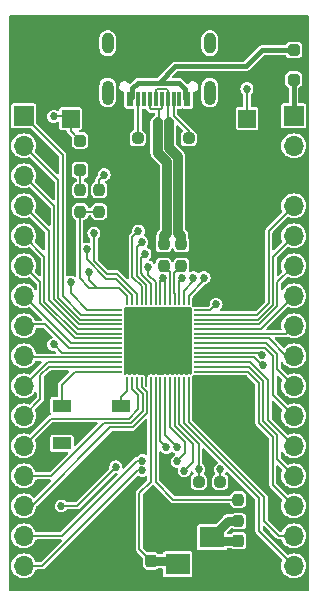
<source format=gtl>
%TF.GenerationSoftware,KiCad,Pcbnew,7.0.2-6a45011f42~172~ubuntu22.04.1*%
%TF.CreationDate,2023-05-03T21:07:19-04:00*%
%TF.ProjectId,RP2040_DevBoard_v2,52503230-3430-45f4-9465-76426f617264,-*%
%TF.SameCoordinates,Original*%
%TF.FileFunction,Copper,L1,Top*%
%TF.FilePolarity,Positive*%
%FSLAX46Y46*%
G04 Gerber Fmt 4.6, Leading zero omitted, Abs format (unit mm)*
G04 Created by KiCad (PCBNEW 7.0.2-6a45011f42~172~ubuntu22.04.1) date 2023-05-03 21:07:19*
%MOMM*%
%LPD*%
G01*
G04 APERTURE LIST*
G04 Aperture macros list*
%AMRoundRect*
0 Rectangle with rounded corners*
0 $1 Rounding radius*
0 $2 $3 $4 $5 $6 $7 $8 $9 X,Y pos of 4 corners*
0 Add a 4 corners polygon primitive as box body*
4,1,4,$2,$3,$4,$5,$6,$7,$8,$9,$2,$3,0*
0 Add four circle primitives for the rounded corners*
1,1,$1+$1,$2,$3*
1,1,$1+$1,$4,$5*
1,1,$1+$1,$6,$7*
1,1,$1+$1,$8,$9*
0 Add four rect primitives between the rounded corners*
20,1,$1+$1,$2,$3,$4,$5,0*
20,1,$1+$1,$4,$5,$6,$7,0*
20,1,$1+$1,$6,$7,$8,$9,0*
20,1,$1+$1,$8,$9,$2,$3,0*%
G04 Aperture macros list end*
%TA.AperFunction,ComponentPad*%
%ADD10R,1.700000X1.700000*%
%TD*%
%TA.AperFunction,ComponentPad*%
%ADD11O,1.700000X1.700000*%
%TD*%
%TA.AperFunction,SMDPad,CuDef*%
%ADD12RoundRect,0.237500X-0.237500X0.250000X-0.237500X-0.250000X0.237500X-0.250000X0.237500X0.250000X0*%
%TD*%
%TA.AperFunction,SMDPad,CuDef*%
%ADD13R,1.500000X1.500000*%
%TD*%
%TA.AperFunction,SMDPad,CuDef*%
%ADD14R,1.600000X1.000000*%
%TD*%
%TA.AperFunction,SMDPad,CuDef*%
%ADD15RoundRect,0.237500X0.237500X-0.250000X0.237500X0.250000X-0.237500X0.250000X-0.237500X-0.250000X0*%
%TD*%
%TA.AperFunction,SMDPad,CuDef*%
%ADD16R,0.600000X1.150000*%
%TD*%
%TA.AperFunction,SMDPad,CuDef*%
%ADD17R,0.300000X1.150000*%
%TD*%
%TA.AperFunction,ComponentPad*%
%ADD18O,1.000000X2.100000*%
%TD*%
%TA.AperFunction,ComponentPad*%
%ADD19O,1.000000X1.800000*%
%TD*%
%TA.AperFunction,SMDPad,CuDef*%
%ADD20RoundRect,0.237500X-0.250000X-0.237500X0.250000X-0.237500X0.250000X0.237500X-0.250000X0.237500X0*%
%TD*%
%TA.AperFunction,SMDPad,CuDef*%
%ADD21R,2.100000X1.800000*%
%TD*%
%TA.AperFunction,SMDPad,CuDef*%
%ADD22RoundRect,0.250000X0.250000X-0.250000X0.250000X0.250000X-0.250000X0.250000X-0.250000X-0.250000X0*%
%TD*%
%TA.AperFunction,SMDPad,CuDef*%
%ADD23RoundRect,0.050000X-0.350000X-0.050000X0.350000X-0.050000X0.350000X0.050000X-0.350000X0.050000X0*%
%TD*%
%TA.AperFunction,SMDPad,CuDef*%
%ADD24RoundRect,0.050000X-0.050000X-0.350000X0.050000X-0.350000X0.050000X0.350000X-0.050000X0.350000X0*%
%TD*%
%TA.AperFunction,SMDPad,CuDef*%
%ADD25R,4.000000X4.000000*%
%TD*%
%TA.AperFunction,SMDPad,CuDef*%
%ADD26RoundRect,0.237500X0.250000X0.237500X-0.250000X0.237500X-0.250000X-0.237500X0.250000X-0.237500X0*%
%TD*%
%TA.AperFunction,SMDPad,CuDef*%
%ADD27RoundRect,0.237500X0.237500X-0.300000X0.237500X0.300000X-0.237500X0.300000X-0.237500X-0.300000X0*%
%TD*%
%TA.AperFunction,SMDPad,CuDef*%
%ADD28RoundRect,0.250000X-0.250000X0.250000X-0.250000X-0.250000X0.250000X-0.250000X0.250000X0.250000X0*%
%TD*%
%TA.AperFunction,SMDPad,CuDef*%
%ADD29RoundRect,0.237500X-0.237500X0.300000X-0.237500X-0.300000X0.237500X-0.300000X0.237500X0.300000X0*%
%TD*%
%TA.AperFunction,ViaPad*%
%ADD30C,0.685800*%
%TD*%
%TA.AperFunction,Conductor*%
%ADD31C,0.203200*%
%TD*%
%TA.AperFunction,Conductor*%
%ADD32C,0.381000*%
%TD*%
%TA.AperFunction,Conductor*%
%ADD33C,0.762000*%
%TD*%
%TA.AperFunction,Conductor*%
%ADD34C,0.812800*%
%TD*%
G04 APERTURE END LIST*
D10*
%TO.P,J2,1,Pin_1*%
%TO.N,GPIO0*%
X156210000Y-98425000D03*
D11*
%TO.P,J2,2,Pin_2*%
%TO.N,GPIO1*%
X156210000Y-100965000D03*
%TO.P,J2,3,Pin_3*%
%TO.N,GPIO2*%
X156210000Y-103505000D03*
%TO.P,J2,4,Pin_4*%
%TO.N,MOSI*%
X156210000Y-106045000D03*
%TO.P,J2,5,Pin_5*%
%TO.N,MISO*%
X156210000Y-108585000D03*
%TO.P,J2,6,Pin_6*%
%TO.N,RX*%
X156210000Y-111125000D03*
%TO.P,J2,7,Pin_7*%
%TO.N,SCK*%
X156210000Y-113665000D03*
%TO.P,J2,8,Pin_8*%
%TO.N,GPIO7*%
X156210000Y-116205000D03*
%TO.P,J2,9,Pin_9*%
%TO.N,GPIO8*%
X156210000Y-118745000D03*
%TO.P,J2,10,Pin_10*%
%TO.N,GPIO9*%
X156210000Y-121285000D03*
%TO.P,J2,11,Pin_11*%
%TO.N,GPIO10*%
X156210000Y-123825000D03*
%TO.P,J2,12,Pin_12*%
%TO.N,GPIO13*%
X156210000Y-126365000D03*
%TO.P,J2,13,Pin_13*%
%TO.N,GPIO14*%
X156210000Y-128905000D03*
%TO.P,J2,14,Pin_14*%
%TO.N,GPIO15*%
X156210000Y-131445000D03*
%TO.P,J2,15,Pin_15*%
%TO.N,SWCLK*%
X156210000Y-133985000D03*
%TO.P,J2,16,Pin_16*%
%TO.N,SWDIO*%
X156210000Y-136525000D03*
%TD*%
D12*
%TO.P,R4,1*%
%TO.N,+3.3V*%
X162585400Y-104700700D03*
%TO.P,R4,2*%
%TO.N,QSPI_CS*%
X162585400Y-106525700D03*
%TD*%
D13*
%TO.P,SW1,1,A*%
%TO.N,USBBOOT*%
X160172400Y-98669600D03*
%TO.P,SW1,2,B*%
%TO.N,GND*%
X160172400Y-90869600D03*
%TD*%
D14*
%TO.P,D2,1,VDD*%
%TO.N,NEO_PWR*%
X159425000Y-122961600D03*
%TO.P,D2,2,DOUT*%
%TO.N,unconnected-(D2-DOUT-Pad2)*%
X159425000Y-126161600D03*
%TO.P,D2,3,VSS*%
%TO.N,GND*%
X164425000Y-126161600D03*
%TO.P,D2,4,DI*%
%TO.N,NEOPIX*%
X164425000Y-122961600D03*
%TD*%
D15*
%TO.P,R1,1*%
%TO.N,QSPI_CS*%
X161010600Y-106525700D03*
%TO.P,R1,2*%
%TO.N,Net-(D1-A)*%
X161010600Y-104700700D03*
%TD*%
%TO.P,R7,1*%
%TO.N,D-*%
X169545000Y-111125000D03*
%TO.P,R7,2*%
%TO.N,/USB D-*%
X169545000Y-109300000D03*
%TD*%
D10*
%TO.P,J1,1,Pin_1*%
%TO.N,+5V*%
X179070000Y-98425000D03*
D11*
%TO.P,J1,2,Pin_2*%
%TO.N,+3.3V*%
X179070000Y-100965000D03*
%TO.P,J1,3,Pin_3*%
%TO.N,GND*%
X179070000Y-103505000D03*
%TO.P,J1,4,Pin_4*%
%TO.N,A3*%
X179070000Y-106045000D03*
%TO.P,J1,5,Pin_5*%
%TO.N,A2*%
X179070000Y-108585000D03*
%TO.P,J1,6,Pin_6*%
%TO.N,A1*%
X179070000Y-111125000D03*
%TO.P,J1,7,Pin_7*%
%TO.N,A0*%
X179070000Y-113665000D03*
%TO.P,J1,8,Pin_8*%
%TO.N,SCL*%
X179070000Y-116205000D03*
%TO.P,J1,9,Pin_9*%
%TO.N,SDA*%
X179070000Y-118745000D03*
%TO.P,J1,10,Pin_10*%
%TO.N,SCL1*%
X179070000Y-121285000D03*
%TO.P,J1,11,Pin_11*%
%TO.N,SDA1*%
X179070000Y-123825000D03*
%TO.P,J1,12,Pin_12*%
%TO.N,TX*%
X179070000Y-126365000D03*
%TO.P,J1,13,Pin_13*%
%TO.N,GPIO19*%
X179070000Y-128905000D03*
%TO.P,J1,14,Pin_14*%
%TO.N,GPIO18*%
X179070000Y-131445000D03*
%TO.P,J1,15,Pin_15*%
%TO.N,GPIO17*%
X179070000Y-133985000D03*
%TO.P,J1,16,Pin_16*%
%TO.N,GPIO16*%
X179070000Y-136525000D03*
%TD*%
D15*
%TO.P,R8,1*%
%TO.N,D+*%
X168051000Y-111125000D03*
%TO.P,R8,2*%
%TO.N,/USB D+*%
X168051000Y-109300000D03*
%TD*%
D16*
%TO.P,J3,A1,GND*%
%TO.N,GND*%
X170840000Y-97025000D03*
%TO.P,J3,A4,VBUS*%
%TO.N,Net-(D3-A)*%
X170040000Y-97025000D03*
D17*
%TO.P,J3,A5,CC1*%
%TO.N,Net-(J3-CC1)*%
X168890000Y-97025000D03*
%TO.P,J3,A6,D+*%
%TO.N,/USB D+*%
X167890000Y-97025000D03*
%TO.P,J3,A7,D-*%
%TO.N,/USB D-*%
X167390000Y-97025000D03*
%TO.P,J3,A8,SBU1*%
%TO.N,unconnected-(J3-SBU1-PadA8)*%
X166390000Y-97025000D03*
D16*
%TO.P,J3,A9,VBUS*%
%TO.N,Net-(D3-A)*%
X165240000Y-97025000D03*
%TO.P,J3,A12,GND*%
%TO.N,GND*%
X164440000Y-97025000D03*
%TO.P,J3,B1,GND*%
X164440000Y-97025000D03*
%TO.P,J3,B4,VBUS*%
%TO.N,Net-(D3-A)*%
X165240000Y-97025000D03*
D17*
%TO.P,J3,B5,CC2*%
%TO.N,Net-(J3-CC2)*%
X165890000Y-97025000D03*
%TO.P,J3,B6,D+*%
%TO.N,/USB D+*%
X166890000Y-97025000D03*
%TO.P,J3,B7,D-*%
%TO.N,/USB D-*%
X168390000Y-97025000D03*
%TO.P,J3,B8,SBU2*%
%TO.N,unconnected-(J3-SBU2-PadB8)*%
X169390000Y-97025000D03*
D16*
%TO.P,J3,B9,VBUS*%
%TO.N,Net-(D3-A)*%
X170040000Y-97025000D03*
%TO.P,J3,B12,GND*%
%TO.N,GND*%
X170840000Y-97025000D03*
D18*
%TO.P,J3,S1,SHIELD*%
%TO.N,unconnected-(J3-SHIELD-PadS1)*%
X171960000Y-96450000D03*
D19*
X171960000Y-92270000D03*
D18*
X163320000Y-96450000D03*
D19*
X163320000Y-92270000D03*
%TD*%
D13*
%TO.P,SW2,1,A*%
%TO.N,RESET*%
X175107600Y-98655800D03*
%TO.P,SW2,2,B*%
%TO.N,GND*%
X175107600Y-90855800D03*
%TD*%
D12*
%TO.P,R3,1*%
%TO.N,Net-(U2-XOUT)*%
X174371000Y-130913500D03*
%TO.P,R3,2*%
%TO.N,Net-(C17-Pad1)*%
X174371000Y-132738500D03*
%TD*%
D20*
%TO.P,R5,1*%
%TO.N,Net-(J3-CC1)*%
X170180000Y-100330000D03*
%TO.P,R5,2*%
%TO.N,GND*%
X172005000Y-100330000D03*
%TD*%
D21*
%TO.P,Y1,1,1*%
%TO.N,Net-(U2-XIN)*%
X169238000Y-136405000D03*
%TO.P,Y1,2,2*%
%TO.N,GND*%
X172138000Y-136405000D03*
%TO.P,Y1,3,3*%
%TO.N,Net-(C17-Pad1)*%
X172138000Y-134105000D03*
%TO.P,Y1,4,4*%
%TO.N,GND*%
X169238000Y-134105000D03*
%TD*%
D22*
%TO.P,D3,1,K*%
%TO.N,+5V*%
X179070000Y-95357000D03*
%TO.P,D3,2,A*%
%TO.N,Net-(D3-A)*%
X179070000Y-92857000D03*
%TD*%
D23*
%TO.P,U2,1,IOVDD*%
%TO.N,+3.3V*%
X164130000Y-114875000D03*
%TO.P,U2,2,GPIO0*%
%TO.N,GPIO0*%
X164130000Y-115275000D03*
%TO.P,U2,3,GPIO1*%
%TO.N,GPIO1*%
X164130000Y-115675000D03*
%TO.P,U2,4,GPIO2*%
%TO.N,GPIO2*%
X164130000Y-116075000D03*
%TO.P,U2,5,GPIO3*%
%TO.N,MOSI*%
X164130000Y-116475000D03*
%TO.P,U2,6,GPIO4*%
%TO.N,MISO*%
X164130000Y-116875000D03*
%TO.P,U2,7,GPIO5*%
%TO.N,RX*%
X164130000Y-117275000D03*
%TO.P,U2,8,GPIO6*%
%TO.N,SCK*%
X164130000Y-117675000D03*
%TO.P,U2,9,GPIO7*%
%TO.N,GPIO7*%
X164130000Y-118075000D03*
%TO.P,U2,10,IOVDD*%
%TO.N,+3.3V*%
X164130000Y-118475000D03*
%TO.P,U2,11,GPIO8*%
%TO.N,GPIO8*%
X164130000Y-118875000D03*
%TO.P,U2,12,GPIO9*%
%TO.N,GPIO9*%
X164130000Y-119275000D03*
%TO.P,U2,13,GPIO10*%
%TO.N,GPIO10*%
X164130000Y-119675000D03*
%TO.P,U2,14,GPIO11*%
%TO.N,NEO_PWR*%
X164130000Y-120075000D03*
D24*
%TO.P,U2,15,GPIO12*%
%TO.N,NEOPIX*%
X164980000Y-120925000D03*
%TO.P,U2,16,GPIO13*%
%TO.N,GPIO13*%
X165380000Y-120925000D03*
%TO.P,U2,17,GPIO14*%
%TO.N,GPIO14*%
X165780000Y-120925000D03*
%TO.P,U2,18,GPIO15*%
%TO.N,GPIO15*%
X166180000Y-120925000D03*
%TO.P,U2,19,TESTIN*%
%TO.N,GND*%
X166580000Y-120925000D03*
%TO.P,U2,20,XIN*%
%TO.N,Net-(U2-XIN)*%
X166980000Y-120925000D03*
%TO.P,U2,21,XOUT*%
%TO.N,Net-(U2-XOUT)*%
X167380000Y-120925000D03*
%TO.P,U2,22,IOVDD*%
%TO.N,+3.3V*%
X167780000Y-120925000D03*
%TO.P,U2,23,DVDD*%
%TO.N,+1V2*%
X168180000Y-120925000D03*
%TO.P,U2,24,SWCLK*%
%TO.N,SWCLK*%
X168580000Y-120925000D03*
%TO.P,U2,25,SWDIO*%
%TO.N,SWDIO*%
X168980000Y-120925000D03*
%TO.P,U2,26,/RUN*%
%TO.N,RESET*%
X169380000Y-120925000D03*
%TO.P,U2,27,GPIO16*%
%TO.N,GPIO16*%
X169780000Y-120925000D03*
%TO.P,U2,28,GPIO17*%
%TO.N,GPIO17*%
X170180000Y-120925000D03*
D23*
%TO.P,U2,29,GPIO18*%
%TO.N,GPIO18*%
X171030000Y-120075000D03*
%TO.P,U2,30,GPIO19*%
%TO.N,GPIO19*%
X171030000Y-119675000D03*
%TO.P,U2,31,GPIO20*%
%TO.N,TX*%
X171030000Y-119275000D03*
%TO.P,U2,32,GPIO21*%
%TO.N,USBBOOT*%
X171030000Y-118875000D03*
%TO.P,U2,33,IOVDD*%
%TO.N,+3.3V*%
X171030000Y-118475000D03*
%TO.P,U2,34,GPIO22*%
%TO.N,SDA1*%
X171030000Y-118075000D03*
%TO.P,U2,35,GPIO23*%
%TO.N,SCL1*%
X171030000Y-117675000D03*
%TO.P,U2,36,GPIO24*%
%TO.N,SDA*%
X171030000Y-117275000D03*
%TO.P,U2,37,GPIO25*%
%TO.N,SCL*%
X171030000Y-116875000D03*
%TO.P,U2,38,GPIO26/AD0*%
%TO.N,A0*%
X171030000Y-116475000D03*
%TO.P,U2,39,GPIO27/AD1*%
%TO.N,A1*%
X171030000Y-116075000D03*
%TO.P,U2,40,GPIO28/AD2*%
%TO.N,A2*%
X171030000Y-115675000D03*
%TO.P,U2,41,GPIO29/AD3*%
%TO.N,A3*%
X171030000Y-115275000D03*
%TO.P,U2,42,IOVDD*%
%TO.N,+3.3V*%
X171030000Y-114875000D03*
D24*
%TO.P,U2,43,ADC_AVDD*%
X170180000Y-114025000D03*
%TO.P,U2,44,VREG_VIN*%
X169780000Y-114025000D03*
%TO.P,U2,45,VREG_OUT*%
%TO.N,+1V2*%
X169380000Y-114025000D03*
%TO.P,U2,46,USB_D-*%
%TO.N,D-*%
X168980000Y-114025000D03*
%TO.P,U2,47,USB_D+*%
%TO.N,D+*%
X168580000Y-114025000D03*
%TO.P,U2,48,USB_IOVDD*%
%TO.N,+3.3V*%
X168180000Y-114025000D03*
%TO.P,U2,49,IOVDD*%
X167780000Y-114025000D03*
%TO.P,U2,50,DVDD*%
%TO.N,+1V2*%
X167380000Y-114025000D03*
%TO.P,U2,51,QSPI_SD3*%
%TO.N,QSPI_DATA(3)*%
X166980000Y-114025000D03*
%TO.P,U2,52,QSPI_SCLK*%
%TO.N,QSPI_SCK*%
X166580000Y-114025000D03*
%TO.P,U2,53,QSPI_SD0*%
%TO.N,QSPI_DATA(0)*%
X166180000Y-114025000D03*
%TO.P,U2,54,QSPI_SD2*%
%TO.N,QSPI_DATA(2)*%
X165780000Y-114025000D03*
%TO.P,U2,55,QSPI_SD1*%
%TO.N,QSPI_DATA(1)*%
X165380000Y-114025000D03*
%TO.P,U2,56,QSPI_CS*%
%TO.N,QSPI_CS*%
X164980000Y-114025000D03*
D25*
%TO.P,U2,57,GND*%
%TO.N,GND*%
X167580000Y-117475000D03*
%TD*%
D26*
%TO.P,R2,1*%
%TO.N,+3.3V*%
X172845100Y-129413000D03*
%TO.P,R2,2*%
%TO.N,RESET*%
X171020100Y-129413000D03*
%TD*%
%TO.P,R6,1*%
%TO.N,Net-(J3-CC2)*%
X165862000Y-100330000D03*
%TO.P,R6,2*%
%TO.N,GND*%
X164037000Y-100330000D03*
%TD*%
D27*
%TO.P,C16,1*%
%TO.N,Net-(U2-XIN)*%
X167005000Y-136117500D03*
%TO.P,C16,2*%
%TO.N,GND*%
X167005000Y-134392500D03*
%TD*%
D28*
%TO.P,D1,1,K*%
%TO.N,USBBOOT*%
X160985200Y-100527800D03*
%TO.P,D1,2,A*%
%TO.N,Net-(D1-A)*%
X160985200Y-103027800D03*
%TD*%
D29*
%TO.P,C17,1*%
%TO.N,Net-(C17-Pad1)*%
X174371000Y-134392500D03*
%TO.P,C17,2*%
%TO.N,GND*%
X174371000Y-136117500D03*
%TD*%
D30*
%TO.N,+3.3V*%
X158750000Y-117779800D03*
X167958450Y-112154650D03*
X172844381Y-128348819D03*
X176379360Y-118671400D03*
X163017200Y-103403400D03*
X171475400Y-112115600D03*
X168275000Y-126492000D03*
X172491400Y-114376200D03*
X170561000Y-112115600D03*
X160172400Y-112496600D03*
%TO.N,GND*%
X170895000Y-92950000D03*
X164545000Y-92950000D03*
X159465000Y-92950000D03*
X173435000Y-92950000D03*
X174705000Y-120890000D03*
X159465000Y-137400000D03*
X156925000Y-96760000D03*
X172165000Y-101840000D03*
X156925000Y-94220000D03*
X174705000Y-127240000D03*
X160735000Y-96760000D03*
X155655000Y-94220000D03*
X172110400Y-132308600D03*
X163275000Y-134860000D03*
X164545000Y-91680000D03*
X159465000Y-96760000D03*
X169625000Y-92950000D03*
X160735000Y-137400000D03*
X174705000Y-92950000D03*
X168355000Y-91680000D03*
X168355000Y-132320000D03*
X172165000Y-120890000D03*
X162005000Y-96760000D03*
X164545000Y-136130000D03*
X175975000Y-105650000D03*
X175975000Y-134860000D03*
X177245000Y-91680000D03*
X159465000Y-95490000D03*
X168757600Y-118694200D03*
X174705000Y-100570000D03*
X165815000Y-91680000D03*
X163275000Y-137400000D03*
X170895000Y-132320000D03*
X164545000Y-132320000D03*
X166319200Y-116255800D03*
X175975000Y-106920000D03*
X167085000Y-103110000D03*
X164545000Y-133590000D03*
X167085000Y-91680000D03*
X175975000Y-108190000D03*
X164545000Y-105650000D03*
X156925000Y-92950000D03*
X168355000Y-92950000D03*
X165815000Y-92950000D03*
X174705000Y-106920000D03*
X156925000Y-95490000D03*
X167085000Y-132320000D03*
X175975000Y-127240000D03*
X164541200Y-131038600D03*
X174705000Y-124700000D03*
X175975000Y-104380000D03*
X160735000Y-101840000D03*
X173435000Y-101840000D03*
X164545000Y-137400000D03*
X174705000Y-123430000D03*
X167085000Y-137400000D03*
X165815000Y-137400000D03*
X155655000Y-92950000D03*
X172165000Y-105650000D03*
X166014400Y-126161600D03*
X163275000Y-136130000D03*
X155655000Y-91680000D03*
X158851600Y-120472200D03*
X162005000Y-134860000D03*
X156925000Y-91680000D03*
X170895000Y-105650000D03*
X155655000Y-95490000D03*
X174705000Y-137400000D03*
X162001200Y-133629400D03*
X165815000Y-106920000D03*
X170895000Y-120890000D03*
X158195000Y-92950000D03*
X174705000Y-122160000D03*
X178515000Y-91680000D03*
X175975000Y-136130000D03*
X174705000Y-101840000D03*
X162005000Y-137400000D03*
X173329600Y-125958600D03*
X155655000Y-96760000D03*
X165815000Y-105650000D03*
X162005000Y-95490000D03*
X173435000Y-103110000D03*
X177245000Y-96760000D03*
X160096200Y-129565400D03*
X173435000Y-91680000D03*
X160735000Y-95490000D03*
X158195000Y-137400000D03*
X158195000Y-91680000D03*
X160680400Y-130175000D03*
X162005000Y-136130000D03*
X166319200Y-118694200D03*
X162005000Y-92950000D03*
X163271200Y-132308600D03*
X161442400Y-128244600D03*
X170895000Y-91680000D03*
X160731200Y-134848600D03*
X160735000Y-92950000D03*
X169625000Y-91680000D03*
X164545000Y-134860000D03*
X173435000Y-96760000D03*
X177245000Y-94220000D03*
X172165000Y-103110000D03*
X168808400Y-116255800D03*
X175975000Y-125970000D03*
X167085000Y-92950000D03*
X167085000Y-131050000D03*
X173329600Y-124688600D03*
X174705000Y-125970000D03*
X173435000Y-120890000D03*
X162687000Y-100330000D03*
X163275000Y-133590000D03*
X174705000Y-105650000D03*
X178515000Y-94220000D03*
X167085000Y-105650000D03*
X162005000Y-91680000D03*
X177245000Y-95490000D03*
X169625000Y-132320000D03*
X162005000Y-98030000D03*
X159512000Y-130200400D03*
X175975000Y-137400000D03*
%TO.N,+1V2*%
X169595800Y-112115600D03*
X166751000Y-111226600D03*
X169189400Y-126492000D03*
%TO.N,USBBOOT*%
X176489413Y-119522187D03*
X158750000Y-98475800D03*
%TO.N,SWCLK*%
X169202600Y-127685800D03*
X166243000Y-127609600D03*
%TO.N,SWDIO*%
X169799000Y-128473200D03*
X166243000Y-128447303D03*
%TO.N,QSPI_CS*%
X161772600Y-111683800D03*
%TO.N,RESET*%
X164007800Y-128143000D03*
X159385000Y-131445000D03*
X171018200Y-128320800D03*
X175107600Y-96113600D03*
%TO.N,QSPI_DATA(3)*%
X166471600Y-110109000D03*
%TO.N,QSPI_DATA(0)*%
X165912800Y-108178600D03*
%TO.N,QSPI_DATA(2)*%
X162153600Y-108356400D03*
%TO.N,QSPI_DATA(1)*%
X161533119Y-109737281D03*
%TO.N,QSPI_SCK*%
X166192200Y-109093000D03*
%TD*%
D31*
%TO.N,+3.3V*%
X169780000Y-113226800D02*
X169780000Y-114025000D01*
X167958450Y-112154650D02*
X168180000Y-112376200D01*
X171992600Y-114875000D02*
X172491400Y-114376200D01*
X172845100Y-129413000D02*
X172845100Y-128349538D01*
X176379360Y-118671400D02*
X176182960Y-118475000D01*
X167780000Y-125997000D02*
X167780000Y-120925000D01*
X168275000Y-126492000D02*
X167780000Y-125997000D01*
X171475400Y-112344200D02*
X170180000Y-113639600D01*
X176182960Y-118475000D02*
X171030000Y-118475000D01*
X167780000Y-112333100D02*
X167780000Y-114025000D01*
X170561000Y-112445800D02*
X169780000Y-113226800D01*
X158750000Y-117779800D02*
X159445200Y-118475000D01*
X159445200Y-118475000D02*
X164130000Y-118475000D01*
X161585600Y-114875000D02*
X160172400Y-113461800D01*
X170180000Y-113639600D02*
X170180000Y-114025000D01*
X170561000Y-112115600D02*
X170561000Y-112445800D01*
X164130000Y-114875000D02*
X161585600Y-114875000D01*
X167958450Y-112154650D02*
X167780000Y-112333100D01*
X171475400Y-112115600D02*
X171475400Y-112344200D01*
X172845100Y-128349538D02*
X172844381Y-128348819D01*
X168180000Y-112376200D02*
X168180000Y-114025000D01*
X162585400Y-104700700D02*
X162585400Y-103835200D01*
X160172400Y-113461800D02*
X160172400Y-112496600D01*
X171030000Y-114875000D02*
X171992600Y-114875000D01*
X162585400Y-103835200D02*
X163017200Y-103403400D01*
D32*
%TO.N,GND*%
X175093800Y-90678000D02*
X175107600Y-90664200D01*
X175121400Y-90678000D02*
X175107600Y-90664200D01*
X164440000Y-99927000D02*
X164037000Y-100330000D01*
X162687000Y-100330000D02*
X164037000Y-100330000D01*
D33*
X172425500Y-136117500D02*
X172138000Y-136405000D01*
D31*
X166580000Y-118475000D02*
X167580000Y-117475000D01*
D32*
X170840000Y-97025000D02*
X170840000Y-99165000D01*
D31*
X166624400Y-118999400D02*
X166319200Y-118694200D01*
D32*
X164440000Y-97025000D02*
X164440000Y-99927000D01*
D31*
X166319200Y-118694200D02*
X166580000Y-118475000D01*
X166014400Y-126161600D02*
X164425000Y-126161600D01*
D32*
X170840000Y-99165000D02*
X172005000Y-100330000D01*
D33*
X168950500Y-134392500D02*
X169238000Y-134105000D01*
D31*
%TO.N,+1V2*%
X166751000Y-111892106D02*
X166751000Y-111226600D01*
X169380000Y-112331400D02*
X169595800Y-112115600D01*
X169380000Y-114025000D02*
X169380000Y-112331400D01*
X168180000Y-125482600D02*
X168180000Y-120925000D01*
X169189400Y-126492000D02*
X168180000Y-125482600D01*
X167380000Y-114025000D02*
X167380000Y-112521106D01*
X167380000Y-112521106D02*
X166751000Y-111892106D01*
D32*
%TO.N,+5V*%
X179070000Y-95357000D02*
X179070000Y-98425000D01*
D33*
%TO.N,Net-(U2-XIN)*%
X168950500Y-136117500D02*
X169238000Y-136405000D01*
D31*
X165989000Y-130380000D02*
X165989000Y-135101500D01*
X166980000Y-129389000D02*
X165989000Y-130380000D01*
X165989000Y-135101500D02*
X167005000Y-136117500D01*
X166980000Y-120925000D02*
X166980000Y-129389000D01*
D33*
X167005000Y-136117500D02*
X168950500Y-136117500D01*
%TO.N,Net-(C17-Pad1)*%
X173504500Y-132738500D02*
X172138000Y-134105000D01*
X174371000Y-134392500D02*
X172425500Y-134392500D01*
X174371000Y-132738500D02*
X173504500Y-132738500D01*
X172425500Y-134392500D02*
X172138000Y-134105000D01*
D31*
%TO.N,USBBOOT*%
X158750000Y-98475800D02*
X160170200Y-98475800D01*
X176386710Y-119522187D02*
X176489413Y-119522187D01*
X160170200Y-98475800D02*
X160172400Y-98478000D01*
X171030000Y-118875000D02*
X175739523Y-118875000D01*
X160172400Y-99715000D02*
X160172400Y-98478000D01*
X160985200Y-100527800D02*
X160172400Y-99715000D01*
X175739523Y-118875000D02*
X176386710Y-119522187D01*
%TO.N,Net-(D1-A)*%
X160985200Y-104675300D02*
X161010600Y-104700700D01*
X160985200Y-103027800D02*
X160985200Y-104675300D01*
%TO.N,NEO_PWR*%
X159425000Y-121194200D02*
X159425000Y-122961600D01*
X164130000Y-120075000D02*
X160544200Y-120075000D01*
X160544200Y-120075000D02*
X159425000Y-121194200D01*
%TO.N,NEOPIX*%
X164425000Y-122239400D02*
X164425000Y-122961600D01*
X164980000Y-121684400D02*
X164425000Y-122239400D01*
X164980000Y-120925000D02*
X164980000Y-121684400D01*
D32*
%TO.N,Net-(D3-A)*%
X165397100Y-96867900D02*
X165397100Y-96107100D01*
X175006000Y-94234000D02*
X176383000Y-92857000D01*
X167640000Y-95631000D02*
X169037000Y-94234000D01*
X167640000Y-95631000D02*
X169379500Y-95631000D01*
X169887500Y-96872500D02*
X170040000Y-97025000D01*
X165397100Y-96107100D02*
X165873200Y-95631000D01*
X176383000Y-92857000D02*
X179070000Y-92857000D01*
X165873200Y-95631000D02*
X167640000Y-95631000D01*
X169887500Y-96139000D02*
X169887500Y-96872500D01*
X169379500Y-95631000D02*
X169887500Y-96139000D01*
X169037000Y-94234000D02*
X175006000Y-94234000D01*
X165240000Y-97025000D02*
X165397100Y-96867900D01*
D31*
%TO.N,A3*%
X176961800Y-114249200D02*
X175936000Y-115275000D01*
X175936000Y-115275000D02*
X171030000Y-115275000D01*
X176961800Y-108153200D02*
X176961800Y-114249200D01*
X179070000Y-106045000D02*
X176961800Y-108153200D01*
%TO.N,A2*%
X177317400Y-110337600D02*
X179070000Y-108585000D01*
X177317400Y-114406706D02*
X177317400Y-110337600D01*
X176049106Y-115675000D02*
X177317400Y-114406706D01*
X171030000Y-115675000D02*
X176049106Y-115675000D01*
%TO.N,A1*%
X177673000Y-114554000D02*
X177673000Y-112522000D01*
X176152000Y-116075000D02*
X177673000Y-114554000D01*
X177673000Y-112522000D02*
X179070000Y-111125000D01*
X171030000Y-116075000D02*
X176152000Y-116075000D01*
%TO.N,A0*%
X179070000Y-113665000D02*
X176260000Y-116475000D01*
X176260000Y-116475000D02*
X171030000Y-116475000D01*
%TO.N,SCL*%
X171030000Y-116875000D02*
X178400000Y-116875000D01*
X178400000Y-116875000D02*
X179070000Y-116205000D01*
%TO.N,SDA*%
X176965000Y-117275000D02*
X178435000Y-118745000D01*
X178435000Y-118745000D02*
X179070000Y-118745000D01*
X171030000Y-117275000D02*
X176965000Y-117275000D01*
%TO.N,SCL1*%
X177673000Y-119888000D02*
X179070000Y-121285000D01*
X171030000Y-117675000D02*
X176730000Y-117675000D01*
X177673000Y-118618000D02*
X177673000Y-119888000D01*
X176730000Y-117675000D02*
X177673000Y-118618000D01*
%TO.N,SDA1*%
X177317400Y-122072400D02*
X179070000Y-123825000D01*
X177317400Y-118765294D02*
X177317400Y-122072400D01*
X176627106Y-118075000D02*
X177317400Y-118765294D01*
X171030000Y-118075000D02*
X176627106Y-118075000D01*
%TO.N,TX*%
X171030000Y-119275000D02*
X175398788Y-119275000D01*
X175398788Y-119275000D02*
X176911000Y-120787212D01*
X176911000Y-124206000D02*
X179070000Y-126365000D01*
X176911000Y-120787212D02*
X176911000Y-124206000D01*
%TO.N,GPIO19*%
X175295894Y-119675000D02*
X176479200Y-120858306D01*
X171030000Y-119675000D02*
X175295894Y-119675000D01*
X176479200Y-124277094D02*
X177673000Y-125470894D01*
X176479200Y-120858306D02*
X176479200Y-124277094D01*
X177673000Y-125470894D02*
X177673000Y-127508000D01*
X177673000Y-127508000D02*
X179070000Y-128905000D01*
%TO.N,GPIO18*%
X175193000Y-120075000D02*
X176123600Y-121005600D01*
X176123600Y-124424388D02*
X177292000Y-125592788D01*
X171030000Y-120075000D02*
X175193000Y-120075000D01*
X176123600Y-121005600D02*
X176123600Y-124424388D01*
X177292000Y-125592788D02*
X177292000Y-129667000D01*
X177292000Y-129667000D02*
X179070000Y-131445000D01*
%TO.N,GPIO17*%
X170180000Y-120925000D02*
X170180000Y-124338106D01*
X170180000Y-124338106D02*
X176555400Y-130713506D01*
X177825400Y-133985000D02*
X179070000Y-133985000D01*
X176555400Y-132715000D02*
X177825400Y-133985000D01*
X176555400Y-130713506D02*
X176555400Y-132715000D01*
%TO.N,GPIO16*%
X169780000Y-120925000D02*
X169780000Y-124441000D01*
X169780000Y-124441000D02*
X176123600Y-130784600D01*
X176123600Y-130784600D02*
X176123600Y-133578600D01*
X176123600Y-133578600D02*
X179070000Y-136525000D01*
%TO.N,GPIO0*%
X159491641Y-113670171D02*
X159491641Y-101706641D01*
X164130000Y-115275000D02*
X161096470Y-115275000D01*
X159491641Y-101706641D02*
X156210000Y-98425000D01*
X161096470Y-115275000D02*
X159491641Y-113670171D01*
%TO.N,GPIO1*%
X159136041Y-103891041D02*
X156210000Y-100965000D01*
X159136041Y-113817465D02*
X159136041Y-103891041D01*
X160993576Y-115675000D02*
X159136041Y-113817465D01*
X164130000Y-115675000D02*
X160993576Y-115675000D01*
%TO.N,GPIO2*%
X160890682Y-116075000D02*
X158780441Y-113964759D01*
X164130000Y-116075000D02*
X160890682Y-116075000D01*
X158780441Y-113964759D02*
X158780441Y-106075441D01*
X158780441Y-106075441D02*
X156210000Y-103505000D01*
%TO.N,MOSI*%
X160787788Y-116475000D02*
X158318200Y-114005412D01*
X158318200Y-108153200D02*
X156210000Y-106045000D01*
X158318200Y-114005412D02*
X158318200Y-108153200D01*
X164130000Y-116475000D02*
X160787788Y-116475000D01*
%TO.N,MISO*%
X157962600Y-114152706D02*
X157962600Y-110337600D01*
X157962600Y-110337600D02*
X156210000Y-108585000D01*
X164130000Y-116875000D02*
X160684894Y-116875000D01*
X160684894Y-116875000D02*
X157962600Y-114152706D01*
%TO.N,RX*%
X164130000Y-117275000D02*
X160582000Y-117275000D01*
X157607000Y-112522000D02*
X156210000Y-111125000D01*
X157607000Y-114300000D02*
X157607000Y-112522000D01*
X160582000Y-117275000D02*
X157607000Y-114300000D01*
%TO.N,SCK*%
X164130000Y-117675000D02*
X160220000Y-117675000D01*
X160220000Y-117675000D02*
X156210000Y-113665000D01*
%TO.N,GPIO7*%
X164130000Y-118075000D02*
X160035800Y-118075000D01*
X158038800Y-116078000D02*
X156337000Y-116078000D01*
X156337000Y-116078000D02*
X156210000Y-116205000D01*
X160035800Y-118075000D02*
X158038800Y-116078000D01*
%TO.N,GPIO8*%
X156340000Y-118875000D02*
X156210000Y-118745000D01*
X164130000Y-118875000D02*
X156340000Y-118875000D01*
%TO.N,GPIO9*%
X164130000Y-119275000D02*
X158220000Y-119275000D01*
X158220000Y-119275000D02*
X156210000Y-121285000D01*
%TO.N,GPIO10*%
X158322894Y-119675000D02*
X157607000Y-120390894D01*
X157607000Y-120390894D02*
X157607000Y-122428000D01*
X164130000Y-119675000D02*
X158322894Y-119675000D01*
X157607000Y-122428000D02*
X156210000Y-123825000D01*
%TO.N,GPIO13*%
X165912800Y-123281800D02*
X165141000Y-124053600D01*
X158521400Y-124053600D02*
X156210000Y-126365000D01*
X165380000Y-121560709D02*
X165912800Y-122093509D01*
X165912800Y-122093509D02*
X165912800Y-123281800D01*
X165380000Y-120925000D02*
X165380000Y-121560709D01*
X165141000Y-124053600D02*
X158521400Y-124053600D01*
%TO.N,GPIO14*%
X165288294Y-124409200D02*
X162985400Y-124409200D01*
X158489600Y-128905000D02*
X156210000Y-128905000D01*
X165780000Y-121457815D02*
X166268400Y-121946215D01*
X162985400Y-124409200D02*
X158489600Y-128905000D01*
X166268400Y-123429094D02*
X165288294Y-124409200D01*
X166268400Y-121946215D02*
X166268400Y-123429094D01*
X165780000Y-120925000D02*
X165780000Y-121457815D01*
%TO.N,GPIO15*%
X163550600Y-124764800D02*
X156870400Y-131445000D01*
X166624400Y-123575988D02*
X165435588Y-124764800D01*
X166624000Y-121793000D02*
X166624400Y-121793400D01*
X166618079Y-121793000D02*
X166624000Y-121793000D01*
X165435588Y-124764800D02*
X163550600Y-124764800D01*
X156870400Y-131445000D02*
X156210000Y-131445000D01*
X166180000Y-120925000D02*
X166180000Y-121354921D01*
X166624400Y-121793400D02*
X166624400Y-123575988D01*
X166180000Y-121354921D02*
X166618079Y-121793000D01*
%TO.N,SWCLK*%
X159435800Y-133985000D02*
X156210000Y-133985000D01*
X165811200Y-127609600D02*
X159435800Y-133985000D01*
X168580000Y-124749682D02*
X168580000Y-120925000D01*
X169875200Y-127013200D02*
X169875200Y-126044882D01*
X169875200Y-126044882D02*
X168580000Y-124749682D01*
X169202600Y-127685800D02*
X169875200Y-127013200D01*
X166243000Y-127609600D02*
X165811200Y-127609600D01*
%TO.N,SWDIO*%
X170510200Y-127762000D02*
X170510200Y-126176988D01*
X168980000Y-124646788D02*
X168980000Y-120925000D01*
X166243000Y-128447303D02*
X165862497Y-128447303D01*
X170510200Y-126176988D02*
X168980000Y-124646788D01*
X157784800Y-136525000D02*
X156210000Y-136525000D01*
X169799000Y-128473200D02*
X170510200Y-127762000D01*
X165862497Y-128447303D02*
X157784800Y-136525000D01*
%TO.N,Net-(J3-CC1)*%
X168890000Y-98417244D02*
X170180000Y-99707244D01*
X168890000Y-97025000D02*
X168890000Y-98417244D01*
X170180000Y-99707244D02*
X170180000Y-100330000D01*
D34*
%TO.N,/USB D+*%
X168051000Y-108568749D02*
X168315400Y-108304349D01*
D31*
X166940800Y-97854000D02*
X167640000Y-97854000D01*
X167890000Y-97803200D02*
X167890000Y-97025000D01*
X166890000Y-97025000D02*
X166890000Y-97803200D01*
D34*
X168315400Y-102322900D02*
X167544820Y-101552320D01*
D31*
X167640000Y-97854000D02*
X167640000Y-98876031D01*
X166890000Y-97803200D02*
X166940800Y-97854000D01*
X167640000Y-97854000D02*
X167839200Y-97854000D01*
D34*
X167544820Y-101552320D02*
X167544820Y-98971211D01*
X168051000Y-109300000D02*
X168051000Y-108568749D01*
X168315400Y-108304349D02*
X168315400Y-102322900D01*
D31*
X167839200Y-97854000D02*
X167890000Y-97803200D01*
X167640000Y-98876031D02*
X167544820Y-98971211D01*
D34*
%TO.N,/USB D-*%
X169280600Y-108304349D02*
X169280600Y-101923100D01*
D31*
X167390000Y-96262000D02*
X167390000Y-97025000D01*
D34*
X169280600Y-101923100D02*
X168510020Y-101152520D01*
D31*
X168390000Y-97025000D02*
X168390000Y-98851191D01*
D34*
X169545000Y-108568749D02*
X169280600Y-108304349D01*
X168510020Y-101152520D02*
X168510020Y-98971211D01*
D31*
X168390000Y-98851191D02*
X168510020Y-98971211D01*
X168282200Y-96139000D02*
X167513000Y-96139000D01*
X168390000Y-96246800D02*
X168282200Y-96139000D01*
D34*
X169545000Y-109300000D02*
X169545000Y-108568749D01*
D31*
X167513000Y-96139000D02*
X167390000Y-96262000D01*
X168390000Y-97025000D02*
X168390000Y-96246800D01*
%TO.N,Net-(J3-CC2)*%
X165890000Y-100302000D02*
X165862000Y-100330000D01*
X165890000Y-97025000D02*
X165890000Y-100302000D01*
%TO.N,Net-(U2-XOUT)*%
X167380000Y-129407000D02*
X168886500Y-130913500D01*
X168886500Y-130913500D02*
X174371000Y-130913500D01*
X167380000Y-120925000D02*
X167380000Y-129407000D01*
%TO.N,QSPI_CS*%
X164274214Y-112992186D02*
X164980000Y-113697973D01*
X161772600Y-111683800D02*
X161772600Y-112331786D01*
X160936219Y-110847419D02*
X160936219Y-112193619D01*
X161010600Y-106525700D02*
X162585400Y-106525700D01*
X160936219Y-112193619D02*
X161734786Y-112992186D01*
X161734786Y-112992186D02*
X162433000Y-112992186D01*
X161772600Y-112331786D02*
X162433000Y-112992186D01*
X164980000Y-113697973D02*
X164980000Y-114025000D01*
X160936219Y-110847419D02*
X160936219Y-106600081D01*
X160936219Y-106600081D02*
X161010600Y-106525700D01*
X162433000Y-112992186D02*
X164274214Y-112992186D01*
%TO.N,D-*%
X168980000Y-113424999D02*
X168957800Y-113402799D01*
X168957800Y-111712200D02*
X169545000Y-111125000D01*
X168980000Y-114025000D02*
X168980000Y-113424999D01*
X168957800Y-113402799D02*
X168957800Y-111712200D01*
%TO.N,D+*%
X168602200Y-113402799D02*
X168602200Y-111676200D01*
X168580000Y-113424999D02*
X168602200Y-113402799D01*
X168602200Y-111676200D02*
X168051000Y-111125000D01*
X168580000Y-114025000D02*
X168580000Y-113424999D01*
%TO.N,RESET*%
X159385000Y-131445000D02*
X160705800Y-131445000D01*
X175107600Y-96113600D02*
X175107600Y-98464200D01*
X169380000Y-120925000D02*
X169380000Y-124543894D01*
X171018200Y-129411100D02*
X171020100Y-129413000D01*
X160705800Y-131445000D02*
X164007800Y-128143000D01*
X171018200Y-128320800D02*
X171018200Y-129411100D01*
X169380000Y-124543894D02*
X171018200Y-126182094D01*
X171018200Y-126182094D02*
X171018200Y-128320800D01*
%TO.N,QSPI_DATA(3)*%
X166116000Y-110820200D02*
X166116000Y-110464600D01*
X166116000Y-111760000D02*
X166116000Y-110820200D01*
X166980000Y-114025000D02*
X166980000Y-112624000D01*
X166344600Y-111988600D02*
X166116000Y-111760000D01*
X166980000Y-112624000D02*
X166344600Y-111988600D01*
X166116000Y-110464600D02*
X166471600Y-110109000D01*
%TO.N,QSPI_DATA(0)*%
X165404800Y-112090200D02*
X165404800Y-108686600D01*
X166180000Y-114025000D02*
X166180000Y-112865400D01*
X166180000Y-112865400D02*
X165404800Y-112090200D01*
X165404800Y-108686600D02*
X165912800Y-108178600D01*
%TO.N,QSPI_DATA(2)*%
X164088468Y-111800653D02*
X165780000Y-113492185D01*
X162153600Y-108356400D02*
X162153600Y-110698306D01*
X163255947Y-111800653D02*
X164088468Y-111800653D01*
X162153600Y-110698306D02*
X163255947Y-111800653D01*
X165780000Y-113492185D02*
X165780000Y-114025000D01*
%TO.N,QSPI_DATA(1)*%
X161533119Y-110580719D02*
X163195000Y-112242600D01*
X161533119Y-109737281D02*
X161533119Y-110580719D01*
X165380000Y-113595079D02*
X165380000Y-114025000D01*
X164027521Y-112242600D02*
X165380000Y-113595079D01*
X163195000Y-112242600D02*
X164027521Y-112242600D01*
%TO.N,QSPI_SCK*%
X166580000Y-112762506D02*
X165783247Y-111965753D01*
X166580000Y-114025000D02*
X166580000Y-112762506D01*
X165760400Y-110185200D02*
X165760400Y-109524800D01*
X165760400Y-109524800D02*
X166192200Y-109093000D01*
X165760400Y-111942906D02*
X165760400Y-110185200D01*
X165783247Y-111965753D02*
X165760400Y-111942906D01*
%TD*%
%TA.AperFunction,Conductor*%
%TO.N,GND*%
G36*
X170017716Y-114611335D02*
G01*
X170031010Y-114613979D01*
X170031011Y-114613980D01*
X170105014Y-114628700D01*
X170254984Y-114628700D01*
X170254986Y-114628700D01*
X170321174Y-114615534D01*
X170382914Y-114622841D01*
X170428571Y-114665045D01*
X170440701Y-114726024D01*
X170439465Y-114733827D01*
X170426300Y-114800014D01*
X170426300Y-114949986D01*
X170441020Y-115023989D01*
X170444924Y-115043615D01*
X170444684Y-115043662D01*
X170454636Y-115078950D01*
X170443664Y-115112718D01*
X170426300Y-115200014D01*
X170426300Y-115349985D01*
X170444924Y-115443615D01*
X170444684Y-115443662D01*
X170454636Y-115478950D01*
X170443664Y-115512718D01*
X170441019Y-115526011D01*
X170441020Y-115526011D01*
X170426300Y-115600014D01*
X170426300Y-115749986D01*
X170428637Y-115761735D01*
X170444924Y-115843615D01*
X170444684Y-115843662D01*
X170454636Y-115878950D01*
X170443664Y-115912718D01*
X170426300Y-116000014D01*
X170426300Y-116149985D01*
X170444924Y-116243615D01*
X170444684Y-116243662D01*
X170454636Y-116278950D01*
X170443664Y-116312718D01*
X170441019Y-116326011D01*
X170441020Y-116326011D01*
X170426300Y-116400014D01*
X170426300Y-116549986D01*
X170438274Y-116610184D01*
X170444924Y-116643615D01*
X170444684Y-116643662D01*
X170454636Y-116678950D01*
X170443664Y-116712718D01*
X170441019Y-116726011D01*
X170441020Y-116726011D01*
X170426300Y-116800014D01*
X170426300Y-116949986D01*
X170441020Y-117023989D01*
X170444924Y-117043615D01*
X170444684Y-117043662D01*
X170454636Y-117078950D01*
X170443664Y-117112718D01*
X170426300Y-117200014D01*
X170426300Y-117349985D01*
X170444924Y-117443615D01*
X170444684Y-117443662D01*
X170454636Y-117478950D01*
X170443664Y-117512718D01*
X170441019Y-117526011D01*
X170441020Y-117526011D01*
X170426300Y-117600014D01*
X170426300Y-117749986D01*
X170441020Y-117823989D01*
X170444924Y-117843615D01*
X170444684Y-117843662D01*
X170454636Y-117878950D01*
X170443664Y-117912718D01*
X170441019Y-117926011D01*
X170441020Y-117926011D01*
X170426300Y-118000014D01*
X170426300Y-118149986D01*
X170441020Y-118223989D01*
X170444924Y-118243615D01*
X170444684Y-118243662D01*
X170454636Y-118278950D01*
X170443664Y-118312718D01*
X170441019Y-118326011D01*
X170441020Y-118326011D01*
X170426300Y-118400014D01*
X170426300Y-118549986D01*
X170441020Y-118623989D01*
X170444924Y-118643615D01*
X170444684Y-118643662D01*
X170454636Y-118678950D01*
X170443664Y-118712718D01*
X170426300Y-118800014D01*
X170426300Y-118949985D01*
X170444924Y-119043615D01*
X170444684Y-119043662D01*
X170454636Y-119078950D01*
X170443664Y-119112718D01*
X170426300Y-119200014D01*
X170426300Y-119349985D01*
X170444924Y-119443615D01*
X170444684Y-119443662D01*
X170454636Y-119478950D01*
X170443664Y-119512718D01*
X170426300Y-119600014D01*
X170426300Y-119749985D01*
X170444924Y-119843615D01*
X170444684Y-119843662D01*
X170454636Y-119878950D01*
X170443664Y-119912718D01*
X170426300Y-120000014D01*
X170426300Y-120149986D01*
X170439465Y-120216172D01*
X170432157Y-120277915D01*
X170389953Y-120323571D01*
X170328973Y-120335701D01*
X170321172Y-120334465D01*
X170254986Y-120321300D01*
X170105014Y-120321300D01*
X170031011Y-120336020D01*
X170031010Y-120336020D01*
X170011385Y-120339924D01*
X170011337Y-120339684D01*
X169976050Y-120349636D01*
X169942281Y-120338664D01*
X169854986Y-120321300D01*
X169705014Y-120321300D01*
X169631011Y-120336020D01*
X169631010Y-120336020D01*
X169611385Y-120339924D01*
X169611337Y-120339684D01*
X169576050Y-120349636D01*
X169542281Y-120338664D01*
X169454986Y-120321300D01*
X169305014Y-120321300D01*
X169231011Y-120336020D01*
X169231010Y-120336020D01*
X169211385Y-120339924D01*
X169211337Y-120339684D01*
X169176050Y-120349636D01*
X169142281Y-120338664D01*
X169054986Y-120321300D01*
X168905014Y-120321300D01*
X168831011Y-120336020D01*
X168831010Y-120336020D01*
X168811385Y-120339924D01*
X168811337Y-120339684D01*
X168776050Y-120349636D01*
X168742281Y-120338664D01*
X168654986Y-120321300D01*
X168505014Y-120321300D01*
X168431011Y-120336020D01*
X168431010Y-120336020D01*
X168411385Y-120339924D01*
X168411337Y-120339684D01*
X168376050Y-120349636D01*
X168342281Y-120338664D01*
X168254986Y-120321300D01*
X168105014Y-120321300D01*
X168031011Y-120336020D01*
X168031010Y-120336020D01*
X168011385Y-120339924D01*
X168011337Y-120339684D01*
X167976050Y-120349636D01*
X167942281Y-120338664D01*
X167854986Y-120321300D01*
X167705014Y-120321300D01*
X167631011Y-120336020D01*
X167631010Y-120336020D01*
X167611385Y-120339924D01*
X167611337Y-120339684D01*
X167576050Y-120349636D01*
X167542281Y-120338664D01*
X167454986Y-120321300D01*
X167305014Y-120321300D01*
X167231011Y-120336020D01*
X167231010Y-120336020D01*
X167211385Y-120339924D01*
X167211337Y-120339684D01*
X167176050Y-120349636D01*
X167142281Y-120338664D01*
X167054986Y-120321300D01*
X166905014Y-120321300D01*
X166831010Y-120336020D01*
X166747093Y-120392093D01*
X166691020Y-120476010D01*
X166678667Y-120538114D01*
X166648287Y-120592361D01*
X166591824Y-120618391D01*
X166530845Y-120606261D01*
X166488641Y-120560605D01*
X166481333Y-120538114D01*
X166471342Y-120487888D01*
X166468980Y-120476011D01*
X166412907Y-120392093D01*
X166328989Y-120336020D01*
X166254986Y-120321300D01*
X166105014Y-120321300D01*
X166031011Y-120336020D01*
X166031010Y-120336020D01*
X166011385Y-120339924D01*
X166011337Y-120339684D01*
X165976050Y-120349636D01*
X165942281Y-120338664D01*
X165854986Y-120321300D01*
X165705014Y-120321300D01*
X165631011Y-120336020D01*
X165631010Y-120336020D01*
X165611385Y-120339924D01*
X165611337Y-120339684D01*
X165576050Y-120349636D01*
X165542281Y-120338664D01*
X165454986Y-120321300D01*
X165305014Y-120321300D01*
X165231011Y-120336020D01*
X165231010Y-120336020D01*
X165211385Y-120339924D01*
X165211337Y-120339684D01*
X165176050Y-120349636D01*
X165142281Y-120338664D01*
X165054986Y-120321300D01*
X164905014Y-120321300D01*
X164838827Y-120334465D01*
X164777083Y-120327157D01*
X164731428Y-120284953D01*
X164719298Y-120223973D01*
X164720529Y-120216197D01*
X164733700Y-120149986D01*
X164733700Y-120000014D01*
X164718980Y-119926011D01*
X164718979Y-119926010D01*
X164715076Y-119906385D01*
X164715315Y-119906337D01*
X164705364Y-119871050D01*
X164716335Y-119837285D01*
X164733700Y-119749985D01*
X164733700Y-119600014D01*
X164715076Y-119506385D01*
X164715315Y-119506337D01*
X164705364Y-119471050D01*
X164716335Y-119437285D01*
X164733700Y-119349985D01*
X164733700Y-119200014D01*
X164715076Y-119106385D01*
X164715315Y-119106337D01*
X164705364Y-119071050D01*
X164716335Y-119037285D01*
X164733700Y-118949985D01*
X164733700Y-118800014D01*
X164732537Y-118794167D01*
X164718980Y-118726011D01*
X164718979Y-118726010D01*
X164715076Y-118706385D01*
X164715315Y-118706337D01*
X164705364Y-118671050D01*
X164716335Y-118637285D01*
X164729779Y-118569700D01*
X164733700Y-118549986D01*
X164733700Y-118400014D01*
X164718980Y-118326011D01*
X164718979Y-118326010D01*
X164715076Y-118306385D01*
X164715315Y-118306337D01*
X164705364Y-118271050D01*
X164716335Y-118237285D01*
X164729779Y-118169700D01*
X164733700Y-118149986D01*
X164733700Y-118000014D01*
X164718980Y-117926011D01*
X164718979Y-117926010D01*
X164715076Y-117906385D01*
X164715315Y-117906337D01*
X164705364Y-117871050D01*
X164716335Y-117837285D01*
X164727770Y-117779800D01*
X164733700Y-117749986D01*
X164733700Y-117600014D01*
X164718980Y-117526011D01*
X164718979Y-117526010D01*
X164715076Y-117506385D01*
X164715315Y-117506337D01*
X164705364Y-117471050D01*
X164716335Y-117437285D01*
X164733700Y-117349985D01*
X164733700Y-117200014D01*
X164726659Y-117164615D01*
X164718980Y-117126011D01*
X164718979Y-117126010D01*
X164715076Y-117106385D01*
X164715315Y-117106337D01*
X164705364Y-117071050D01*
X164716335Y-117037285D01*
X164732965Y-116953683D01*
X164733700Y-116949986D01*
X164733700Y-116800014D01*
X164718980Y-116726011D01*
X164718979Y-116726010D01*
X164715076Y-116706385D01*
X164715315Y-116706337D01*
X164705364Y-116671050D01*
X164716335Y-116637285D01*
X164729779Y-116569700D01*
X164733700Y-116549986D01*
X164733700Y-116400014D01*
X164718980Y-116326011D01*
X164718979Y-116326010D01*
X164715076Y-116306385D01*
X164715315Y-116306337D01*
X164705364Y-116271050D01*
X164716335Y-116237285D01*
X164733700Y-116149985D01*
X164733700Y-116000014D01*
X164715076Y-115906385D01*
X164715315Y-115906337D01*
X164705364Y-115871050D01*
X164716335Y-115837285D01*
X164733004Y-115753487D01*
X164733700Y-115749986D01*
X164733700Y-115600014D01*
X164718980Y-115526011D01*
X164718979Y-115526010D01*
X164715076Y-115506385D01*
X164715315Y-115506337D01*
X164705364Y-115471050D01*
X164716335Y-115437285D01*
X164733700Y-115349985D01*
X164733700Y-115200014D01*
X164715076Y-115106385D01*
X164715315Y-115106337D01*
X164705364Y-115071050D01*
X164716335Y-115037285D01*
X164729779Y-114969700D01*
X164733700Y-114949986D01*
X164733700Y-114800014D01*
X164720534Y-114733825D01*
X164727841Y-114672084D01*
X164770045Y-114626428D01*
X164831025Y-114614298D01*
X164838806Y-114615530D01*
X164905014Y-114628700D01*
X164905016Y-114628700D01*
X165054986Y-114628700D01*
X165128989Y-114613980D01*
X165128989Y-114613979D01*
X165148615Y-114610076D01*
X165148662Y-114610314D01*
X165183944Y-114600362D01*
X165217716Y-114611335D01*
X165231010Y-114613979D01*
X165231011Y-114613980D01*
X165305014Y-114628700D01*
X165454986Y-114628700D01*
X165528989Y-114613980D01*
X165528989Y-114613979D01*
X165548615Y-114610076D01*
X165548662Y-114610314D01*
X165583944Y-114600362D01*
X165617716Y-114611335D01*
X165631010Y-114613979D01*
X165631011Y-114613980D01*
X165705014Y-114628700D01*
X165854986Y-114628700D01*
X165928989Y-114613980D01*
X165928989Y-114613979D01*
X165948615Y-114610076D01*
X165948662Y-114610314D01*
X165983944Y-114600362D01*
X166017716Y-114611335D01*
X166031010Y-114613979D01*
X166031011Y-114613980D01*
X166105014Y-114628700D01*
X166254986Y-114628700D01*
X166328989Y-114613980D01*
X166328989Y-114613979D01*
X166348615Y-114610076D01*
X166348662Y-114610314D01*
X166383944Y-114600362D01*
X166417716Y-114611335D01*
X166431010Y-114613979D01*
X166431011Y-114613980D01*
X166505014Y-114628700D01*
X166654986Y-114628700D01*
X166728989Y-114613980D01*
X166728989Y-114613979D01*
X166748615Y-114610076D01*
X166748662Y-114610314D01*
X166783944Y-114600362D01*
X166817716Y-114611335D01*
X166831010Y-114613979D01*
X166831011Y-114613980D01*
X166905014Y-114628700D01*
X167054986Y-114628700D01*
X167128989Y-114613980D01*
X167128989Y-114613979D01*
X167148615Y-114610076D01*
X167148662Y-114610314D01*
X167183944Y-114600362D01*
X167217716Y-114611335D01*
X167231010Y-114613979D01*
X167231011Y-114613980D01*
X167305014Y-114628700D01*
X167454986Y-114628700D01*
X167528989Y-114613980D01*
X167528989Y-114613979D01*
X167548615Y-114610076D01*
X167548662Y-114610314D01*
X167583944Y-114600362D01*
X167617716Y-114611335D01*
X167631010Y-114613979D01*
X167631011Y-114613980D01*
X167705014Y-114628700D01*
X167854986Y-114628700D01*
X167928989Y-114613980D01*
X167928989Y-114613979D01*
X167948615Y-114610076D01*
X167948662Y-114610314D01*
X167983944Y-114600362D01*
X168017716Y-114611335D01*
X168031010Y-114613979D01*
X168031011Y-114613980D01*
X168105014Y-114628700D01*
X168254986Y-114628700D01*
X168328989Y-114613980D01*
X168328989Y-114613979D01*
X168348615Y-114610076D01*
X168348662Y-114610314D01*
X168383944Y-114600362D01*
X168417716Y-114611335D01*
X168431010Y-114613979D01*
X168431011Y-114613980D01*
X168505014Y-114628700D01*
X168654986Y-114628700D01*
X168728989Y-114613980D01*
X168728989Y-114613979D01*
X168748615Y-114610076D01*
X168748662Y-114610314D01*
X168783944Y-114600362D01*
X168817716Y-114611335D01*
X168831010Y-114613979D01*
X168831011Y-114613980D01*
X168905014Y-114628700D01*
X169054986Y-114628700D01*
X169128989Y-114613980D01*
X169128989Y-114613979D01*
X169148615Y-114610076D01*
X169148662Y-114610314D01*
X169183944Y-114600362D01*
X169217716Y-114611335D01*
X169231010Y-114613979D01*
X169231011Y-114613980D01*
X169305014Y-114628700D01*
X169454986Y-114628700D01*
X169528989Y-114613980D01*
X169528989Y-114613979D01*
X169548615Y-114610076D01*
X169548662Y-114610314D01*
X169583944Y-114600362D01*
X169617716Y-114611335D01*
X169631010Y-114613979D01*
X169631011Y-114613980D01*
X169705014Y-114628700D01*
X169854986Y-114628700D01*
X169928989Y-114613980D01*
X169928989Y-114613979D01*
X169948615Y-114610076D01*
X169948662Y-114610314D01*
X169983944Y-114600362D01*
X170017716Y-114611335D01*
G37*
%TD.AperFunction*%
%TA.AperFunction,Conductor*%
G36*
X180298031Y-89935713D02*
G01*
X180334576Y-89986013D01*
X180339500Y-90017100D01*
X180339500Y-138582900D01*
X180320287Y-138642031D01*
X180269987Y-138678576D01*
X180238900Y-138683500D01*
X155041100Y-138683500D01*
X154981969Y-138664287D01*
X154945424Y-138613987D01*
X154940500Y-138582900D01*
X154940500Y-136525000D01*
X155151202Y-136525000D01*
X155171547Y-136731561D01*
X155171547Y-136731563D01*
X155171548Y-136731565D01*
X155231797Y-136930184D01*
X155329639Y-137113234D01*
X155381777Y-137176763D01*
X155461317Y-137273683D01*
X155523924Y-137325063D01*
X155621765Y-137405360D01*
X155804815Y-137503202D01*
X155881407Y-137526435D01*
X156003439Y-137563453D01*
X156210000Y-137583798D01*
X156416561Y-137563453D01*
X156615184Y-137503202D01*
X156711238Y-137451860D01*
X156798234Y-137405360D01*
X156798235Y-137405358D01*
X156798237Y-137405358D01*
X156958683Y-137273683D01*
X157090358Y-137113237D01*
X157188202Y-136930184D01*
X157196843Y-136901695D01*
X157232392Y-136850690D01*
X157291135Y-136830319D01*
X157293111Y-136830300D01*
X157718588Y-136830300D01*
X157734765Y-136832938D01*
X157741886Y-136832608D01*
X157741890Y-136832610D01*
X157789534Y-136830407D01*
X157794181Y-136830300D01*
X157813089Y-136830300D01*
X157813201Y-136830278D01*
X157827038Y-136828672D01*
X157855909Y-136827338D01*
X157865032Y-136823309D01*
X157887182Y-136816449D01*
X157896997Y-136814615D01*
X157921565Y-136799401D01*
X157933889Y-136792905D01*
X157960325Y-136781234D01*
X157967383Y-136774175D01*
X157985558Y-136759779D01*
X157994042Y-136754527D01*
X158011460Y-136731460D01*
X158020593Y-136720964D01*
X165819779Y-128921778D01*
X165875175Y-128893554D01*
X165936583Y-128903280D01*
X165952149Y-128913101D01*
X165967341Y-128924758D01*
X166029863Y-128950655D01*
X166100308Y-128979834D01*
X166243000Y-128998620D01*
X166385691Y-128979834D01*
X166518659Y-128924758D01*
X166518658Y-128924758D01*
X166530895Y-128919690D01*
X166532026Y-128922421D01*
X166571464Y-128908455D01*
X166631078Y-128926111D01*
X166668929Y-128975437D01*
X166674700Y-129009020D01*
X166674700Y-129220870D01*
X166655487Y-129280001D01*
X166645235Y-129292005D01*
X165819934Y-130117305D01*
X165806629Y-130126879D01*
X165769696Y-130167391D01*
X165766494Y-130170745D01*
X165753114Y-130184126D01*
X165753038Y-130184238D01*
X165744406Y-130195132D01*
X165724933Y-130216494D01*
X165721324Y-130225810D01*
X165710516Y-130246313D01*
X165704876Y-130254546D01*
X165698257Y-130282683D01*
X165694138Y-130295983D01*
X165683700Y-130322929D01*
X165683700Y-130332909D01*
X165681028Y-130355940D01*
X165678743Y-130365655D01*
X165682735Y-130394272D01*
X165683700Y-130408171D01*
X165683700Y-135035289D01*
X165681061Y-135051467D01*
X165683593Y-135106235D01*
X165683700Y-135110881D01*
X165683700Y-135129788D01*
X165683722Y-135129906D01*
X165685326Y-135143732D01*
X165686662Y-135172609D01*
X165690692Y-135181737D01*
X165697549Y-135203881D01*
X165699384Y-135213695D01*
X165714595Y-135238262D01*
X165721091Y-135250585D01*
X165732765Y-135277024D01*
X165739823Y-135284082D01*
X165754220Y-135302258D01*
X165759472Y-135310741D01*
X165782532Y-135328155D01*
X165793042Y-135337301D01*
X166296835Y-135841094D01*
X166325061Y-135896492D01*
X166326300Y-135912229D01*
X166326300Y-136468299D01*
X166326300Y-136468320D01*
X166326301Y-136470646D01*
X166326518Y-136472962D01*
X166326519Y-136472981D01*
X166329094Y-136500450D01*
X166373021Y-136625987D01*
X166373022Y-136625988D01*
X166452000Y-136733000D01*
X166559012Y-136811978D01*
X166684549Y-136855905D01*
X166714353Y-136858700D01*
X167295646Y-136858699D01*
X167325451Y-136855905D01*
X167450988Y-136811978D01*
X167558000Y-136733000D01*
X167558000Y-136732999D01*
X167570201Y-136723995D01*
X167572630Y-136727287D01*
X167601149Y-136706893D01*
X167631517Y-136702200D01*
X167883700Y-136702200D01*
X167942831Y-136721413D01*
X167979376Y-136771713D01*
X167984300Y-136802800D01*
X167984300Y-137325063D01*
X167996119Y-137384480D01*
X168041139Y-137451860D01*
X168086160Y-137481940D01*
X168108520Y-137496881D01*
X168167936Y-137508700D01*
X168167937Y-137508700D01*
X170308063Y-137508700D01*
X170308064Y-137508700D01*
X170367480Y-137496881D01*
X170434860Y-137451860D01*
X170479881Y-137384480D01*
X170491700Y-137325064D01*
X170491700Y-135484936D01*
X170479881Y-135425520D01*
X170464940Y-135403160D01*
X170434860Y-135358139D01*
X170367480Y-135313119D01*
X170355525Y-135310741D01*
X170308064Y-135301300D01*
X168167936Y-135301300D01*
X168138228Y-135307209D01*
X168108519Y-135313119D01*
X168041139Y-135358139D01*
X167996119Y-135425520D01*
X167990886Y-135451827D01*
X167960505Y-135506074D01*
X167904042Y-135532103D01*
X167892219Y-135532800D01*
X167631517Y-135532800D01*
X167572386Y-135513587D01*
X167568576Y-135509806D01*
X167558000Y-135502001D01*
X167558000Y-135502000D01*
X167450988Y-135423022D01*
X167325451Y-135379095D01*
X167325449Y-135379094D01*
X167325447Y-135379094D01*
X167297991Y-135376519D01*
X167297973Y-135376518D01*
X167295647Y-135376300D01*
X167293304Y-135376300D01*
X166737229Y-135376300D01*
X166678098Y-135357087D01*
X166666094Y-135346835D01*
X166344322Y-135025063D01*
X170884300Y-135025063D01*
X170896119Y-135084480D01*
X170941139Y-135151860D01*
X170985855Y-135181737D01*
X171008520Y-135196881D01*
X171067936Y-135208700D01*
X171067937Y-135208700D01*
X173208063Y-135208700D01*
X173208064Y-135208700D01*
X173267480Y-135196881D01*
X173334860Y-135151860D01*
X173379881Y-135084480D01*
X173385113Y-135058173D01*
X173415495Y-135003926D01*
X173471958Y-134977897D01*
X173483781Y-134977200D01*
X173744483Y-134977200D01*
X173803614Y-134996413D01*
X173807423Y-135000193D01*
X173817998Y-135007998D01*
X173818000Y-135008000D01*
X173925012Y-135086978D01*
X174050549Y-135130905D01*
X174080353Y-135133700D01*
X174661646Y-135133699D01*
X174691451Y-135130905D01*
X174816988Y-135086978D01*
X174924000Y-135008000D01*
X175002978Y-134900988D01*
X175046905Y-134775451D01*
X175049700Y-134745647D01*
X175049699Y-134039354D01*
X175046905Y-134009549D01*
X175002978Y-133884012D01*
X174924000Y-133777000D01*
X174816988Y-133698022D01*
X174691451Y-133654095D01*
X174691449Y-133654094D01*
X174691447Y-133654094D01*
X174663991Y-133651519D01*
X174663973Y-133651518D01*
X174661647Y-133651300D01*
X174659303Y-133651300D01*
X174082700Y-133651300D01*
X174082678Y-133651300D01*
X174080354Y-133651301D01*
X174078038Y-133651518D01*
X174078018Y-133651519D01*
X174050549Y-133654094D01*
X173925011Y-133698022D01*
X173805799Y-133786005D01*
X173803369Y-133782712D01*
X173774851Y-133803107D01*
X173744483Y-133807800D01*
X173504960Y-133807800D01*
X173445829Y-133788587D01*
X173409284Y-133738287D01*
X173409284Y-133676113D01*
X173433825Y-133636065D01*
X173717225Y-133352665D01*
X173772623Y-133324439D01*
X173788360Y-133323200D01*
X173810911Y-133323200D01*
X173870042Y-133342413D01*
X173870649Y-133342857D01*
X173883939Y-133352665D01*
X173925012Y-133382978D01*
X174050549Y-133426905D01*
X174080353Y-133429700D01*
X174661646Y-133429699D01*
X174691451Y-133426905D01*
X174816988Y-133382978D01*
X174924000Y-133304000D01*
X175002978Y-133196988D01*
X175046905Y-133071451D01*
X175049700Y-133041647D01*
X175049699Y-132435354D01*
X175046905Y-132405549D01*
X175002978Y-132280012D01*
X174924000Y-132173000D01*
X174816988Y-132094022D01*
X174691451Y-132050095D01*
X174691449Y-132050094D01*
X174691447Y-132050094D01*
X174663991Y-132047519D01*
X174663973Y-132047518D01*
X174661647Y-132047300D01*
X174659303Y-132047300D01*
X174082700Y-132047300D01*
X174082678Y-132047300D01*
X174080354Y-132047301D01*
X174078038Y-132047518D01*
X174078018Y-132047519D01*
X174050549Y-132050094D01*
X173925011Y-132094022D01*
X173870649Y-132134143D01*
X173811663Y-132153797D01*
X173810911Y-132153800D01*
X173549418Y-132153800D01*
X173536288Y-132152939D01*
X173531200Y-132152269D01*
X173504499Y-132148753D01*
X173351863Y-132168849D01*
X173209629Y-132227764D01*
X173165112Y-132261923D01*
X173087485Y-132321488D01*
X173067966Y-132346925D01*
X173059292Y-132356816D01*
X172444275Y-132971835D01*
X172388877Y-133000061D01*
X172373140Y-133001300D01*
X171067936Y-133001300D01*
X171040302Y-133006797D01*
X171008519Y-133013119D01*
X170941139Y-133058139D01*
X170896119Y-133125519D01*
X170884300Y-133184936D01*
X170884300Y-135025063D01*
X166344322Y-135025063D01*
X166323765Y-135004506D01*
X166295539Y-134949108D01*
X166294300Y-134933371D01*
X166294300Y-130548127D01*
X166313513Y-130488996D01*
X166323759Y-130476998D01*
X167099866Y-129700891D01*
X167155262Y-129672667D01*
X167216670Y-129682393D01*
X167242134Y-129700893D01*
X168623802Y-131082561D01*
X168633378Y-131095869D01*
X168638644Y-131100670D01*
X168638645Y-131100671D01*
X168660382Y-131120487D01*
X168673890Y-131132801D01*
X168677251Y-131136010D01*
X168690624Y-131149383D01*
X168690725Y-131149452D01*
X168701638Y-131158097D01*
X168722994Y-131177566D01*
X168722995Y-131177566D01*
X168722996Y-131177567D01*
X168732305Y-131181173D01*
X168752809Y-131191980D01*
X168761047Y-131197624D01*
X168789180Y-131204240D01*
X168802478Y-131208358D01*
X168829430Y-131218800D01*
X168839410Y-131218800D01*
X168862441Y-131221471D01*
X168872157Y-131223757D01*
X168900775Y-131219764D01*
X168914673Y-131218800D01*
X173614040Y-131218800D01*
X173673171Y-131238013D01*
X173708994Y-131286172D01*
X173739022Y-131371988D01*
X173818000Y-131479000D01*
X173925012Y-131557978D01*
X174050549Y-131601905D01*
X174080353Y-131604700D01*
X174661646Y-131604699D01*
X174691451Y-131601905D01*
X174816988Y-131557978D01*
X174924000Y-131479000D01*
X175002978Y-131371988D01*
X175046905Y-131246451D01*
X175049700Y-131216647D01*
X175049699Y-130610354D01*
X175046905Y-130580549D01*
X175002978Y-130455012D01*
X174924000Y-130348000D01*
X174816988Y-130269022D01*
X174691451Y-130225095D01*
X174691449Y-130225094D01*
X174691447Y-130225094D01*
X174663991Y-130222519D01*
X174663973Y-130222518D01*
X174661647Y-130222300D01*
X174659303Y-130222300D01*
X174082700Y-130222300D01*
X174082678Y-130222300D01*
X174080354Y-130222301D01*
X174078038Y-130222518D01*
X174078018Y-130222519D01*
X174050549Y-130225094D01*
X173925011Y-130269022D01*
X173818000Y-130348000D01*
X173739022Y-130455011D01*
X173729354Y-130482642D01*
X173715348Y-130522671D01*
X173708995Y-130540826D01*
X173671331Y-130590293D01*
X173614040Y-130608200D01*
X169054629Y-130608200D01*
X168995498Y-130588987D01*
X168983494Y-130578735D01*
X167714765Y-129310005D01*
X167686539Y-129254607D01*
X167685300Y-129238870D01*
X167685300Y-126917736D01*
X167704513Y-126858605D01*
X167754813Y-126822060D01*
X167816987Y-126822060D01*
X167865711Y-126856495D01*
X167881557Y-126877145D01*
X167885160Y-126881840D01*
X167999341Y-126969455D01*
X168053795Y-126992010D01*
X168132308Y-127024531D01*
X168274999Y-127043317D01*
X168274999Y-127043316D01*
X168275000Y-127043317D01*
X168417691Y-127024531D01*
X168550659Y-126969455D01*
X168664840Y-126881840D01*
X168664840Y-126881838D01*
X168670958Y-126877145D01*
X168729566Y-126856390D01*
X168789180Y-126874049D01*
X168793442Y-126877145D01*
X168799559Y-126881838D01*
X168799560Y-126881840D01*
X168913741Y-126969455D01*
X168984325Y-126998691D01*
X169031602Y-127039069D01*
X169046117Y-127099525D01*
X169022325Y-127156967D01*
X168984326Y-127184575D01*
X168926940Y-127208345D01*
X168812759Y-127295959D01*
X168725145Y-127410140D01*
X168670068Y-127543109D01*
X168651282Y-127685799D01*
X168670068Y-127828491D01*
X168718281Y-127944887D01*
X168725145Y-127961459D01*
X168754271Y-127999416D01*
X168812759Y-128075640D01*
X168853536Y-128106929D01*
X168926941Y-128163255D01*
X169059909Y-128218331D01*
X169177726Y-128233842D01*
X169233844Y-128260608D01*
X169263511Y-128315248D01*
X169264335Y-128346712D01*
X169247682Y-128473199D01*
X169266468Y-128615891D01*
X169307722Y-128715487D01*
X169321545Y-128748859D01*
X169349269Y-128784989D01*
X169409159Y-128863040D01*
X169463843Y-128905000D01*
X169523341Y-128950655D01*
X169583171Y-128975437D01*
X169656308Y-129005731D01*
X169799000Y-129024517D01*
X169941691Y-129005731D01*
X170074659Y-128950655D01*
X170188840Y-128863040D01*
X170276455Y-128748859D01*
X170331531Y-128615891D01*
X170333826Y-128598461D01*
X170334926Y-128590108D01*
X170361692Y-128533991D01*
X170416332Y-128504324D01*
X170477974Y-128512439D01*
X170523074Y-128555237D01*
X170527608Y-128564742D01*
X170540745Y-128596459D01*
X170576308Y-128642805D01*
X170597063Y-128701413D01*
X170579404Y-128761027D01*
X170556236Y-128784989D01*
X170454600Y-128860000D01*
X170375622Y-128967011D01*
X170331694Y-129092552D01*
X170329119Y-129120008D01*
X170329119Y-129120018D01*
X170328900Y-129122353D01*
X170328900Y-129124695D01*
X170328900Y-129124696D01*
X170328900Y-129701299D01*
X170328900Y-129701320D01*
X170328901Y-129703646D01*
X170329118Y-129705962D01*
X170329119Y-129705981D01*
X170331694Y-129733450D01*
X170369861Y-129842524D01*
X170375622Y-129858988D01*
X170454600Y-129966000D01*
X170561612Y-130044978D01*
X170687149Y-130088905D01*
X170716953Y-130091700D01*
X171323246Y-130091699D01*
X171353051Y-130088905D01*
X171478588Y-130044978D01*
X171585600Y-129966000D01*
X171664578Y-129858988D01*
X171708505Y-129733451D01*
X171711300Y-129703647D01*
X171711299Y-129122354D01*
X171708505Y-129092549D01*
X171664578Y-128967012D01*
X171585600Y-128860000D01*
X171496017Y-128793885D01*
X171481537Y-128783198D01*
X171445370Y-128732626D01*
X171445835Y-128670454D01*
X171461463Y-128641018D01*
X171495655Y-128596459D01*
X171550731Y-128463491D01*
X171569517Y-128320800D01*
X171550731Y-128178109D01*
X171495655Y-128045142D01*
X171408040Y-127930960D01*
X171362857Y-127896289D01*
X171327642Y-127845049D01*
X171323500Y-127816479D01*
X171323500Y-126659128D01*
X171342713Y-126599997D01*
X171393013Y-126563452D01*
X171455187Y-126563452D01*
X171495232Y-126587991D01*
X172055633Y-127148392D01*
X172610671Y-127703430D01*
X172638897Y-127758828D01*
X172629171Y-127820236D01*
X172585207Y-127864200D01*
X172578034Y-127867507D01*
X172568721Y-127871364D01*
X172454540Y-127958978D01*
X172366926Y-128073159D01*
X172311849Y-128206128D01*
X172293063Y-128348819D01*
X172311849Y-128491510D01*
X172366925Y-128624476D01*
X172366926Y-128624478D01*
X172379614Y-128641013D01*
X172388336Y-128652380D01*
X172409090Y-128710988D01*
X172391431Y-128770602D01*
X172368263Y-128794563D01*
X172279600Y-128860000D01*
X172200622Y-128967011D01*
X172156694Y-129092552D01*
X172154119Y-129120008D01*
X172154119Y-129120018D01*
X172153900Y-129122353D01*
X172153900Y-129124695D01*
X172153900Y-129124696D01*
X172153900Y-129701299D01*
X172153900Y-129701320D01*
X172153901Y-129703646D01*
X172154118Y-129705962D01*
X172154119Y-129705981D01*
X172156694Y-129733450D01*
X172194861Y-129842524D01*
X172200622Y-129858988D01*
X172279600Y-129966000D01*
X172386612Y-130044978D01*
X172512149Y-130088905D01*
X172541953Y-130091700D01*
X173148246Y-130091699D01*
X173178051Y-130088905D01*
X173303588Y-130044978D01*
X173410600Y-129966000D01*
X173489578Y-129858988D01*
X173533505Y-129733451D01*
X173536300Y-129703647D01*
X173536299Y-129122354D01*
X173533505Y-129092549D01*
X173489578Y-128967012D01*
X173410600Y-128860000D01*
X173369021Y-128829313D01*
X173321018Y-128793885D01*
X173284851Y-128743313D01*
X173285316Y-128681140D01*
X173300945Y-128651702D01*
X173321836Y-128624478D01*
X173325692Y-128615167D01*
X173366070Y-128567889D01*
X173426526Y-128553374D01*
X173483968Y-128577166D01*
X173489770Y-128582529D01*
X175788835Y-130881593D01*
X175817061Y-130936991D01*
X175818300Y-130952728D01*
X175818300Y-133512389D01*
X175815661Y-133528567D01*
X175818193Y-133583335D01*
X175818300Y-133587981D01*
X175818300Y-133606888D01*
X175818322Y-133607006D01*
X175819926Y-133620832D01*
X175821262Y-133649709D01*
X175825292Y-133658837D01*
X175832149Y-133680981D01*
X175833984Y-133690795D01*
X175849195Y-133715362D01*
X175855691Y-133727685D01*
X175867365Y-133754124D01*
X175874423Y-133761182D01*
X175888820Y-133779358D01*
X175892935Y-133786005D01*
X175894073Y-133787842D01*
X175914287Y-133803107D01*
X175917132Y-133805255D01*
X175927642Y-133814401D01*
X178088245Y-135975004D01*
X178116471Y-136030402D01*
X178106745Y-136091810D01*
X178105831Y-136093561D01*
X178091797Y-136119815D01*
X178031548Y-136318434D01*
X178031547Y-136318436D01*
X178031547Y-136318439D01*
X178011202Y-136525000D01*
X178031547Y-136731561D01*
X178031547Y-136731563D01*
X178031548Y-136731565D01*
X178091797Y-136930184D01*
X178189639Y-137113234D01*
X178241777Y-137176763D01*
X178321317Y-137273683D01*
X178383924Y-137325063D01*
X178481765Y-137405360D01*
X178664815Y-137503202D01*
X178741407Y-137526435D01*
X178863439Y-137563453D01*
X179070000Y-137583798D01*
X179276561Y-137563453D01*
X179475184Y-137503202D01*
X179571238Y-137451860D01*
X179658234Y-137405360D01*
X179658235Y-137405358D01*
X179658237Y-137405358D01*
X179818683Y-137273683D01*
X179950358Y-137113237D01*
X180048202Y-136930184D01*
X180108453Y-136731561D01*
X180128798Y-136525000D01*
X180108453Y-136318439D01*
X180048202Y-136119816D01*
X180048202Y-136119815D01*
X179950360Y-135936765D01*
X179915601Y-135894411D01*
X179818683Y-135776317D01*
X179721763Y-135696777D01*
X179658234Y-135644639D01*
X179475184Y-135546797D01*
X179276565Y-135486548D01*
X179276563Y-135486547D01*
X179276561Y-135486547D01*
X179070000Y-135466202D01*
X178863439Y-135486547D01*
X178863436Y-135486547D01*
X178863434Y-135486548D01*
X178664815Y-135546797D01*
X178638561Y-135560831D01*
X178577355Y-135571761D01*
X178521414Y-135544628D01*
X178520004Y-135543245D01*
X176458365Y-133481605D01*
X176430139Y-133426207D01*
X176428900Y-133410470D01*
X176428900Y-133263129D01*
X176448113Y-133203998D01*
X176498413Y-133167453D01*
X176560587Y-133167453D01*
X176600634Y-133191993D01*
X177083226Y-133674586D01*
X177562703Y-134154063D01*
X177572277Y-134167368D01*
X177577544Y-134172170D01*
X177577545Y-134172171D01*
X177612778Y-134204290D01*
X177616139Y-134207499D01*
X177629523Y-134220883D01*
X177629622Y-134220951D01*
X177640536Y-134229595D01*
X177661896Y-134249067D01*
X177671200Y-134252671D01*
X177691709Y-134263481D01*
X177699946Y-134269124D01*
X177728082Y-134275741D01*
X177741378Y-134279858D01*
X177768330Y-134290300D01*
X177778313Y-134290300D01*
X177801344Y-134292972D01*
X177803360Y-134293446D01*
X177811056Y-134295256D01*
X177839668Y-134291264D01*
X177853565Y-134290300D01*
X177986889Y-134290300D01*
X178046020Y-134309513D01*
X178082565Y-134359813D01*
X178083130Y-134361609D01*
X178091798Y-134390184D01*
X178091800Y-134390189D01*
X178189639Y-134573234D01*
X178241777Y-134636763D01*
X178321317Y-134733683D01*
X178439411Y-134830601D01*
X178481765Y-134865360D01*
X178664815Y-134963202D01*
X178713259Y-134977897D01*
X178863439Y-135023453D01*
X179070000Y-135043798D01*
X179276561Y-135023453D01*
X179475184Y-134963202D01*
X179530994Y-134933371D01*
X179658234Y-134865360D01*
X179658235Y-134865358D01*
X179658237Y-134865358D01*
X179818683Y-134733683D01*
X179950358Y-134573237D01*
X180048202Y-134390184D01*
X180108453Y-134191561D01*
X180128798Y-133985000D01*
X180108453Y-133778439D01*
X180056450Y-133607006D01*
X180048202Y-133579815D01*
X179950360Y-133396765D01*
X179874228Y-133303999D01*
X179818683Y-133236317D01*
X179683676Y-133125519D01*
X179658234Y-133104639D01*
X179475184Y-133006797D01*
X179276565Y-132946548D01*
X179276563Y-132946547D01*
X179276561Y-132946547D01*
X179070000Y-132926202D01*
X178863439Y-132946547D01*
X178863436Y-132946547D01*
X178863434Y-132946548D01*
X178664815Y-133006797D01*
X178481765Y-133104639D01*
X178321317Y-133236317D01*
X178189639Y-133396765D01*
X178091798Y-133579814D01*
X178084702Y-133603208D01*
X178049152Y-133654216D01*
X177990409Y-133674586D01*
X177930912Y-133656537D01*
X177917299Y-133645140D01*
X176890165Y-132618005D01*
X176861939Y-132562607D01*
X176860700Y-132546870D01*
X176860700Y-130779717D01*
X176863338Y-130763541D01*
X176863008Y-130756419D01*
X176863010Y-130756416D01*
X176860807Y-130708770D01*
X176860700Y-130704124D01*
X176860700Y-130685218D01*
X176860679Y-130685106D01*
X176859072Y-130671270D01*
X176857738Y-130642397D01*
X176853706Y-130633267D01*
X176846849Y-130611121D01*
X176845015Y-130601309D01*
X176837385Y-130588987D01*
X176829800Y-130576736D01*
X176823302Y-130564408D01*
X176811634Y-130537981D01*
X176804576Y-130530923D01*
X176790183Y-130512753D01*
X176784927Y-130504264D01*
X176761863Y-130486846D01*
X176751360Y-130477707D01*
X170514765Y-124241111D01*
X170486539Y-124185713D01*
X170485300Y-124169976D01*
X170485300Y-120896094D01*
X170483700Y-120878830D01*
X170483700Y-120550015D01*
X170481333Y-120538114D01*
X170470534Y-120483825D01*
X170477841Y-120422084D01*
X170520045Y-120376428D01*
X170581025Y-120364298D01*
X170588806Y-120365530D01*
X170655014Y-120378700D01*
X170949994Y-120378700D01*
X170958552Y-120380300D01*
X170972930Y-120380300D01*
X175024871Y-120380300D01*
X175084002Y-120399513D01*
X175096006Y-120409765D01*
X175788834Y-121102593D01*
X175817060Y-121157991D01*
X175818299Y-121173728D01*
X175818299Y-124358177D01*
X175815661Y-124374356D01*
X175815990Y-124381477D01*
X175815990Y-124381478D01*
X175818148Y-124428163D01*
X175818193Y-124429123D01*
X175818300Y-124433769D01*
X175818300Y-124452676D01*
X175818322Y-124452794D01*
X175819926Y-124466620D01*
X175821262Y-124495497D01*
X175825292Y-124504625D01*
X175832149Y-124526769D01*
X175833984Y-124536583D01*
X175849195Y-124561150D01*
X175855691Y-124573473D01*
X175867365Y-124599912D01*
X175874423Y-124606970D01*
X175888820Y-124625146D01*
X175894072Y-124633629D01*
X175917132Y-124651043D01*
X175927642Y-124660189D01*
X176957235Y-125689782D01*
X176985461Y-125745180D01*
X176986700Y-125760917D01*
X176986700Y-129600789D01*
X176984061Y-129616967D01*
X176986593Y-129671735D01*
X176986700Y-129676381D01*
X176986700Y-129695288D01*
X176986722Y-129695406D01*
X176988326Y-129709232D01*
X176989662Y-129738109D01*
X176993692Y-129747237D01*
X177000549Y-129769381D01*
X177002384Y-129779195D01*
X177017595Y-129803762D01*
X177024091Y-129816085D01*
X177035765Y-129842524D01*
X177042823Y-129849582D01*
X177057220Y-129867758D01*
X177062472Y-129876241D01*
X177085532Y-129893655D01*
X177096042Y-129902801D01*
X178088245Y-130895004D01*
X178116471Y-130950402D01*
X178106745Y-131011810D01*
X178105831Y-131013561D01*
X178091797Y-131039815D01*
X178031548Y-131238434D01*
X178031547Y-131238436D01*
X178031547Y-131238439D01*
X178011202Y-131445000D01*
X178031547Y-131651561D01*
X178031547Y-131651563D01*
X178031548Y-131651565D01*
X178091797Y-131850184D01*
X178189639Y-132033234D01*
X178201183Y-132047300D01*
X178321317Y-132193683D01*
X178426508Y-132280011D01*
X178481765Y-132325360D01*
X178664815Y-132423202D01*
X178697175Y-132433018D01*
X178863439Y-132483453D01*
X179070000Y-132503798D01*
X179276561Y-132483453D01*
X179475184Y-132423202D01*
X179475184Y-132423201D01*
X179658234Y-132325360D01*
X179658235Y-132325358D01*
X179658237Y-132325358D01*
X179818683Y-132193683D01*
X179950358Y-132033237D01*
X180048202Y-131850184D01*
X180108453Y-131651561D01*
X180128798Y-131445000D01*
X180108453Y-131238439D01*
X180064688Y-131094163D01*
X180048202Y-131039815D01*
X179950360Y-130856765D01*
X179887128Y-130779717D01*
X179818683Y-130696317D01*
X179713937Y-130610354D01*
X179658234Y-130564639D01*
X179475184Y-130466797D01*
X179276565Y-130406548D01*
X179276563Y-130406547D01*
X179276561Y-130406547D01*
X179070000Y-130386202D01*
X178863439Y-130406547D01*
X178863436Y-130406547D01*
X178863434Y-130406548D01*
X178664815Y-130466797D01*
X178638561Y-130480831D01*
X178577355Y-130491761D01*
X178521414Y-130464628D01*
X178520004Y-130463245D01*
X177626765Y-129570006D01*
X177598539Y-129514608D01*
X177597300Y-129498871D01*
X177597300Y-128106929D01*
X177616513Y-128047798D01*
X177666813Y-128011253D01*
X177728987Y-128011253D01*
X177769035Y-128035794D01*
X178088245Y-128355004D01*
X178116471Y-128410402D01*
X178106745Y-128471810D01*
X178105831Y-128473561D01*
X178091797Y-128499815D01*
X178031548Y-128698434D01*
X178031547Y-128698436D01*
X178031547Y-128698439D01*
X178011202Y-128905000D01*
X178031547Y-129111561D01*
X178031547Y-129111563D01*
X178031548Y-129111565D01*
X178091797Y-129310184D01*
X178189639Y-129493234D01*
X178228463Y-129540541D01*
X178321317Y-129653683D01*
X178424190Y-129738109D01*
X178481765Y-129785360D01*
X178664815Y-129883202D01*
X178699275Y-129893655D01*
X178863439Y-129943453D01*
X179070000Y-129963798D01*
X179276561Y-129943453D01*
X179475184Y-129883202D01*
X179538083Y-129849582D01*
X179658234Y-129785360D01*
X179658235Y-129785358D01*
X179658237Y-129785358D01*
X179818683Y-129653683D01*
X179950358Y-129493237D01*
X180048202Y-129310184D01*
X180108453Y-129111561D01*
X180128798Y-128905000D01*
X180108453Y-128698439D01*
X180065014Y-128555237D01*
X180048202Y-128499815D01*
X179950360Y-128316765D01*
X179882306Y-128233842D01*
X179818683Y-128156317D01*
X179717355Y-128073159D01*
X179658234Y-128024639D01*
X179475184Y-127926797D01*
X179276565Y-127866548D01*
X179276563Y-127866547D01*
X179276561Y-127866547D01*
X179070000Y-127846202D01*
X178863439Y-127866547D01*
X178863436Y-127866547D01*
X178863434Y-127866548D01*
X178664815Y-127926797D01*
X178638561Y-127940831D01*
X178577355Y-127951761D01*
X178521414Y-127924628D01*
X178520004Y-127923245D01*
X178007765Y-127411006D01*
X177979539Y-127355608D01*
X177978300Y-127339871D01*
X177978300Y-126959462D01*
X177997513Y-126900331D01*
X178047813Y-126863786D01*
X178109987Y-126863786D01*
X178160287Y-126900331D01*
X178167622Y-126912040D01*
X178189642Y-126953238D01*
X178226944Y-126998690D01*
X178321317Y-127113683D01*
X178407699Y-127184575D01*
X178481765Y-127245360D01*
X178664815Y-127343202D01*
X178714021Y-127358128D01*
X178863439Y-127403453D01*
X179070000Y-127423798D01*
X179276561Y-127403453D01*
X179475184Y-127343202D01*
X179532704Y-127312457D01*
X179658234Y-127245360D01*
X179658235Y-127245358D01*
X179658237Y-127245358D01*
X179818683Y-127113683D01*
X179950358Y-126953237D01*
X179972379Y-126912040D01*
X180048202Y-126770184D01*
X180048968Y-126767659D01*
X180108453Y-126571561D01*
X180128798Y-126365000D01*
X180108453Y-126158439D01*
X180053660Y-125977808D01*
X180048202Y-125959815D01*
X179950360Y-125776765D01*
X179878974Y-125689782D01*
X179818683Y-125616317D01*
X179721763Y-125536777D01*
X179658234Y-125484639D01*
X179475184Y-125386797D01*
X179276565Y-125326548D01*
X179276563Y-125326547D01*
X179276561Y-125326547D01*
X179070000Y-125306202D01*
X178863439Y-125326547D01*
X178863436Y-125326547D01*
X178863434Y-125326548D01*
X178664815Y-125386797D01*
X178638561Y-125400831D01*
X178577355Y-125411761D01*
X178521414Y-125384628D01*
X178520004Y-125383245D01*
X177245765Y-124109006D01*
X177217539Y-124053608D01*
X177216300Y-124037871D01*
X177216300Y-122645929D01*
X177235513Y-122586798D01*
X177285813Y-122550253D01*
X177347987Y-122550253D01*
X177388035Y-122574794D01*
X178088245Y-123275004D01*
X178116471Y-123330402D01*
X178106745Y-123391810D01*
X178105831Y-123393561D01*
X178091797Y-123419815D01*
X178031548Y-123618434D01*
X178031547Y-123618436D01*
X178031547Y-123618439D01*
X178011202Y-123825000D01*
X178031547Y-124031561D01*
X178031547Y-124031563D01*
X178031548Y-124031565D01*
X178091797Y-124230184D01*
X178189639Y-124413234D01*
X178227738Y-124459657D01*
X178321317Y-124573683D01*
X178415580Y-124651043D01*
X178481765Y-124705360D01*
X178664815Y-124803202D01*
X178741407Y-124826435D01*
X178863439Y-124863453D01*
X179070000Y-124883798D01*
X179276561Y-124863453D01*
X179475184Y-124803202D01*
X179641134Y-124714500D01*
X179658234Y-124705360D01*
X179658235Y-124705358D01*
X179658237Y-124705358D01*
X179818683Y-124573683D01*
X179950358Y-124413237D01*
X179963653Y-124388365D01*
X180048202Y-124230184D01*
X180061692Y-124185713D01*
X180108453Y-124031561D01*
X180128798Y-123825000D01*
X180108453Y-123618439D01*
X180066963Y-123481663D01*
X180048202Y-123419815D01*
X179950360Y-123236765D01*
X179915601Y-123194411D01*
X179818683Y-123076317D01*
X179721763Y-122996777D01*
X179658234Y-122944639D01*
X179475184Y-122846797D01*
X179276565Y-122786548D01*
X179276563Y-122786547D01*
X179276561Y-122786547D01*
X179070000Y-122766202D01*
X178863439Y-122786547D01*
X178863436Y-122786547D01*
X178863434Y-122786548D01*
X178664815Y-122846797D01*
X178638561Y-122860831D01*
X178577355Y-122871761D01*
X178521414Y-122844628D01*
X178520004Y-122843245D01*
X178090491Y-122413732D01*
X177652165Y-121975405D01*
X177623939Y-121920007D01*
X177622700Y-121904270D01*
X177622700Y-120512329D01*
X177641913Y-120453198D01*
X177692213Y-120416653D01*
X177754387Y-120416653D01*
X177794435Y-120441194D01*
X178088245Y-120735004D01*
X178116471Y-120790402D01*
X178106745Y-120851810D01*
X178105831Y-120853561D01*
X178091797Y-120879815D01*
X178031548Y-121078434D01*
X178031547Y-121078436D01*
X178031547Y-121078439D01*
X178011202Y-121285000D01*
X178031547Y-121491561D01*
X178031547Y-121491563D01*
X178031548Y-121491565D01*
X178091797Y-121690184D01*
X178189639Y-121873234D01*
X178211217Y-121899526D01*
X178321317Y-122033683D01*
X178419119Y-122113947D01*
X178481765Y-122165360D01*
X178664815Y-122263202D01*
X178741407Y-122286435D01*
X178863439Y-122323453D01*
X179070000Y-122343798D01*
X179276561Y-122323453D01*
X179475184Y-122263202D01*
X179485103Y-122257900D01*
X179658234Y-122165360D01*
X179658235Y-122165358D01*
X179658237Y-122165358D01*
X179818683Y-122033683D01*
X179950358Y-121873237D01*
X179954399Y-121865678D01*
X180048202Y-121690184D01*
X180079379Y-121587405D01*
X180108453Y-121491561D01*
X180128798Y-121285000D01*
X180108453Y-121078439D01*
X180053140Y-120896094D01*
X180048202Y-120879815D01*
X179950360Y-120696765D01*
X179891512Y-120625059D01*
X179818683Y-120536317D01*
X179721491Y-120456553D01*
X179658234Y-120404639D01*
X179475184Y-120306797D01*
X179276565Y-120246548D01*
X179276563Y-120246547D01*
X179276561Y-120246547D01*
X179070000Y-120226202D01*
X178863439Y-120246547D01*
X178863436Y-120246547D01*
X178863434Y-120246548D01*
X178664815Y-120306797D01*
X178638561Y-120320831D01*
X178577355Y-120331761D01*
X178521414Y-120304628D01*
X178520004Y-120303245D01*
X178274017Y-120057258D01*
X178007765Y-119791005D01*
X177979539Y-119735607D01*
X177978300Y-119719870D01*
X177978300Y-119339462D01*
X177997513Y-119280331D01*
X178047813Y-119243786D01*
X178109987Y-119243786D01*
X178160287Y-119280331D01*
X178167622Y-119292040D01*
X178189642Y-119333238D01*
X178255479Y-119413459D01*
X178321317Y-119493683D01*
X178360709Y-119526011D01*
X178481765Y-119625360D01*
X178664815Y-119723202D01*
X178705710Y-119735607D01*
X178863439Y-119783453D01*
X179070000Y-119803798D01*
X179276561Y-119783453D01*
X179475184Y-119723202D01*
X179481418Y-119719870D01*
X179658234Y-119625360D01*
X179658235Y-119625358D01*
X179658237Y-119625358D01*
X179818683Y-119493683D01*
X179950358Y-119333237D01*
X179961717Y-119311987D01*
X180048202Y-119150184D01*
X180069810Y-119078950D01*
X180108453Y-118951561D01*
X180128798Y-118745000D01*
X180108453Y-118538439D01*
X180048202Y-118339816D01*
X180048202Y-118339815D01*
X179950360Y-118156765D01*
X179910295Y-118107946D01*
X179818683Y-117996317D01*
X179709042Y-117906337D01*
X179658234Y-117864639D01*
X179475184Y-117766797D01*
X179276565Y-117706548D01*
X179276563Y-117706547D01*
X179276561Y-117706547D01*
X179070000Y-117686202D01*
X178863439Y-117706547D01*
X178863436Y-117706547D01*
X178863434Y-117706548D01*
X178664815Y-117766797D01*
X178481765Y-117864639D01*
X178321317Y-117996317D01*
X178300117Y-118022148D01*
X178247751Y-118055666D01*
X178185685Y-118052004D01*
X178151219Y-118029460D01*
X177473794Y-117352035D01*
X177445568Y-117296637D01*
X177455294Y-117235229D01*
X177499258Y-117191265D01*
X177544929Y-117180300D01*
X178333788Y-117180300D01*
X178349965Y-117182938D01*
X178357086Y-117182608D01*
X178357090Y-117182610D01*
X178404734Y-117180407D01*
X178409381Y-117180300D01*
X178428289Y-117180300D01*
X178428401Y-117180278D01*
X178442238Y-117178672D01*
X178471109Y-117177338D01*
X178480232Y-117173309D01*
X178502382Y-117166449D01*
X178512197Y-117164615D01*
X178517518Y-117161319D01*
X178577905Y-117146522D01*
X178617903Y-117158126D01*
X178664816Y-117183202D01*
X178863439Y-117243453D01*
X179070000Y-117263798D01*
X179276561Y-117243453D01*
X179475184Y-117183202D01*
X179493691Y-117173310D01*
X179658234Y-117085360D01*
X179658235Y-117085358D01*
X179658237Y-117085358D01*
X179818683Y-116953683D01*
X179950358Y-116793237D01*
X179993397Y-116712718D01*
X180048202Y-116610184D01*
X180108453Y-116411561D01*
X180128798Y-116205000D01*
X180108453Y-115998439D01*
X180069810Y-115871050D01*
X180048202Y-115799815D01*
X179950360Y-115616765D01*
X179915601Y-115574411D01*
X179818683Y-115456317D01*
X179689119Y-115349986D01*
X179658234Y-115324639D01*
X179475184Y-115226797D01*
X179276565Y-115166548D01*
X179276563Y-115166547D01*
X179276561Y-115166547D01*
X179070000Y-115146202D01*
X178863439Y-115166547D01*
X178863436Y-115166547D01*
X178863434Y-115166548D01*
X178664815Y-115226797D01*
X178481765Y-115324639D01*
X178321317Y-115456317D01*
X178189639Y-115616765D01*
X178091797Y-115799815D01*
X178031548Y-115998434D01*
X178031547Y-115998436D01*
X178031547Y-115998439D01*
X178011202Y-116205000D01*
X178031547Y-116411561D01*
X178040142Y-116439898D01*
X178038923Y-116502060D01*
X178001397Y-116551632D01*
X177943875Y-116569700D01*
X176839929Y-116569700D01*
X176780798Y-116550487D01*
X176744253Y-116500187D01*
X176744253Y-116438013D01*
X176768794Y-116397965D01*
X177168325Y-115998434D01*
X178520005Y-114646752D01*
X178575401Y-114618528D01*
X178636809Y-114628254D01*
X178638541Y-114629158D01*
X178664816Y-114643202D01*
X178863439Y-114703453D01*
X179070000Y-114723798D01*
X179276561Y-114703453D01*
X179475184Y-114643202D01*
X179529260Y-114614298D01*
X179658234Y-114545360D01*
X179658235Y-114545358D01*
X179658237Y-114545358D01*
X179818683Y-114413683D01*
X179950358Y-114253237D01*
X180048202Y-114070184D01*
X180108453Y-113871561D01*
X180128798Y-113665000D01*
X180108453Y-113458439D01*
X180061132Y-113302441D01*
X180048202Y-113259815D01*
X179950360Y-113076765D01*
X179880679Y-112991859D01*
X179818683Y-112916317D01*
X179721763Y-112836777D01*
X179658234Y-112784639D01*
X179475184Y-112686797D01*
X179276565Y-112626548D01*
X179276563Y-112626547D01*
X179276561Y-112626547D01*
X179070000Y-112606202D01*
X178863439Y-112626547D01*
X178863436Y-112626547D01*
X178863434Y-112626548D01*
X178664815Y-112686797D01*
X178481765Y-112784639D01*
X178321317Y-112916317D01*
X178189640Y-113076763D01*
X178167621Y-113117960D01*
X178122803Y-113161052D01*
X178061215Y-113169570D01*
X178006382Y-113140261D01*
X177979249Y-113084320D01*
X177978300Y-113070537D01*
X177978300Y-112690128D01*
X177997513Y-112630997D01*
X178007759Y-112618999D01*
X178520005Y-112106752D01*
X178575401Y-112078528D01*
X178636809Y-112088254D01*
X178638541Y-112089158D01*
X178664816Y-112103202D01*
X178863439Y-112163453D01*
X179070000Y-112183798D01*
X179276561Y-112163453D01*
X179475184Y-112103202D01*
X179486321Y-112097249D01*
X179658234Y-112005360D01*
X179658235Y-112005358D01*
X179658237Y-112005358D01*
X179818683Y-111873683D01*
X179950358Y-111713237D01*
X179955799Y-111703059D01*
X180048202Y-111530184D01*
X180055601Y-111505791D01*
X180108453Y-111331561D01*
X180128798Y-111125000D01*
X180108453Y-110918439D01*
X180057099Y-110749145D01*
X180048202Y-110719815D01*
X179950360Y-110536765D01*
X179904202Y-110480522D01*
X179818683Y-110376317D01*
X179721763Y-110296777D01*
X179658234Y-110244639D01*
X179475184Y-110146797D01*
X179276565Y-110086548D01*
X179276563Y-110086547D01*
X179276561Y-110086547D01*
X179070000Y-110066202D01*
X178863439Y-110086547D01*
X178863436Y-110086547D01*
X178863434Y-110086548D01*
X178664815Y-110146797D01*
X178481765Y-110244639D01*
X178321317Y-110376317D01*
X178189639Y-110536765D01*
X178091797Y-110719815D01*
X178031548Y-110918434D01*
X178031547Y-110918436D01*
X178031547Y-110918439D01*
X178011202Y-111125000D01*
X178031547Y-111331561D01*
X178031547Y-111331563D01*
X178031548Y-111331565D01*
X178091797Y-111530183D01*
X178105831Y-111556439D01*
X178116760Y-111617645D01*
X178089626Y-111673586D01*
X178088244Y-111674995D01*
X177794434Y-111968805D01*
X177739036Y-111997031D01*
X177677628Y-111987305D01*
X177633664Y-111943341D01*
X177622700Y-111897674D01*
X177622700Y-110505727D01*
X177641913Y-110446597D01*
X177652159Y-110434599D01*
X178520005Y-109566752D01*
X178575401Y-109538528D01*
X178636809Y-109548254D01*
X178638541Y-109549158D01*
X178664816Y-109563202D01*
X178863439Y-109623453D01*
X179070000Y-109643798D01*
X179276561Y-109623453D01*
X179475184Y-109563202D01*
X179625531Y-109482840D01*
X179658234Y-109465360D01*
X179658235Y-109465358D01*
X179658237Y-109465358D01*
X179818683Y-109333683D01*
X179950358Y-109173237D01*
X179975801Y-109125638D01*
X180048202Y-108990184D01*
X180087474Y-108860720D01*
X180108453Y-108791561D01*
X180128798Y-108585000D01*
X180108453Y-108378439D01*
X180063220Y-108229325D01*
X180048202Y-108179815D01*
X179950360Y-107996765D01*
X179905669Y-107942310D01*
X179818683Y-107836317D01*
X179690582Y-107731187D01*
X179658234Y-107704639D01*
X179475184Y-107606797D01*
X179276565Y-107546548D01*
X179276563Y-107546547D01*
X179276561Y-107546547D01*
X179070000Y-107526202D01*
X178863439Y-107546547D01*
X178863436Y-107546547D01*
X178863434Y-107546548D01*
X178664815Y-107606797D01*
X178481765Y-107704639D01*
X178321317Y-107836317D01*
X178189639Y-107996765D01*
X178091797Y-108179815D01*
X178031548Y-108378434D01*
X178031547Y-108378436D01*
X178031547Y-108378439D01*
X178011202Y-108585000D01*
X178031547Y-108791561D01*
X178031547Y-108791563D01*
X178031548Y-108791565D01*
X178091797Y-108990183D01*
X178105831Y-109016439D01*
X178116760Y-109077645D01*
X178089626Y-109133586D01*
X178088244Y-109134995D01*
X177438835Y-109784405D01*
X177383437Y-109812631D01*
X177322029Y-109802905D01*
X177278065Y-109758942D01*
X177267100Y-109713270D01*
X177267100Y-108321327D01*
X177286313Y-108262196D01*
X177296559Y-108250198D01*
X178520005Y-107026752D01*
X178575401Y-106998528D01*
X178636809Y-107008254D01*
X178638541Y-107009158D01*
X178664816Y-107023202D01*
X178863439Y-107083453D01*
X179070000Y-107103798D01*
X179276561Y-107083453D01*
X179475184Y-107023202D01*
X179567240Y-106973997D01*
X179658234Y-106925360D01*
X179658235Y-106925358D01*
X179658237Y-106925358D01*
X179818683Y-106793683D01*
X179950358Y-106633237D01*
X180048202Y-106450184D01*
X180108453Y-106251561D01*
X180128798Y-106045000D01*
X180108453Y-105838439D01*
X180048202Y-105639816D01*
X180048202Y-105639815D01*
X179950360Y-105456765D01*
X179897125Y-105391899D01*
X179818683Y-105296317D01*
X179721763Y-105216777D01*
X179658234Y-105164639D01*
X179475184Y-105066797D01*
X179276565Y-105006548D01*
X179276563Y-105006547D01*
X179276561Y-105006547D01*
X179070000Y-104986202D01*
X178863439Y-105006547D01*
X178863436Y-105006547D01*
X178863434Y-105006548D01*
X178664815Y-105066797D01*
X178481765Y-105164639D01*
X178321317Y-105296317D01*
X178189639Y-105456765D01*
X178091797Y-105639815D01*
X178031548Y-105838434D01*
X178031547Y-105838436D01*
X178031547Y-105838439D01*
X178011202Y-106045000D01*
X178031547Y-106251561D01*
X178031547Y-106251563D01*
X178031548Y-106251565D01*
X178091797Y-106450183D01*
X178105831Y-106476439D01*
X178116760Y-106537645D01*
X178089626Y-106593586D01*
X178088244Y-106594995D01*
X176792734Y-107890505D01*
X176779429Y-107900079D01*
X176742495Y-107940592D01*
X176739293Y-107943946D01*
X176725914Y-107957326D01*
X176725838Y-107957438D01*
X176717206Y-107968332D01*
X176697733Y-107989694D01*
X176694124Y-107999010D01*
X176683316Y-108019513D01*
X176677676Y-108027746D01*
X176671057Y-108055883D01*
X176666938Y-108069183D01*
X176656500Y-108096129D01*
X176656500Y-108106109D01*
X176653828Y-108129140D01*
X176651543Y-108138855D01*
X176655535Y-108167472D01*
X176656500Y-108181371D01*
X176656500Y-114081070D01*
X176637287Y-114140201D01*
X176627035Y-114152205D01*
X175839006Y-114940235D01*
X175783608Y-114968461D01*
X175767871Y-114969700D01*
X172912184Y-114969700D01*
X172853053Y-114950487D01*
X172816508Y-114900187D01*
X172816508Y-114838013D01*
X172850942Y-114789289D01*
X172881240Y-114766040D01*
X172905958Y-114733827D01*
X172968855Y-114651859D01*
X173023931Y-114518891D01*
X173042717Y-114376200D01*
X173023931Y-114233509D01*
X172968855Y-114100542D01*
X172968854Y-114100541D01*
X172968854Y-114100540D01*
X172881241Y-113986361D01*
X172881240Y-113986360D01*
X172767059Y-113898745D01*
X172767057Y-113898744D01*
X172634091Y-113843668D01*
X172491400Y-113824882D01*
X172348709Y-113843668D01*
X172215740Y-113898745D01*
X172101559Y-113986359D01*
X172013945Y-114100540D01*
X171958868Y-114233509D01*
X171940082Y-114376200D01*
X171947516Y-114432662D01*
X171936186Y-114493795D01*
X171918913Y-114516926D01*
X171895607Y-114540233D01*
X171840210Y-114568461D01*
X171824471Y-114569700D01*
X171001097Y-114569700D01*
X170983830Y-114571300D01*
X170655014Y-114571300D01*
X170588827Y-114584465D01*
X170527083Y-114577157D01*
X170481428Y-114534953D01*
X170469298Y-114473973D01*
X170470529Y-114466197D01*
X170483700Y-114399986D01*
X170483700Y-114105005D01*
X170485300Y-114096447D01*
X170485300Y-113807728D01*
X170504513Y-113748597D01*
X170514759Y-113736599D01*
X171578571Y-112672787D01*
X171611206Y-112650982D01*
X171618088Y-112648131D01*
X171618091Y-112648131D01*
X171751059Y-112593055D01*
X171865240Y-112505440D01*
X171952855Y-112391259D01*
X172007931Y-112258291D01*
X172026717Y-112115600D01*
X172025552Y-112106754D01*
X172007931Y-111972909D01*
X172007931Y-111972908D01*
X171952855Y-111839942D01*
X171952854Y-111839941D01*
X171952854Y-111839940D01*
X171865241Y-111725761D01*
X171848916Y-111713234D01*
X171751059Y-111638145D01*
X171735241Y-111631593D01*
X171618091Y-111583068D01*
X171475400Y-111564282D01*
X171332709Y-111583068D01*
X171199740Y-111638145D01*
X171079440Y-111730455D01*
X171020832Y-111751210D01*
X170961218Y-111733551D01*
X170956957Y-111730455D01*
X170950842Y-111725762D01*
X170950840Y-111725760D01*
X170836659Y-111638145D01*
X170820841Y-111631593D01*
X170703691Y-111583068D01*
X170561000Y-111564282D01*
X170418310Y-111583068D01*
X170343946Y-111613870D01*
X170281963Y-111618747D01*
X170228951Y-111586261D01*
X170205159Y-111528819D01*
X170210495Y-111487700D01*
X170216271Y-111471193D01*
X170220905Y-111457951D01*
X170223700Y-111428147D01*
X170223699Y-110821854D01*
X170220905Y-110792049D01*
X170176978Y-110666512D01*
X170098000Y-110559500D01*
X169990988Y-110480522D01*
X169865451Y-110436595D01*
X169865449Y-110436594D01*
X169865447Y-110436594D01*
X169837991Y-110434019D01*
X169837973Y-110434018D01*
X169835647Y-110433800D01*
X169833303Y-110433800D01*
X169256700Y-110433800D01*
X169256678Y-110433800D01*
X169254354Y-110433801D01*
X169252038Y-110434018D01*
X169252018Y-110434019D01*
X169224549Y-110436594D01*
X169099011Y-110480522D01*
X168992000Y-110559500D01*
X168913022Y-110666511D01*
X168903783Y-110692916D01*
X168893109Y-110723422D01*
X168892955Y-110723861D01*
X168855290Y-110773328D01*
X168795743Y-110791210D01*
X168737058Y-110770675D01*
X168703045Y-110723861D01*
X168682978Y-110666512D01*
X168604000Y-110559500D01*
X168496988Y-110480522D01*
X168371451Y-110436595D01*
X168371449Y-110436594D01*
X168371447Y-110436594D01*
X168343991Y-110434019D01*
X168343973Y-110434018D01*
X168341647Y-110433800D01*
X168339303Y-110433800D01*
X167762700Y-110433800D01*
X167762678Y-110433800D01*
X167760354Y-110433801D01*
X167758038Y-110434018D01*
X167758018Y-110434019D01*
X167730549Y-110436594D01*
X167605011Y-110480522D01*
X167498000Y-110559500D01*
X167419022Y-110666511D01*
X167375094Y-110792052D01*
X167372519Y-110819508D01*
X167372519Y-110819518D01*
X167372300Y-110821853D01*
X167372300Y-110824195D01*
X167372300Y-110824196D01*
X167372300Y-110842046D01*
X167353087Y-110901177D01*
X167302787Y-110937722D01*
X167240613Y-110937722D01*
X167191889Y-110903287D01*
X167140841Y-110836761D01*
X167140840Y-110836760D01*
X167026659Y-110749145D01*
X167026657Y-110749144D01*
X166893690Y-110694068D01*
X166889786Y-110693554D01*
X166833669Y-110666786D01*
X166804003Y-110612145D01*
X166812120Y-110550503D01*
X166841676Y-110514005D01*
X166861440Y-110498840D01*
X166949055Y-110384659D01*
X167004131Y-110251691D01*
X167022917Y-110109000D01*
X167004131Y-109966309D01*
X166949055Y-109833342D01*
X166949054Y-109833341D01*
X166949054Y-109833340D01*
X166861441Y-109719161D01*
X166837952Y-109701137D01*
X166747259Y-109631545D01*
X166744512Y-109630407D01*
X166656427Y-109593921D01*
X166609149Y-109553542D01*
X166594635Y-109493086D01*
X166615114Y-109439737D01*
X166669655Y-109368659D01*
X166724731Y-109235691D01*
X166743517Y-109093000D01*
X166724731Y-108950309D01*
X166669655Y-108817342D01*
X166669654Y-108817341D01*
X166669654Y-108817340D01*
X166582041Y-108703161D01*
X166582040Y-108703160D01*
X166467859Y-108615545D01*
X166467857Y-108615544D01*
X166436185Y-108602425D01*
X166388908Y-108562047D01*
X166374393Y-108501590D01*
X166387499Y-108467452D01*
X166385187Y-108466495D01*
X166445331Y-108321291D01*
X166464117Y-108178600D01*
X166445331Y-108035909D01*
X166417340Y-107968332D01*
X166390255Y-107902942D01*
X166390254Y-107902941D01*
X166390254Y-107902940D01*
X166302641Y-107788761D01*
X166302640Y-107788760D01*
X166188459Y-107701145D01*
X166188457Y-107701144D01*
X166055491Y-107646068D01*
X165912799Y-107627282D01*
X165770109Y-107646068D01*
X165637140Y-107701145D01*
X165522959Y-107788759D01*
X165435345Y-107902940D01*
X165380268Y-108035909D01*
X165361482Y-108178599D01*
X165368916Y-108235061D01*
X165357586Y-108296194D01*
X165340312Y-108319327D01*
X165235734Y-108423905D01*
X165222429Y-108433479D01*
X165185495Y-108473992D01*
X165182293Y-108477346D01*
X165168914Y-108490726D01*
X165168838Y-108490838D01*
X165160206Y-108501732D01*
X165140733Y-108523094D01*
X165137124Y-108532410D01*
X165126316Y-108552913D01*
X165120676Y-108561146D01*
X165114057Y-108589283D01*
X165109938Y-108602583D01*
X165099500Y-108629529D01*
X165099500Y-108639509D01*
X165096828Y-108662540D01*
X165094543Y-108672255D01*
X165098535Y-108700872D01*
X165099500Y-108714771D01*
X165099500Y-112023989D01*
X165096861Y-112040167D01*
X165097190Y-112047289D01*
X165097190Y-112047290D01*
X165098621Y-112078237D01*
X165099393Y-112094935D01*
X165099500Y-112099581D01*
X165099500Y-112118488D01*
X165099522Y-112118606D01*
X165101128Y-112132477D01*
X165101210Y-112134267D01*
X165084723Y-112194216D01*
X165036148Y-112233024D01*
X164974039Y-112235870D01*
X164929580Y-112210006D01*
X164351167Y-111631593D01*
X164341592Y-111618285D01*
X164301077Y-111581351D01*
X164297715Y-111578141D01*
X164284343Y-111564769D01*
X164284245Y-111564702D01*
X164273331Y-111556057D01*
X164251972Y-111536586D01*
X164251970Y-111536585D01*
X164251969Y-111536584D01*
X164242664Y-111532979D01*
X164222159Y-111522171D01*
X164213921Y-111516529D01*
X164185788Y-111509911D01*
X164172484Y-111505791D01*
X164145539Y-111495353D01*
X164145538Y-111495353D01*
X164135559Y-111495353D01*
X164112528Y-111492681D01*
X164102812Y-111490396D01*
X164074196Y-111494388D01*
X164060297Y-111495353D01*
X163424076Y-111495353D01*
X163364945Y-111476140D01*
X163352941Y-111465888D01*
X162488365Y-110601312D01*
X162460139Y-110545914D01*
X162458900Y-110530177D01*
X162458900Y-108860720D01*
X162478113Y-108801589D01*
X162498256Y-108780910D01*
X162543440Y-108746240D01*
X162631055Y-108632059D01*
X162686131Y-108499091D01*
X162704917Y-108356400D01*
X162686131Y-108213709D01*
X162631055Y-108080742D01*
X162631054Y-108080741D01*
X162631054Y-108080740D01*
X162543441Y-107966561D01*
X162543440Y-107966560D01*
X162429259Y-107878945D01*
X162427900Y-107878382D01*
X162296291Y-107823868D01*
X162153599Y-107805082D01*
X162010909Y-107823868D01*
X161877940Y-107878945D01*
X161763759Y-107966559D01*
X161676145Y-108080740D01*
X161621068Y-108213709D01*
X161602282Y-108356400D01*
X161621068Y-108499091D01*
X161674341Y-108627704D01*
X161676145Y-108632059D01*
X161763760Y-108746240D01*
X161808942Y-108780909D01*
X161844157Y-108832147D01*
X161848300Y-108860720D01*
X161848300Y-109125638D01*
X161829087Y-109184769D01*
X161778787Y-109221314D01*
X161716613Y-109221314D01*
X161709203Y-109218581D01*
X161675808Y-109204749D01*
X161533118Y-109185963D01*
X161390429Y-109204749D01*
X161380616Y-109208814D01*
X161318634Y-109213691D01*
X161265622Y-109181205D01*
X161241829Y-109123763D01*
X161241519Y-109115871D01*
X161241519Y-107314108D01*
X161260732Y-107254977D01*
X161311032Y-107218432D01*
X161329728Y-107214567D01*
X161331047Y-107214105D01*
X161331051Y-107214105D01*
X161456588Y-107170178D01*
X161563600Y-107091200D01*
X161642578Y-106984188D01*
X161672605Y-106898372D01*
X161710269Y-106848907D01*
X161767560Y-106831000D01*
X161828440Y-106831000D01*
X161887571Y-106850213D01*
X161923394Y-106898372D01*
X161953422Y-106984188D01*
X162032400Y-107091200D01*
X162139412Y-107170178D01*
X162264949Y-107214105D01*
X162294753Y-107216900D01*
X162876046Y-107216899D01*
X162905851Y-107214105D01*
X163031388Y-107170178D01*
X163138400Y-107091200D01*
X163217378Y-106984188D01*
X163261305Y-106858651D01*
X163264100Y-106828847D01*
X163264099Y-106222554D01*
X163261305Y-106192749D01*
X163217378Y-106067212D01*
X163138400Y-105960200D01*
X163031388Y-105881222D01*
X162905851Y-105837295D01*
X162905849Y-105837294D01*
X162905847Y-105837294D01*
X162878391Y-105834719D01*
X162878373Y-105834718D01*
X162876047Y-105834500D01*
X162873703Y-105834500D01*
X162297100Y-105834500D01*
X162297078Y-105834500D01*
X162294754Y-105834501D01*
X162292438Y-105834718D01*
X162292418Y-105834719D01*
X162264949Y-105837294D01*
X162139411Y-105881222D01*
X162032400Y-105960200D01*
X161953422Y-106067211D01*
X161923395Y-106153026D01*
X161885731Y-106202493D01*
X161828440Y-106220400D01*
X161767560Y-106220400D01*
X161708429Y-106201187D01*
X161672605Y-106153026D01*
X161642578Y-106067212D01*
X161563600Y-105960200D01*
X161456588Y-105881222D01*
X161331051Y-105837295D01*
X161331049Y-105837294D01*
X161331047Y-105837294D01*
X161303591Y-105834719D01*
X161303573Y-105834718D01*
X161301247Y-105834500D01*
X161298903Y-105834500D01*
X160722300Y-105834500D01*
X160722278Y-105834500D01*
X160719954Y-105834501D01*
X160717638Y-105834718D01*
X160717618Y-105834719D01*
X160690149Y-105837294D01*
X160564611Y-105881222D01*
X160457600Y-105960200D01*
X160378622Y-106067211D01*
X160334694Y-106192752D01*
X160332119Y-106220208D01*
X160332119Y-106220218D01*
X160331900Y-106222553D01*
X160331900Y-106224895D01*
X160331900Y-106224896D01*
X160331900Y-106826499D01*
X160331900Y-106826520D01*
X160331901Y-106828846D01*
X160332118Y-106831162D01*
X160332119Y-106831181D01*
X160334694Y-106858650D01*
X160358037Y-106925360D01*
X160378622Y-106984188D01*
X160457600Y-107091200D01*
X160549053Y-107158695D01*
X160576813Y-107179183D01*
X160576470Y-107179646D01*
X160613010Y-107207465D01*
X160630919Y-107264759D01*
X160630919Y-111955461D01*
X160611706Y-112014592D01*
X160561406Y-112051137D01*
X160499232Y-112051137D01*
X160469079Y-112035273D01*
X160448060Y-112019145D01*
X160315091Y-111964068D01*
X160172400Y-111945282D01*
X160029707Y-111964068D01*
X159936038Y-112002867D01*
X159874056Y-112007745D01*
X159821044Y-111975259D01*
X159797251Y-111917817D01*
X159796941Y-111909925D01*
X159796941Y-103330126D01*
X160281500Y-103330126D01*
X160281501Y-103332452D01*
X160281718Y-103334768D01*
X160281719Y-103334787D01*
X160284373Y-103363100D01*
X160298475Y-103403400D01*
X160329546Y-103492195D01*
X160410762Y-103602238D01*
X160520805Y-103683454D01*
X160612527Y-103715549D01*
X160661993Y-103753212D01*
X160679900Y-103810503D01*
X160679900Y-103944501D01*
X160660687Y-104003632D01*
X160612526Y-104039456D01*
X160564611Y-104056222D01*
X160457600Y-104135200D01*
X160378622Y-104242211D01*
X160334694Y-104367752D01*
X160332119Y-104395208D01*
X160332119Y-104395218D01*
X160331900Y-104397553D01*
X160331900Y-104399895D01*
X160331900Y-104399896D01*
X160331900Y-105001499D01*
X160331900Y-105001520D01*
X160331901Y-105003846D01*
X160332118Y-105006162D01*
X160332119Y-105006181D01*
X160334694Y-105033650D01*
X160378621Y-105159188D01*
X160378622Y-105159188D01*
X160457600Y-105266200D01*
X160564612Y-105345178D01*
X160690149Y-105389105D01*
X160719953Y-105391900D01*
X161301246Y-105391899D01*
X161331051Y-105389105D01*
X161456588Y-105345178D01*
X161563600Y-105266200D01*
X161642578Y-105159188D01*
X161686505Y-105033651D01*
X161689300Y-105003847D01*
X161689300Y-105001520D01*
X161906700Y-105001520D01*
X161906701Y-105003846D01*
X161906918Y-105006162D01*
X161906919Y-105006181D01*
X161909494Y-105033650D01*
X161953421Y-105159188D01*
X161953422Y-105159188D01*
X162032400Y-105266200D01*
X162139412Y-105345178D01*
X162264949Y-105389105D01*
X162294753Y-105391900D01*
X162876046Y-105391899D01*
X162905851Y-105389105D01*
X163031388Y-105345178D01*
X163138400Y-105266200D01*
X163217378Y-105159188D01*
X163261305Y-105033651D01*
X163264100Y-105003847D01*
X163264099Y-104397554D01*
X163261305Y-104367749D01*
X163217378Y-104242212D01*
X163138400Y-104135200D01*
X163113223Y-104116619D01*
X163077057Y-104066049D01*
X163077522Y-104003876D01*
X163114442Y-103953851D01*
X163159835Y-103935938D01*
X163159891Y-103935931D01*
X163159893Y-103935930D01*
X163159894Y-103935930D01*
X163190013Y-103923454D01*
X163292859Y-103880855D01*
X163407040Y-103793240D01*
X163494655Y-103679059D01*
X163549731Y-103546091D01*
X163568517Y-103403400D01*
X163549731Y-103260709D01*
X163494655Y-103127742D01*
X163494654Y-103127741D01*
X163494654Y-103127740D01*
X163407041Y-103013561D01*
X163407040Y-103013560D01*
X163292859Y-102925945D01*
X163292857Y-102925944D01*
X163159891Y-102870868D01*
X163017200Y-102852082D01*
X162874509Y-102870868D01*
X162741540Y-102925945D01*
X162627359Y-103013559D01*
X162539745Y-103127740D01*
X162484668Y-103260709D01*
X162465882Y-103403399D01*
X162473316Y-103459861D01*
X162461986Y-103520994D01*
X162444712Y-103544127D01*
X162416334Y-103572505D01*
X162403029Y-103582079D01*
X162366095Y-103622592D01*
X162362893Y-103625946D01*
X162349514Y-103639326D01*
X162349438Y-103639438D01*
X162340806Y-103650332D01*
X162321333Y-103671694D01*
X162317724Y-103681010D01*
X162306916Y-103701513D01*
X162301276Y-103709746D01*
X162294657Y-103737883D01*
X162290538Y-103751183D01*
X162280100Y-103778129D01*
X162280100Y-103788109D01*
X162277428Y-103811140D01*
X162275143Y-103820855D01*
X162279135Y-103849472D01*
X162280100Y-103863371D01*
X162280100Y-103935613D01*
X162260887Y-103994744D01*
X162212726Y-104030568D01*
X162139411Y-104056222D01*
X162032400Y-104135200D01*
X161953422Y-104242211D01*
X161909494Y-104367752D01*
X161906919Y-104395208D01*
X161906919Y-104395218D01*
X161906700Y-104397553D01*
X161906700Y-104399895D01*
X161906700Y-104399896D01*
X161906700Y-105001499D01*
X161906700Y-105001520D01*
X161689300Y-105001520D01*
X161689299Y-104397554D01*
X161686505Y-104367749D01*
X161642578Y-104242212D01*
X161563600Y-104135200D01*
X161456588Y-104056222D01*
X161357873Y-104021680D01*
X161308407Y-103984016D01*
X161290500Y-103926726D01*
X161290500Y-103810503D01*
X161309713Y-103751372D01*
X161357872Y-103715549D01*
X161449595Y-103683454D01*
X161559638Y-103602238D01*
X161640854Y-103492195D01*
X161686026Y-103363101D01*
X161688900Y-103332453D01*
X161688899Y-102723148D01*
X161686026Y-102692499D01*
X161640854Y-102563405D01*
X161559638Y-102453362D01*
X161449595Y-102372146D01*
X161320501Y-102326974D01*
X161320499Y-102326973D01*
X161320497Y-102326973D01*
X161292199Y-102324319D01*
X161292177Y-102324318D01*
X161289853Y-102324100D01*
X161287509Y-102324100D01*
X160682894Y-102324100D01*
X160682872Y-102324100D01*
X160680548Y-102324101D01*
X160678232Y-102324318D01*
X160678212Y-102324319D01*
X160649899Y-102326973D01*
X160520804Y-102372146D01*
X160410762Y-102453362D01*
X160329546Y-102563404D01*
X160284373Y-102692502D01*
X160281719Y-102720800D01*
X160281717Y-102720823D01*
X160281500Y-102723147D01*
X160281500Y-102725489D01*
X160281500Y-102725490D01*
X160281500Y-103330105D01*
X160281500Y-103330126D01*
X159796941Y-103330126D01*
X159796941Y-101772852D01*
X159799579Y-101756676D01*
X159799249Y-101749554D01*
X159799251Y-101749551D01*
X159797048Y-101701905D01*
X159796941Y-101697259D01*
X159796941Y-101678353D01*
X159796920Y-101678241D01*
X159795313Y-101664405D01*
X159793979Y-101635532D01*
X159789947Y-101626402D01*
X159783090Y-101604256D01*
X159781256Y-101594444D01*
X159778535Y-101590050D01*
X159766041Y-101569871D01*
X159759543Y-101557543D01*
X159747875Y-101531116D01*
X159740817Y-101524058D01*
X159726424Y-101505888D01*
X159721168Y-101497399D01*
X159698104Y-101479981D01*
X159687601Y-101470842D01*
X157293165Y-99076406D01*
X157264939Y-99021008D01*
X157263700Y-99005271D01*
X157263700Y-98475800D01*
X158198682Y-98475800D01*
X158217468Y-98618491D01*
X158269800Y-98744833D01*
X158272545Y-98751459D01*
X158295290Y-98781100D01*
X158360159Y-98865640D01*
X158416094Y-98908560D01*
X158474341Y-98953255D01*
X158528148Y-98975542D01*
X158607308Y-99008331D01*
X158750000Y-99027117D01*
X158892691Y-99008331D01*
X159025659Y-98953255D01*
X159056858Y-98929314D01*
X159115465Y-98908560D01*
X159175079Y-98926217D01*
X159212929Y-98975542D01*
X159218700Y-99009125D01*
X159218700Y-99439663D01*
X159230519Y-99499080D01*
X159275539Y-99566460D01*
X159281547Y-99570474D01*
X159342920Y-99611481D01*
X159402336Y-99623300D01*
X159766478Y-99623300D01*
X159825609Y-99642513D01*
X159862154Y-99692813D01*
X159866973Y-99719304D01*
X159866995Y-99719785D01*
X159867100Y-99724381D01*
X159867100Y-99743288D01*
X159867122Y-99743406D01*
X159868726Y-99757232D01*
X159870062Y-99786109D01*
X159874092Y-99795237D01*
X159880949Y-99817381D01*
X159882784Y-99827195D01*
X159897995Y-99851762D01*
X159904491Y-99864085D01*
X159916165Y-99890524D01*
X159923223Y-99897582D01*
X159937619Y-99915756D01*
X159942873Y-99924242D01*
X159945925Y-99926547D01*
X159965932Y-99941655D01*
X159976442Y-99950801D01*
X160252035Y-100226394D01*
X160280261Y-100281792D01*
X160281500Y-100297529D01*
X160281500Y-100830105D01*
X160281500Y-100830126D01*
X160281501Y-100832452D01*
X160281718Y-100834768D01*
X160281719Y-100834787D01*
X160284373Y-100863100D01*
X160320030Y-100964999D01*
X160329546Y-100992195D01*
X160410762Y-101102238D01*
X160520805Y-101183454D01*
X160649899Y-101228626D01*
X160671417Y-101230643D01*
X160678200Y-101231280D01*
X160678201Y-101231280D01*
X160680547Y-101231500D01*
X161289852Y-101231499D01*
X161320501Y-101228626D01*
X161449595Y-101183454D01*
X161559638Y-101102238D01*
X161640854Y-100992195D01*
X161686026Y-100863101D01*
X161688900Y-100832453D01*
X161688899Y-100223148D01*
X161686026Y-100192499D01*
X161640854Y-100063405D01*
X161559638Y-99953362D01*
X161449595Y-99872146D01*
X161320501Y-99826974D01*
X161320499Y-99826973D01*
X161320497Y-99826973D01*
X161292199Y-99824319D01*
X161292177Y-99824318D01*
X161289853Y-99824100D01*
X161287510Y-99824100D01*
X160954384Y-99824100D01*
X160895253Y-99804887D01*
X160858708Y-99754587D01*
X160858708Y-99692413D01*
X160895253Y-99642113D01*
X160934757Y-99624833D01*
X160942463Y-99623300D01*
X160942464Y-99623300D01*
X161001880Y-99611481D01*
X161069260Y-99566460D01*
X161114281Y-99499080D01*
X161126100Y-99439664D01*
X161126100Y-97899536D01*
X161114281Y-97840120D01*
X161094322Y-97810249D01*
X161069260Y-97772739D01*
X161001880Y-97727719D01*
X161001879Y-97727719D01*
X160942464Y-97715900D01*
X159402336Y-97715900D01*
X159372628Y-97721809D01*
X159342919Y-97727719D01*
X159275539Y-97772739D01*
X159230519Y-97840119D01*
X159218700Y-97899536D01*
X159218700Y-97942474D01*
X159199487Y-98001605D01*
X159149187Y-98038150D01*
X159087013Y-98038150D01*
X159056858Y-98022285D01*
X159025658Y-97998344D01*
X158892691Y-97943268D01*
X158750000Y-97924482D01*
X158607309Y-97943268D01*
X158474340Y-97998345D01*
X158360159Y-98085959D01*
X158272545Y-98200140D01*
X158217468Y-98333109D01*
X158198682Y-98475800D01*
X157263700Y-98475800D01*
X157263700Y-97554936D01*
X157263699Y-97554935D01*
X157251881Y-97495520D01*
X157234873Y-97470065D01*
X157206860Y-97428139D01*
X157139480Y-97383119D01*
X157139479Y-97383119D01*
X157080064Y-97371300D01*
X155339936Y-97371300D01*
X155310228Y-97377209D01*
X155280519Y-97383119D01*
X155213139Y-97428139D01*
X155168119Y-97495519D01*
X155156300Y-97554936D01*
X155156300Y-99295063D01*
X155168119Y-99354480D01*
X155213139Y-99421860D01*
X155239786Y-99439664D01*
X155280520Y-99466881D01*
X155339936Y-99478700D01*
X156790271Y-99478700D01*
X156849402Y-99497913D01*
X156861406Y-99508164D01*
X159156877Y-101803636D01*
X159185102Y-101859032D01*
X159186341Y-101874769D01*
X159186341Y-103266711D01*
X159167128Y-103325842D01*
X159116828Y-103362387D01*
X159054654Y-103362387D01*
X159014606Y-103337846D01*
X157191754Y-101514995D01*
X157163528Y-101459597D01*
X157173254Y-101398189D01*
X157174138Y-101396494D01*
X157188202Y-101370184D01*
X157248453Y-101171561D01*
X157268798Y-100965000D01*
X157248453Y-100758439D01*
X157205944Y-100618303D01*
X157188202Y-100559815D01*
X157090360Y-100376765D01*
X156991134Y-100255859D01*
X156958683Y-100216317D01*
X156861763Y-100136777D01*
X156798234Y-100084639D01*
X156615184Y-99986797D01*
X156416565Y-99926548D01*
X156416563Y-99926547D01*
X156416561Y-99926547D01*
X156210000Y-99906202D01*
X156003439Y-99926547D01*
X156003436Y-99926547D01*
X156003434Y-99926548D01*
X155804815Y-99986797D01*
X155621765Y-100084639D01*
X155461317Y-100216317D01*
X155329639Y-100376765D01*
X155231797Y-100559815D01*
X155171548Y-100758434D01*
X155171547Y-100758436D01*
X155171547Y-100758439D01*
X155151202Y-100965000D01*
X155171547Y-101171561D01*
X155171547Y-101171563D01*
X155171548Y-101171565D01*
X155231797Y-101370184D01*
X155329639Y-101553234D01*
X155368218Y-101600242D01*
X155461317Y-101713683D01*
X155565270Y-101798995D01*
X155621765Y-101845360D01*
X155804815Y-101943202D01*
X155811956Y-101945368D01*
X156003439Y-102003453D01*
X156210000Y-102023798D01*
X156416561Y-102003453D01*
X156615184Y-101943202D01*
X156641436Y-101929169D01*
X156702639Y-101918237D01*
X156758581Y-101945368D01*
X156759995Y-101946754D01*
X158801276Y-103988035D01*
X158829502Y-104043433D01*
X158830741Y-104059170D01*
X158830741Y-105451111D01*
X158811528Y-105510242D01*
X158761228Y-105546787D01*
X158699054Y-105546787D01*
X158659006Y-105522246D01*
X157191754Y-104054995D01*
X157163528Y-103999597D01*
X157173254Y-103938189D01*
X157174138Y-103936494D01*
X157188202Y-103910184D01*
X157248453Y-103711561D01*
X157268798Y-103505000D01*
X157248453Y-103298439D01*
X157188202Y-103099816D01*
X157188202Y-103099815D01*
X157090360Y-102916765D01*
X157037276Y-102852083D01*
X156958683Y-102756317D01*
X156861763Y-102676777D01*
X156798234Y-102624639D01*
X156615184Y-102526797D01*
X156416565Y-102466548D01*
X156416563Y-102466547D01*
X156416561Y-102466547D01*
X156210000Y-102446202D01*
X156003439Y-102466547D01*
X156003436Y-102466547D01*
X156003434Y-102466548D01*
X155804815Y-102526797D01*
X155621765Y-102624639D01*
X155461317Y-102756317D01*
X155329639Y-102916765D01*
X155231797Y-103099815D01*
X155171548Y-103298434D01*
X155171547Y-103298436D01*
X155171547Y-103298439D01*
X155151202Y-103505000D01*
X155171547Y-103711561D01*
X155171547Y-103711563D01*
X155171548Y-103711565D01*
X155231797Y-103910184D01*
X155329639Y-104093234D01*
X155364080Y-104135200D01*
X155461317Y-104253683D01*
X155579411Y-104350601D01*
X155621765Y-104385360D01*
X155804815Y-104483202D01*
X155811956Y-104485368D01*
X156003439Y-104543453D01*
X156210000Y-104563798D01*
X156416561Y-104543453D01*
X156615184Y-104483202D01*
X156641436Y-104469169D01*
X156702639Y-104458237D01*
X156758581Y-104485368D01*
X156759995Y-104486754D01*
X158445676Y-106172435D01*
X158473902Y-106227833D01*
X158475141Y-106243570D01*
X158475141Y-107635511D01*
X158455928Y-107694642D01*
X158405628Y-107731187D01*
X158343454Y-107731187D01*
X158303406Y-107706646D01*
X157191754Y-106594995D01*
X157163528Y-106539597D01*
X157173254Y-106478189D01*
X157174138Y-106476494D01*
X157188202Y-106450184D01*
X157248453Y-106251561D01*
X157268798Y-106045000D01*
X157248453Y-105838439D01*
X157188202Y-105639816D01*
X157188202Y-105639815D01*
X157090360Y-105456765D01*
X157037125Y-105391899D01*
X156958683Y-105296317D01*
X156861763Y-105216777D01*
X156798234Y-105164639D01*
X156615184Y-105066797D01*
X156416565Y-105006548D01*
X156416563Y-105006547D01*
X156416561Y-105006547D01*
X156210000Y-104986202D01*
X156003439Y-105006547D01*
X156003436Y-105006547D01*
X156003434Y-105006548D01*
X155804815Y-105066797D01*
X155621765Y-105164639D01*
X155461317Y-105296317D01*
X155329639Y-105456765D01*
X155231797Y-105639815D01*
X155171548Y-105838434D01*
X155171547Y-105838436D01*
X155171547Y-105838439D01*
X155151202Y-106045000D01*
X155171547Y-106251561D01*
X155171547Y-106251563D01*
X155171548Y-106251565D01*
X155231797Y-106450184D01*
X155329639Y-106633234D01*
X155381777Y-106696763D01*
X155461317Y-106793683D01*
X155540481Y-106858651D01*
X155621765Y-106925360D01*
X155804815Y-107023202D01*
X155811956Y-107025368D01*
X156003439Y-107083453D01*
X156210000Y-107103798D01*
X156416561Y-107083453D01*
X156615184Y-107023202D01*
X156641436Y-107009169D01*
X156702639Y-106998237D01*
X156758581Y-107025368D01*
X156759995Y-107026754D01*
X157983435Y-108250194D01*
X158011661Y-108305592D01*
X158012900Y-108321329D01*
X158012900Y-109713270D01*
X157993687Y-109772401D01*
X157943387Y-109808946D01*
X157881213Y-109808946D01*
X157841165Y-109784405D01*
X157191754Y-109134995D01*
X157163528Y-109079597D01*
X157173254Y-109018189D01*
X157174138Y-109016494D01*
X157188202Y-108990184D01*
X157248453Y-108791561D01*
X157268798Y-108585000D01*
X157248453Y-108378439D01*
X157203220Y-108229325D01*
X157188202Y-108179815D01*
X157090360Y-107996765D01*
X157045669Y-107942310D01*
X156958683Y-107836317D01*
X156830582Y-107731187D01*
X156798234Y-107704639D01*
X156615184Y-107606797D01*
X156416565Y-107546548D01*
X156416563Y-107546547D01*
X156416561Y-107546547D01*
X156210000Y-107526202D01*
X156003439Y-107546547D01*
X156003436Y-107546547D01*
X156003434Y-107546548D01*
X155804815Y-107606797D01*
X155621765Y-107704639D01*
X155461317Y-107836317D01*
X155329639Y-107996765D01*
X155231797Y-108179815D01*
X155171548Y-108378434D01*
X155171547Y-108378436D01*
X155171547Y-108378439D01*
X155151202Y-108585000D01*
X155171547Y-108791561D01*
X155171547Y-108791563D01*
X155171548Y-108791565D01*
X155231797Y-108990184D01*
X155329639Y-109173234D01*
X155355503Y-109204749D01*
X155461317Y-109333683D01*
X155579411Y-109430601D01*
X155621765Y-109465360D01*
X155804815Y-109563202D01*
X155881407Y-109586435D01*
X156003439Y-109623453D01*
X156210000Y-109643798D01*
X156416561Y-109623453D01*
X156615184Y-109563202D01*
X156641436Y-109549169D01*
X156702639Y-109538237D01*
X156758581Y-109565368D01*
X156759995Y-109566754D01*
X157627835Y-110434593D01*
X157656061Y-110489991D01*
X157657300Y-110505728D01*
X157657300Y-111897671D01*
X157638087Y-111956802D01*
X157587787Y-111993347D01*
X157525613Y-111993347D01*
X157485565Y-111968806D01*
X157191754Y-111674995D01*
X157163528Y-111619597D01*
X157173254Y-111558189D01*
X157174138Y-111556494D01*
X157188202Y-111530184D01*
X157248453Y-111331561D01*
X157268798Y-111125000D01*
X157248453Y-110918439D01*
X157197099Y-110749145D01*
X157188202Y-110719815D01*
X157090360Y-110536765D01*
X157044202Y-110480522D01*
X156958683Y-110376317D01*
X156861763Y-110296777D01*
X156798234Y-110244639D01*
X156615184Y-110146797D01*
X156416565Y-110086548D01*
X156416563Y-110086547D01*
X156416561Y-110086547D01*
X156210000Y-110066202D01*
X156003439Y-110086547D01*
X156003436Y-110086547D01*
X156003434Y-110086548D01*
X155804815Y-110146797D01*
X155621765Y-110244639D01*
X155461317Y-110376317D01*
X155329639Y-110536765D01*
X155231797Y-110719815D01*
X155171548Y-110918434D01*
X155171547Y-110918436D01*
X155171547Y-110918439D01*
X155151202Y-111125000D01*
X155171547Y-111331561D01*
X155171547Y-111331563D01*
X155171548Y-111331565D01*
X155231797Y-111530184D01*
X155329639Y-111713234D01*
X155371967Y-111764810D01*
X155461317Y-111873683D01*
X155548562Y-111945283D01*
X155621765Y-112005360D01*
X155804815Y-112103202D01*
X155863225Y-112120920D01*
X156003439Y-112163453D01*
X156210000Y-112183798D01*
X156416561Y-112163453D01*
X156615184Y-112103202D01*
X156641436Y-112089169D01*
X156702639Y-112078237D01*
X156758581Y-112105368D01*
X156759995Y-112106754D01*
X157272235Y-112618994D01*
X157300461Y-112674392D01*
X157301700Y-112690129D01*
X157301700Y-113070537D01*
X157282487Y-113129668D01*
X157232187Y-113166213D01*
X157170013Y-113166213D01*
X157119713Y-113129668D01*
X157112379Y-113117960D01*
X157090359Y-113076763D01*
X156979587Y-112941789D01*
X156958683Y-112916317D01*
X156861763Y-112836777D01*
X156798234Y-112784639D01*
X156615184Y-112686797D01*
X156416565Y-112626548D01*
X156416563Y-112626547D01*
X156416561Y-112626547D01*
X156210000Y-112606202D01*
X156003439Y-112626547D01*
X156003436Y-112626547D01*
X156003434Y-112626548D01*
X155804815Y-112686797D01*
X155621765Y-112784639D01*
X155461317Y-112916317D01*
X155329639Y-113076765D01*
X155231797Y-113259815D01*
X155171548Y-113458434D01*
X155171547Y-113458436D01*
X155171547Y-113458439D01*
X155151202Y-113665000D01*
X155171547Y-113871561D01*
X155171547Y-113871563D01*
X155171548Y-113871565D01*
X155231797Y-114070184D01*
X155329639Y-114253234D01*
X155332804Y-114257090D01*
X155461317Y-114413683D01*
X155579411Y-114510601D01*
X155621765Y-114545360D01*
X155804815Y-114643202D01*
X155876823Y-114665045D01*
X156003439Y-114703453D01*
X156210000Y-114723798D01*
X156416561Y-114703453D01*
X156615184Y-114643202D01*
X156641436Y-114629169D01*
X156702639Y-114618237D01*
X156758581Y-114645368D01*
X156759995Y-114646754D01*
X157714206Y-115600965D01*
X157742432Y-115656363D01*
X157732706Y-115717771D01*
X157688742Y-115761735D01*
X157643071Y-115772700D01*
X157234005Y-115772700D01*
X157174874Y-115753487D01*
X157145285Y-115719524D01*
X157090358Y-115616763D01*
X157090357Y-115616761D01*
X157038905Y-115554067D01*
X156958683Y-115456317D01*
X156829119Y-115349986D01*
X156798234Y-115324639D01*
X156615184Y-115226797D01*
X156416565Y-115166548D01*
X156416563Y-115166547D01*
X156416561Y-115166547D01*
X156210000Y-115146202D01*
X156003439Y-115166547D01*
X156003436Y-115166547D01*
X156003434Y-115166548D01*
X155804815Y-115226797D01*
X155621765Y-115324639D01*
X155461317Y-115456317D01*
X155329639Y-115616765D01*
X155231797Y-115799815D01*
X155171548Y-115998434D01*
X155171547Y-115998436D01*
X155171547Y-115998439D01*
X155151202Y-116205000D01*
X155171547Y-116411561D01*
X155171547Y-116411563D01*
X155171548Y-116411565D01*
X155231797Y-116610184D01*
X155329639Y-116793234D01*
X155381777Y-116856763D01*
X155461317Y-116953683D01*
X155579411Y-117050601D01*
X155621765Y-117085360D01*
X155804815Y-117183202D01*
X155831396Y-117191265D01*
X156003439Y-117243453D01*
X156210000Y-117263798D01*
X156416561Y-117243453D01*
X156615184Y-117183202D01*
X156633691Y-117173310D01*
X156798234Y-117085360D01*
X156798235Y-117085358D01*
X156798237Y-117085358D01*
X156958683Y-116953683D01*
X157090358Y-116793237D01*
X157133397Y-116712718D01*
X157188202Y-116610184D01*
X157235368Y-116454698D01*
X157270918Y-116403690D01*
X157329661Y-116383319D01*
X157331636Y-116383300D01*
X157870671Y-116383300D01*
X157929802Y-116402513D01*
X157941806Y-116412765D01*
X158620349Y-117091308D01*
X158648575Y-117146706D01*
X158638849Y-117208114D01*
X158594885Y-117252078D01*
X158587712Y-117255385D01*
X158474340Y-117302345D01*
X158360159Y-117389959D01*
X158272545Y-117504140D01*
X158217468Y-117637109D01*
X158198682Y-117779800D01*
X158217468Y-117922491D01*
X158248048Y-117996317D01*
X158272545Y-118055459D01*
X158272704Y-118055666D01*
X158360159Y-118169640D01*
X158417250Y-118213447D01*
X158474341Y-118257255D01*
X158540824Y-118284792D01*
X158607308Y-118312331D01*
X158749998Y-118331117D01*
X158749998Y-118331116D01*
X158750000Y-118331117D01*
X158806460Y-118323683D01*
X158867593Y-118335012D01*
X158890726Y-118352286D01*
X158936405Y-118397964D01*
X158964632Y-118453362D01*
X158954907Y-118514770D01*
X158910943Y-118558735D01*
X158865271Y-118569700D01*
X157332546Y-118569700D01*
X157273415Y-118550487D01*
X157236870Y-118500187D01*
X157236278Y-118498302D01*
X157188202Y-118339815D01*
X157090360Y-118156765D01*
X157050295Y-118107946D01*
X156958683Y-117996317D01*
X156849042Y-117906337D01*
X156798234Y-117864639D01*
X156615184Y-117766797D01*
X156416565Y-117706548D01*
X156416563Y-117706547D01*
X156416561Y-117706547D01*
X156210000Y-117686202D01*
X156003439Y-117706547D01*
X156003436Y-117706547D01*
X156003434Y-117706548D01*
X155804815Y-117766797D01*
X155621765Y-117864639D01*
X155461317Y-117996317D01*
X155329639Y-118156765D01*
X155231797Y-118339815D01*
X155171548Y-118538434D01*
X155171547Y-118538436D01*
X155171547Y-118538439D01*
X155151202Y-118745000D01*
X155171547Y-118951561D01*
X155171547Y-118951563D01*
X155171548Y-118951565D01*
X155231797Y-119150184D01*
X155329639Y-119333234D01*
X155381777Y-119396763D01*
X155461317Y-119493683D01*
X155500709Y-119526011D01*
X155621765Y-119625360D01*
X155804815Y-119723202D01*
X155845710Y-119735607D01*
X156003439Y-119783453D01*
X156210000Y-119803798D01*
X156416561Y-119783453D01*
X156615184Y-119723202D01*
X156621418Y-119719870D01*
X156798234Y-119625360D01*
X156798235Y-119625358D01*
X156798237Y-119625358D01*
X156958683Y-119493683D01*
X157090358Y-119333237D01*
X157143681Y-119233476D01*
X157188500Y-119190385D01*
X157232402Y-119180300D01*
X157640071Y-119180300D01*
X157699202Y-119199513D01*
X157735747Y-119249813D01*
X157735747Y-119311987D01*
X157711206Y-119352035D01*
X156759995Y-120303244D01*
X156704597Y-120331470D01*
X156643188Y-120321744D01*
X156641439Y-120320831D01*
X156615183Y-120306797D01*
X156416565Y-120246548D01*
X156416563Y-120246547D01*
X156416561Y-120246547D01*
X156210000Y-120226202D01*
X156003439Y-120246547D01*
X156003436Y-120246547D01*
X156003434Y-120246548D01*
X155804815Y-120306797D01*
X155621765Y-120404639D01*
X155461317Y-120536317D01*
X155329639Y-120696765D01*
X155231797Y-120879815D01*
X155171548Y-121078434D01*
X155171547Y-121078436D01*
X155171547Y-121078439D01*
X155151202Y-121285000D01*
X155171547Y-121491561D01*
X155171547Y-121491563D01*
X155171548Y-121491565D01*
X155231797Y-121690184D01*
X155329639Y-121873234D01*
X155351217Y-121899526D01*
X155461317Y-122033683D01*
X155559119Y-122113947D01*
X155621765Y-122165360D01*
X155804815Y-122263202D01*
X155881407Y-122286435D01*
X156003439Y-122323453D01*
X156210000Y-122343798D01*
X156416561Y-122323453D01*
X156615184Y-122263202D01*
X156625103Y-122257900D01*
X156798234Y-122165360D01*
X156798235Y-122165358D01*
X156798237Y-122165358D01*
X156958683Y-122033683D01*
X157090358Y-121873237D01*
X157112378Y-121832039D01*
X157157197Y-121788948D01*
X157218785Y-121780429D01*
X157273617Y-121809737D01*
X157300751Y-121865678D01*
X157301700Y-121879462D01*
X157301700Y-122259870D01*
X157282487Y-122319001D01*
X157272235Y-122331005D01*
X156759995Y-122843244D01*
X156704597Y-122871470D01*
X156643188Y-122861744D01*
X156641439Y-122860831D01*
X156615183Y-122846797D01*
X156416565Y-122786548D01*
X156416563Y-122786547D01*
X156416561Y-122786547D01*
X156210000Y-122766202D01*
X156003439Y-122786547D01*
X156003436Y-122786547D01*
X156003434Y-122786548D01*
X155804815Y-122846797D01*
X155621765Y-122944639D01*
X155461317Y-123076317D01*
X155329639Y-123236765D01*
X155231797Y-123419815D01*
X155171548Y-123618434D01*
X155171547Y-123618436D01*
X155171547Y-123618439D01*
X155151202Y-123825000D01*
X155171547Y-124031561D01*
X155171547Y-124031563D01*
X155171548Y-124031565D01*
X155231797Y-124230184D01*
X155329639Y-124413234D01*
X155367738Y-124459657D01*
X155461317Y-124573683D01*
X155555580Y-124651043D01*
X155621765Y-124705360D01*
X155804815Y-124803202D01*
X155881407Y-124826435D01*
X156003439Y-124863453D01*
X156210000Y-124883798D01*
X156416561Y-124863453D01*
X156615184Y-124803202D01*
X156781134Y-124714500D01*
X156798234Y-124705360D01*
X156798235Y-124705358D01*
X156798237Y-124705358D01*
X156958683Y-124573683D01*
X157090358Y-124413237D01*
X157103653Y-124388365D01*
X157188202Y-124230184D01*
X157201692Y-124185713D01*
X157248453Y-124031561D01*
X157268798Y-123825000D01*
X157248453Y-123618439D01*
X157188202Y-123419816D01*
X157174167Y-123393560D01*
X157163238Y-123332355D01*
X157190371Y-123276414D01*
X157191700Y-123275057D01*
X157776061Y-122690697D01*
X157789363Y-122681128D01*
X157794168Y-122675856D01*
X157794171Y-122675855D01*
X157826313Y-122640595D01*
X157829479Y-122637279D01*
X157842883Y-122623877D01*
X157842957Y-122623768D01*
X157851596Y-122612861D01*
X157871067Y-122591504D01*
X157874670Y-122582201D01*
X157885482Y-122561688D01*
X157891124Y-122553454D01*
X157897742Y-122525311D01*
X157901857Y-122512022D01*
X157912300Y-122485070D01*
X157912300Y-122475086D01*
X157914972Y-122452055D01*
X157917256Y-122442343D01*
X157913265Y-122413732D01*
X157912300Y-122399834D01*
X157912300Y-120559023D01*
X157931513Y-120499892D01*
X157941765Y-120487888D01*
X158419888Y-120009765D01*
X158475286Y-119981539D01*
X158491023Y-119980300D01*
X159964271Y-119980300D01*
X160023402Y-119999513D01*
X160059947Y-120049813D01*
X160059947Y-120111987D01*
X160035406Y-120152035D01*
X159255934Y-120931505D01*
X159242629Y-120941079D01*
X159205695Y-120981592D01*
X159202493Y-120984946D01*
X159189114Y-120998326D01*
X159189038Y-120998438D01*
X159180406Y-121009332D01*
X159160933Y-121030694D01*
X159157324Y-121040010D01*
X159146516Y-121060513D01*
X159140876Y-121068746D01*
X159134257Y-121096883D01*
X159130138Y-121110183D01*
X159119700Y-121137129D01*
X159119700Y-121147109D01*
X159117028Y-121170140D01*
X159114743Y-121179855D01*
X159118735Y-121208472D01*
X159119700Y-121222371D01*
X159119700Y-122157300D01*
X159100487Y-122216431D01*
X159050187Y-122252976D01*
X159019100Y-122257900D01*
X158604936Y-122257900D01*
X158578282Y-122263202D01*
X158545519Y-122269719D01*
X158478139Y-122314739D01*
X158433119Y-122382119D01*
X158421300Y-122441536D01*
X158421300Y-123481663D01*
X158433119Y-123541080D01*
X158478165Y-123608498D01*
X158495040Y-123668338D01*
X158473520Y-123726669D01*
X158421824Y-123761210D01*
X158413008Y-123763273D01*
X158409203Y-123763984D01*
X158384630Y-123779199D01*
X158372309Y-123785694D01*
X158345872Y-123797367D01*
X158338812Y-123804427D01*
X158320648Y-123818815D01*
X158312157Y-123824073D01*
X158294742Y-123847133D01*
X158285599Y-123857640D01*
X156759995Y-125383244D01*
X156704597Y-125411470D01*
X156643189Y-125401744D01*
X156641439Y-125400831D01*
X156615183Y-125386797D01*
X156416565Y-125326548D01*
X156416563Y-125326547D01*
X156416561Y-125326547D01*
X156210000Y-125306202D01*
X156003439Y-125326547D01*
X156003436Y-125326547D01*
X156003434Y-125326548D01*
X155804815Y-125386797D01*
X155621765Y-125484639D01*
X155461317Y-125616317D01*
X155329639Y-125776765D01*
X155231797Y-125959815D01*
X155171548Y-126158434D01*
X155171547Y-126158436D01*
X155171547Y-126158439D01*
X155151202Y-126365000D01*
X155171547Y-126571561D01*
X155171547Y-126571563D01*
X155171548Y-126571565D01*
X155231797Y-126770184D01*
X155329639Y-126953234D01*
X155361462Y-126992010D01*
X155461317Y-127113683D01*
X155547699Y-127184575D01*
X155621765Y-127245360D01*
X155804815Y-127343202D01*
X155854021Y-127358128D01*
X156003439Y-127403453D01*
X156210000Y-127423798D01*
X156416561Y-127403453D01*
X156615184Y-127343202D01*
X156672704Y-127312457D01*
X156798234Y-127245360D01*
X156798235Y-127245358D01*
X156798237Y-127245358D01*
X156958683Y-127113683D01*
X157090358Y-126953237D01*
X157112379Y-126912040D01*
X157188202Y-126770184D01*
X157188968Y-126767659D01*
X157248453Y-126571561D01*
X157268798Y-126365000D01*
X157248453Y-126158439D01*
X157188202Y-125959816D01*
X157174167Y-125933560D01*
X157163238Y-125872355D01*
X157190371Y-125816414D01*
X157191701Y-125815056D01*
X158618394Y-124388365D01*
X158673793Y-124360139D01*
X158689530Y-124358900D01*
X162361071Y-124358900D01*
X162420202Y-124378113D01*
X162456747Y-124428413D01*
X162456747Y-124490587D01*
X162432206Y-124530635D01*
X160600435Y-126362405D01*
X160545037Y-126390631D01*
X160483629Y-126380905D01*
X160439665Y-126336941D01*
X160428700Y-126291270D01*
X160428700Y-125641536D01*
X160423683Y-125616317D01*
X160416881Y-125582120D01*
X160401940Y-125559760D01*
X160371860Y-125514739D01*
X160304480Y-125469719D01*
X160245064Y-125457900D01*
X158604936Y-125457900D01*
X158575228Y-125463809D01*
X158545519Y-125469719D01*
X158478139Y-125514739D01*
X158433119Y-125582119D01*
X158421300Y-125641536D01*
X158421300Y-126681663D01*
X158433119Y-126741080D01*
X158478139Y-126808460D01*
X158498494Y-126822060D01*
X158545520Y-126853481D01*
X158604936Y-126865300D01*
X159854671Y-126865300D01*
X159913802Y-126884513D01*
X159950347Y-126934813D01*
X159950347Y-126996987D01*
X159925806Y-127037035D01*
X158392606Y-128570235D01*
X158337208Y-128598461D01*
X158321471Y-128599700D01*
X157293111Y-128599700D01*
X157233980Y-128580487D01*
X157197435Y-128530187D01*
X157196869Y-128528390D01*
X157188202Y-128499816D01*
X157188199Y-128499810D01*
X157090360Y-128316765D01*
X157022306Y-128233842D01*
X156958683Y-128156317D01*
X156857355Y-128073159D01*
X156798234Y-128024639D01*
X156615184Y-127926797D01*
X156416565Y-127866548D01*
X156416563Y-127866547D01*
X156416561Y-127866547D01*
X156210000Y-127846202D01*
X156003439Y-127866547D01*
X156003436Y-127866547D01*
X156003434Y-127866548D01*
X155804815Y-127926797D01*
X155621765Y-128024639D01*
X155461317Y-128156317D01*
X155329639Y-128316765D01*
X155231797Y-128499815D01*
X155171548Y-128698434D01*
X155171547Y-128698436D01*
X155171547Y-128698439D01*
X155151202Y-128905000D01*
X155171547Y-129111561D01*
X155171547Y-129111563D01*
X155171548Y-129111565D01*
X155231797Y-129310184D01*
X155329639Y-129493234D01*
X155368463Y-129540541D01*
X155461317Y-129653683D01*
X155564190Y-129738109D01*
X155621765Y-129785360D01*
X155804815Y-129883202D01*
X155839275Y-129893655D01*
X156003439Y-129943453D01*
X156210000Y-129963798D01*
X156416561Y-129943453D01*
X156615184Y-129883202D01*
X156678083Y-129849582D01*
X156798234Y-129785360D01*
X156798235Y-129785358D01*
X156798237Y-129785358D01*
X156958683Y-129653683D01*
X157090358Y-129493237D01*
X157188202Y-129310184D01*
X157196843Y-129281695D01*
X157232392Y-129230690D01*
X157291135Y-129210319D01*
X157293111Y-129210300D01*
X158423388Y-129210300D01*
X158455346Y-129215511D01*
X158460650Y-129217288D01*
X158510615Y-129254290D01*
X158529288Y-129313594D01*
X158509537Y-129372548D01*
X158499827Y-129383812D01*
X157140228Y-130743411D01*
X157084830Y-130771637D01*
X157023422Y-130761911D01*
X156991331Y-130736098D01*
X156958683Y-130696317D01*
X156945158Y-130685217D01*
X156798234Y-130564639D01*
X156615184Y-130466797D01*
X156416565Y-130406548D01*
X156416563Y-130406547D01*
X156416561Y-130406547D01*
X156210000Y-130386202D01*
X156003439Y-130406547D01*
X156003436Y-130406547D01*
X156003434Y-130406548D01*
X155804815Y-130466797D01*
X155621765Y-130564639D01*
X155461317Y-130696317D01*
X155329639Y-130856765D01*
X155231797Y-131039815D01*
X155171548Y-131238434D01*
X155171547Y-131238436D01*
X155171547Y-131238439D01*
X155151202Y-131445000D01*
X155171547Y-131651561D01*
X155171547Y-131651563D01*
X155171548Y-131651565D01*
X155231797Y-131850184D01*
X155329639Y-132033234D01*
X155341183Y-132047300D01*
X155461317Y-132193683D01*
X155566508Y-132280011D01*
X155621765Y-132325360D01*
X155804815Y-132423202D01*
X155837175Y-132433018D01*
X156003439Y-132483453D01*
X156210000Y-132503798D01*
X156416561Y-132483453D01*
X156615184Y-132423202D01*
X156798234Y-132325360D01*
X156798235Y-132325358D01*
X156798237Y-132325358D01*
X156958683Y-132193683D01*
X157090358Y-132033237D01*
X157188202Y-131850184D01*
X157248453Y-131651561D01*
X157261625Y-131517823D01*
X157286541Y-131460863D01*
X157290588Y-131456569D01*
X163647594Y-125099565D01*
X163702993Y-125071339D01*
X163718730Y-125070100D01*
X165369376Y-125070100D01*
X165385553Y-125072738D01*
X165392674Y-125072408D01*
X165392678Y-125072410D01*
X165440322Y-125070207D01*
X165444969Y-125070100D01*
X165463877Y-125070100D01*
X165463989Y-125070078D01*
X165477826Y-125068472D01*
X165506697Y-125067138D01*
X165515820Y-125063109D01*
X165537970Y-125056249D01*
X165547785Y-125054415D01*
X165572353Y-125039201D01*
X165584677Y-125032705D01*
X165611113Y-125021034D01*
X165618171Y-125013975D01*
X165636346Y-124999579D01*
X165644830Y-124994327D01*
X165662248Y-124971260D01*
X165671381Y-124960764D01*
X166502966Y-124129180D01*
X166558363Y-124100955D01*
X166619771Y-124110681D01*
X166663735Y-124154645D01*
X166674700Y-124200316D01*
X166674700Y-127047882D01*
X166655487Y-127107013D01*
X166605187Y-127143558D01*
X166543013Y-127143558D01*
X166530905Y-127137188D01*
X166530895Y-127137213D01*
X166385691Y-127077068D01*
X166243000Y-127058282D01*
X166100309Y-127077068D01*
X165967340Y-127132145D01*
X165853160Y-127219758D01*
X165816166Y-127267969D01*
X165764927Y-127303184D01*
X165741009Y-127307218D01*
X165740091Y-127307260D01*
X165730957Y-127311293D01*
X165708818Y-127318149D01*
X165699003Y-127319984D01*
X165674430Y-127335199D01*
X165662109Y-127341694D01*
X165635672Y-127353367D01*
X165628612Y-127360427D01*
X165610448Y-127374815D01*
X165601957Y-127380073D01*
X165584542Y-127403133D01*
X165575399Y-127413640D01*
X164725172Y-128263867D01*
X164669774Y-128292093D01*
X164608366Y-128282367D01*
X164564402Y-128238403D01*
X164554298Y-128179600D01*
X164554495Y-128178109D01*
X164559117Y-128143000D01*
X164546233Y-128045142D01*
X164540331Y-128000309D01*
X164513761Y-127936163D01*
X164485255Y-127867342D01*
X164485254Y-127867341D01*
X164485254Y-127867340D01*
X164397641Y-127753161D01*
X164397640Y-127753160D01*
X164283459Y-127665545D01*
X164283457Y-127665544D01*
X164150491Y-127610468D01*
X164007800Y-127591682D01*
X163865109Y-127610468D01*
X163732140Y-127665545D01*
X163617959Y-127753159D01*
X163530345Y-127867340D01*
X163475268Y-128000309D01*
X163456482Y-128142999D01*
X163463916Y-128199461D01*
X163452586Y-128260594D01*
X163435312Y-128283727D01*
X160608806Y-131110235D01*
X160553408Y-131138461D01*
X160537671Y-131139700D01*
X159889321Y-131139700D01*
X159830190Y-131120487D01*
X159809510Y-131100342D01*
X159774840Y-131055159D01*
X159700437Y-130998068D01*
X159660659Y-130967545D01*
X159660657Y-130967544D01*
X159527691Y-130912468D01*
X159384999Y-130893682D01*
X159242309Y-130912468D01*
X159109340Y-130967545D01*
X158995159Y-131055159D01*
X158907545Y-131169340D01*
X158852468Y-131302309D01*
X158833682Y-131445000D01*
X158852468Y-131587691D01*
X158899499Y-131701234D01*
X158907545Y-131720659D01*
X158930290Y-131750300D01*
X158995159Y-131834840D01*
X159015156Y-131850184D01*
X159109341Y-131922455D01*
X159175825Y-131949992D01*
X159242308Y-131977531D01*
X159384999Y-131996317D01*
X159384999Y-131996316D01*
X159385000Y-131996317D01*
X159527691Y-131977531D01*
X159660659Y-131922455D01*
X159774840Y-131834840D01*
X159809510Y-131789658D01*
X159860749Y-131754443D01*
X159889321Y-131750300D01*
X160639588Y-131750300D01*
X160655765Y-131752938D01*
X160662886Y-131752608D01*
X160662890Y-131752610D01*
X160710534Y-131750407D01*
X160715181Y-131750300D01*
X160734089Y-131750300D01*
X160734201Y-131750278D01*
X160748038Y-131748672D01*
X160776909Y-131747338D01*
X160786032Y-131743309D01*
X160808182Y-131736449D01*
X160817997Y-131734615D01*
X160842565Y-131719401D01*
X160854889Y-131712905D01*
X160881325Y-131701234D01*
X160888383Y-131694175D01*
X160906558Y-131679779D01*
X160915042Y-131674527D01*
X160932460Y-131651460D01*
X160941593Y-131640964D01*
X163867072Y-128715485D01*
X163922468Y-128687261D01*
X163951337Y-128686883D01*
X164007800Y-128694317D01*
X164044401Y-128689498D01*
X164105533Y-128700827D01*
X164148332Y-128745926D01*
X164156448Y-128807569D01*
X164128667Y-128860372D01*
X159338806Y-133650235D01*
X159283408Y-133678461D01*
X159267671Y-133679700D01*
X157293111Y-133679700D01*
X157233980Y-133660487D01*
X157197435Y-133610187D01*
X157196869Y-133608390D01*
X157188202Y-133579816D01*
X157188199Y-133579810D01*
X157090360Y-133396765D01*
X157014228Y-133303999D01*
X156958683Y-133236317D01*
X156823676Y-133125519D01*
X156798234Y-133104639D01*
X156615184Y-133006797D01*
X156416565Y-132946548D01*
X156416563Y-132946547D01*
X156416561Y-132946547D01*
X156210000Y-132926202D01*
X156003439Y-132946547D01*
X156003436Y-132946547D01*
X156003434Y-132946548D01*
X155804815Y-133006797D01*
X155621765Y-133104639D01*
X155461317Y-133236317D01*
X155329639Y-133396765D01*
X155231797Y-133579815D01*
X155171548Y-133778434D01*
X155171547Y-133778436D01*
X155171547Y-133778439D01*
X155151202Y-133985000D01*
X155171547Y-134191561D01*
X155171547Y-134191563D01*
X155171548Y-134191565D01*
X155231797Y-134390184D01*
X155329639Y-134573234D01*
X155381777Y-134636763D01*
X155461317Y-134733683D01*
X155579411Y-134830601D01*
X155621765Y-134865360D01*
X155804815Y-134963202D01*
X155853259Y-134977897D01*
X156003439Y-135023453D01*
X156210000Y-135043798D01*
X156416561Y-135023453D01*
X156615184Y-134963202D01*
X156670994Y-134933371D01*
X156798234Y-134865360D01*
X156798235Y-134865358D01*
X156798237Y-134865358D01*
X156958683Y-134733683D01*
X157090358Y-134573237D01*
X157188202Y-134390184D01*
X157196843Y-134361695D01*
X157232392Y-134310690D01*
X157291135Y-134290319D01*
X157293111Y-134290300D01*
X159344871Y-134290300D01*
X159404002Y-134309513D01*
X159440547Y-134359813D01*
X159440547Y-134421987D01*
X159416006Y-134462035D01*
X157687806Y-136190235D01*
X157632408Y-136218461D01*
X157616671Y-136219700D01*
X157293111Y-136219700D01*
X157233980Y-136200487D01*
X157197435Y-136150187D01*
X157196869Y-136148390D01*
X157188202Y-136119816D01*
X157188199Y-136119810D01*
X157090360Y-135936765D01*
X157055601Y-135894411D01*
X156958683Y-135776317D01*
X156861763Y-135696777D01*
X156798234Y-135644639D01*
X156615184Y-135546797D01*
X156416565Y-135486548D01*
X156416563Y-135486547D01*
X156416561Y-135486547D01*
X156210000Y-135466202D01*
X156003439Y-135486547D01*
X156003436Y-135486547D01*
X156003434Y-135486548D01*
X155804815Y-135546797D01*
X155621765Y-135644639D01*
X155461317Y-135776317D01*
X155329639Y-135936765D01*
X155231797Y-136119815D01*
X155171548Y-136318434D01*
X155171547Y-136318436D01*
X155171547Y-136318439D01*
X155151202Y-136525000D01*
X154940500Y-136525000D01*
X154940500Y-97042563D01*
X162616300Y-97042563D01*
X162616665Y-97045576D01*
X162616667Y-97045595D01*
X162631729Y-97169638D01*
X162631730Y-97169643D01*
X162681846Y-97301787D01*
X162692330Y-97329430D01*
X162789404Y-97470065D01*
X162789405Y-97470066D01*
X162917317Y-97583387D01*
X163068632Y-97662803D01*
X163234555Y-97703700D01*
X163234557Y-97703700D01*
X163405443Y-97703700D01*
X163405445Y-97703700D01*
X163571368Y-97662803D01*
X163722683Y-97583387D01*
X163850595Y-97470066D01*
X163947671Y-97329427D01*
X164008270Y-97169643D01*
X164023700Y-97042563D01*
X164023700Y-95915802D01*
X164293668Y-95915802D01*
X164303861Y-96051827D01*
X164334137Y-96128968D01*
X164353697Y-96178805D01*
X164438745Y-96285453D01*
X164551450Y-96362293D01*
X164665354Y-96397428D01*
X164716194Y-96433216D01*
X164736289Y-96492053D01*
X164736300Y-96493558D01*
X164736300Y-97620063D01*
X164748119Y-97679480D01*
X164793139Y-97746860D01*
X164811219Y-97758940D01*
X164860520Y-97791881D01*
X164919936Y-97803700D01*
X164919937Y-97803700D01*
X165484100Y-97803700D01*
X165543231Y-97822913D01*
X165579776Y-97873213D01*
X165584700Y-97904300D01*
X165584700Y-99563242D01*
X165565487Y-99622373D01*
X165517326Y-99658197D01*
X165403511Y-99698022D01*
X165296500Y-99777000D01*
X165217522Y-99884011D01*
X165173594Y-100009552D01*
X165171019Y-100037008D01*
X165171019Y-100037018D01*
X165170800Y-100039353D01*
X165170800Y-100041695D01*
X165170800Y-100041696D01*
X165170800Y-100618299D01*
X165170800Y-100618320D01*
X165170801Y-100620646D01*
X165171018Y-100622962D01*
X165171019Y-100622981D01*
X165173594Y-100650450D01*
X165211380Y-100758434D01*
X165217522Y-100775988D01*
X165296500Y-100883000D01*
X165403512Y-100961978D01*
X165529049Y-101005905D01*
X165558853Y-101008700D01*
X166165146Y-101008699D01*
X166194951Y-101005905D01*
X166320488Y-100961978D01*
X166427500Y-100883000D01*
X166506478Y-100775988D01*
X166550405Y-100650451D01*
X166553200Y-100620647D01*
X166553199Y-100039354D01*
X166550405Y-100009549D01*
X166506478Y-99884012D01*
X166427500Y-99777000D01*
X166320488Y-99698022D01*
X166307519Y-99693484D01*
X166262674Y-99677792D01*
X166213207Y-99640127D01*
X166195300Y-99582837D01*
X166195300Y-97904300D01*
X166214513Y-97845169D01*
X166264813Y-97808624D01*
X166295900Y-97803700D01*
X166490934Y-97803700D01*
X166550065Y-97822913D01*
X166582963Y-97863667D01*
X166591692Y-97883437D01*
X166598549Y-97905581D01*
X166600384Y-97915395D01*
X166615595Y-97939962D01*
X166622091Y-97952285D01*
X166633765Y-97978724D01*
X166640823Y-97985782D01*
X166655220Y-98003958D01*
X166660472Y-98012441D01*
X166670707Y-98020170D01*
X166678305Y-98029318D01*
X166679049Y-98028503D01*
X166692944Y-98041170D01*
X166692945Y-98041171D01*
X166728213Y-98073322D01*
X166731529Y-98076488D01*
X166744924Y-98089883D01*
X166745021Y-98089950D01*
X166755937Y-98098596D01*
X166768704Y-98110234D01*
X166777296Y-98118067D01*
X166786600Y-98121671D01*
X166807109Y-98132482D01*
X166815344Y-98138123D01*
X166815346Y-98138124D01*
X166843482Y-98144741D01*
X166856784Y-98148861D01*
X166883729Y-98159300D01*
X166883730Y-98159300D01*
X166893709Y-98159300D01*
X166916740Y-98161972D01*
X166918494Y-98162384D01*
X166926456Y-98164257D01*
X166955072Y-98160264D01*
X166968971Y-98159300D01*
X167234100Y-98159300D01*
X167293231Y-98178513D01*
X167329776Y-98228813D01*
X167334700Y-98259900D01*
X167334700Y-98326665D01*
X167315487Y-98385796D01*
X167288005Y-98411604D01*
X167152837Y-98497384D01*
X167047315Y-98609754D01*
X166973054Y-98744834D01*
X166934719Y-98894134D01*
X166934720Y-101473862D01*
X166932567Y-101493369D01*
X166934670Y-101560295D01*
X166934720Y-101563454D01*
X166934720Y-101590703D01*
X166935116Y-101593840D01*
X166935117Y-101593851D01*
X166935331Y-101595544D01*
X166936074Y-101604989D01*
X166937441Y-101648517D01*
X166943339Y-101668817D01*
X166946539Y-101684271D01*
X166949189Y-101705249D01*
X166965222Y-101745741D01*
X166968292Y-101754707D01*
X166980447Y-101796545D01*
X166991208Y-101814741D01*
X166998151Y-101828913D01*
X167004662Y-101845358D01*
X167005936Y-101848574D01*
X167031543Y-101883819D01*
X167036745Y-101891740D01*
X167058913Y-101929224D01*
X167073859Y-101944170D01*
X167084111Y-101956174D01*
X167096540Y-101973282D01*
X167130106Y-102001049D01*
X167137117Y-102007428D01*
X167675835Y-102546146D01*
X167704061Y-102601544D01*
X167705300Y-102617281D01*
X167705300Y-108009967D01*
X167686087Y-108069098D01*
X167675788Y-108081149D01*
X167675024Y-108081912D01*
X167659754Y-108094138D01*
X167613921Y-108142944D01*
X167611727Y-108145208D01*
X167594683Y-108162253D01*
X167594676Y-108162260D01*
X167592453Y-108164484D01*
X167590524Y-108166970D01*
X167590513Y-108166983D01*
X167589457Y-108168345D01*
X167583319Y-108175530D01*
X167553496Y-108207289D01*
X167543312Y-108225815D01*
X167534647Y-108239006D01*
X167521687Y-108255715D01*
X167505918Y-108292154D01*
X167504387Y-108295691D01*
X167500220Y-108304196D01*
X167479235Y-108342370D01*
X167473975Y-108362852D01*
X167468866Y-108377773D01*
X167460468Y-108397182D01*
X167453653Y-108440205D01*
X167451732Y-108449480D01*
X167440900Y-108491673D01*
X167440900Y-108512809D01*
X167439662Y-108528546D01*
X167436354Y-108549433D01*
X167439716Y-108584999D01*
X167440454Y-108592804D01*
X167440900Y-108602272D01*
X167440900Y-108778764D01*
X167421687Y-108837895D01*
X167421244Y-108838501D01*
X167419022Y-108841511D01*
X167375094Y-108967052D01*
X167372519Y-108994508D01*
X167372519Y-108994518D01*
X167372300Y-108996853D01*
X167372300Y-108999195D01*
X167372300Y-108999196D01*
X167372300Y-109600799D01*
X167372300Y-109600820D01*
X167372301Y-109603146D01*
X167372518Y-109605462D01*
X167372519Y-109605481D01*
X167375094Y-109632950D01*
X167405261Y-109719161D01*
X167419022Y-109758488D01*
X167498000Y-109865500D01*
X167605012Y-109944478D01*
X167730549Y-109988405D01*
X167760353Y-109991200D01*
X168341646Y-109991199D01*
X168371451Y-109988405D01*
X168496988Y-109944478D01*
X168604000Y-109865500D01*
X168682978Y-109758488D01*
X168703046Y-109701137D01*
X168740707Y-109651672D01*
X168800254Y-109633789D01*
X168858940Y-109654323D01*
X168892954Y-109701137D01*
X168913022Y-109758489D01*
X168945803Y-109802905D01*
X168992000Y-109865500D01*
X169099012Y-109944478D01*
X169224549Y-109988405D01*
X169254353Y-109991200D01*
X169835646Y-109991199D01*
X169865451Y-109988405D01*
X169990988Y-109944478D01*
X170098000Y-109865500D01*
X170176978Y-109758488D01*
X170220905Y-109632951D01*
X170223700Y-109603147D01*
X170223699Y-108996854D01*
X170220905Y-108967049D01*
X170176978Y-108841512D01*
X170174756Y-108838501D01*
X170155103Y-108779514D01*
X170155100Y-108778764D01*
X170155100Y-108647205D01*
X170157252Y-108627704D01*
X170157218Y-108626624D01*
X170157219Y-108626621D01*
X170155150Y-108560772D01*
X170155100Y-108557613D01*
X170155100Y-108533521D01*
X170155100Y-108530366D01*
X170154489Y-108525536D01*
X170153745Y-108516082D01*
X170152378Y-108472550D01*
X170146478Y-108452244D01*
X170143277Y-108436786D01*
X170143115Y-108435504D01*
X170140629Y-108415817D01*
X170124589Y-108375306D01*
X170121524Y-108366353D01*
X170120507Y-108362852D01*
X170109372Y-108324523D01*
X170098612Y-108306329D01*
X170091667Y-108292154D01*
X170086720Y-108279659D01*
X170083884Y-108272495D01*
X170083882Y-108272492D01*
X170058275Y-108237246D01*
X170053072Y-108229325D01*
X170030905Y-108191843D01*
X170015959Y-108176897D01*
X170005706Y-108164892D01*
X169993279Y-108147787D01*
X169959708Y-108120014D01*
X169952699Y-108113636D01*
X169920165Y-108081102D01*
X169891939Y-108025704D01*
X169890700Y-108009967D01*
X169890700Y-102001563D01*
X169892854Y-101982049D01*
X169890749Y-101915106D01*
X169890699Y-101911940D01*
X169890700Y-101884717D01*
X169890089Y-101879883D01*
X169889346Y-101870452D01*
X169887978Y-101826901D01*
X169882077Y-101806592D01*
X169878877Y-101791137D01*
X169876229Y-101770168D01*
X169860189Y-101729655D01*
X169857127Y-101720712D01*
X169855085Y-101713682D01*
X169844973Y-101678875D01*
X169834208Y-101660672D01*
X169827266Y-101646501D01*
X169819484Y-101626846D01*
X169819162Y-101626403D01*
X169793878Y-101591602D01*
X169788682Y-101583692D01*
X169766506Y-101546194D01*
X169751559Y-101531247D01*
X169741307Y-101519244D01*
X169738220Y-101514995D01*
X169728879Y-101502138D01*
X169728876Y-101502136D01*
X169728876Y-101502135D01*
X169695312Y-101474368D01*
X169688302Y-101467990D01*
X169149585Y-100929273D01*
X169121359Y-100873875D01*
X169120120Y-100858138D01*
X169120120Y-99321993D01*
X169139333Y-99262862D01*
X169189633Y-99226317D01*
X169251807Y-99226317D01*
X169291854Y-99250857D01*
X169480659Y-99439663D01*
X169648924Y-99607928D01*
X169677150Y-99663326D01*
X169667424Y-99724735D01*
X169637528Y-99760005D01*
X169614500Y-99777000D01*
X169535522Y-99884011D01*
X169491594Y-100009552D01*
X169489019Y-100037008D01*
X169489019Y-100037018D01*
X169488800Y-100039353D01*
X169488800Y-100041695D01*
X169488800Y-100041696D01*
X169488800Y-100618299D01*
X169488800Y-100618320D01*
X169488801Y-100620646D01*
X169489018Y-100622962D01*
X169489019Y-100622981D01*
X169491594Y-100650450D01*
X169529380Y-100758434D01*
X169535522Y-100775988D01*
X169614500Y-100883000D01*
X169721512Y-100961978D01*
X169847049Y-101005905D01*
X169876853Y-101008700D01*
X170483146Y-101008699D01*
X170512951Y-101005905D01*
X170629852Y-100965000D01*
X178011202Y-100965000D01*
X178031547Y-101171561D01*
X178031547Y-101171563D01*
X178031548Y-101171565D01*
X178091797Y-101370184D01*
X178189639Y-101553234D01*
X178228218Y-101600242D01*
X178321317Y-101713683D01*
X178425270Y-101798995D01*
X178481765Y-101845360D01*
X178664815Y-101943202D01*
X178671956Y-101945368D01*
X178863439Y-102003453D01*
X179070000Y-102023798D01*
X179276561Y-102003453D01*
X179475184Y-101943202D01*
X179567240Y-101893997D01*
X179658234Y-101845360D01*
X179658235Y-101845358D01*
X179658237Y-101845358D01*
X179818683Y-101713683D01*
X179950358Y-101553237D01*
X179965106Y-101525647D01*
X180048202Y-101370184D01*
X180048202Y-101370183D01*
X180108453Y-101171561D01*
X180128798Y-100965000D01*
X180108453Y-100758439D01*
X180065944Y-100618303D01*
X180048202Y-100559815D01*
X179950360Y-100376765D01*
X179851134Y-100255859D01*
X179818683Y-100216317D01*
X179721763Y-100136777D01*
X179658234Y-100084639D01*
X179475184Y-99986797D01*
X179276565Y-99926548D01*
X179276563Y-99926547D01*
X179276561Y-99926547D01*
X179070000Y-99906202D01*
X178863439Y-99926547D01*
X178863436Y-99926547D01*
X178863434Y-99926548D01*
X178664815Y-99986797D01*
X178481765Y-100084639D01*
X178321317Y-100216317D01*
X178189639Y-100376765D01*
X178091797Y-100559815D01*
X178031548Y-100758434D01*
X178031547Y-100758436D01*
X178031547Y-100758439D01*
X178011202Y-100965000D01*
X170629852Y-100965000D01*
X170638488Y-100961978D01*
X170745500Y-100883000D01*
X170824478Y-100775988D01*
X170868405Y-100650451D01*
X170871200Y-100620647D01*
X170871199Y-100039354D01*
X170868405Y-100009549D01*
X170824478Y-99884012D01*
X170745500Y-99777000D01*
X170638488Y-99698022D01*
X170625519Y-99693484D01*
X170533354Y-99661234D01*
X170483887Y-99623569D01*
X170476881Y-99606782D01*
X170454400Y-99570474D01*
X170447902Y-99558146D01*
X170436234Y-99531719D01*
X170429176Y-99524661D01*
X170414783Y-99506491D01*
X170409527Y-99498002D01*
X170386463Y-99480584D01*
X170375960Y-99471445D01*
X170330378Y-99425863D01*
X174153900Y-99425863D01*
X174165719Y-99485280D01*
X174210739Y-99552660D01*
X174237401Y-99570474D01*
X174278120Y-99597681D01*
X174337536Y-99609500D01*
X174337537Y-99609500D01*
X175877663Y-99609500D01*
X175877664Y-99609500D01*
X175937080Y-99597681D01*
X176004460Y-99552660D01*
X176049481Y-99485280D01*
X176061300Y-99425864D01*
X176061300Y-99295063D01*
X178016300Y-99295063D01*
X178028119Y-99354480D01*
X178073139Y-99421860D01*
X178099786Y-99439664D01*
X178140520Y-99466881D01*
X178199936Y-99478700D01*
X178199937Y-99478700D01*
X179940063Y-99478700D01*
X179940064Y-99478700D01*
X179999480Y-99466881D01*
X180066860Y-99421860D01*
X180111881Y-99354480D01*
X180123700Y-99295064D01*
X180123700Y-97554936D01*
X180111881Y-97495520D01*
X180094873Y-97470065D01*
X180066860Y-97428139D01*
X179999480Y-97383119D01*
X179999479Y-97383119D01*
X179940064Y-97371300D01*
X179940063Y-97371300D01*
X179564800Y-97371300D01*
X179505669Y-97352087D01*
X179469124Y-97301787D01*
X179464200Y-97270700D01*
X179464200Y-96108596D01*
X179483413Y-96049465D01*
X179531574Y-96013641D01*
X179534395Y-96012654D01*
X179644438Y-95931438D01*
X179725654Y-95821395D01*
X179770826Y-95692301D01*
X179773700Y-95661653D01*
X179773699Y-95052348D01*
X179770826Y-95021699D01*
X179725654Y-94892605D01*
X179644438Y-94782562D01*
X179534395Y-94701346D01*
X179405301Y-94656174D01*
X179405299Y-94656173D01*
X179405297Y-94656173D01*
X179376999Y-94653519D01*
X179376977Y-94653518D01*
X179374653Y-94653300D01*
X179372309Y-94653300D01*
X178767694Y-94653300D01*
X178767672Y-94653300D01*
X178765348Y-94653301D01*
X178763032Y-94653518D01*
X178763012Y-94653519D01*
X178734699Y-94656173D01*
X178605604Y-94701346D01*
X178495562Y-94782562D01*
X178414346Y-94892604D01*
X178369173Y-95021702D01*
X178366519Y-95050000D01*
X178366517Y-95050023D01*
X178366300Y-95052347D01*
X178366300Y-95054689D01*
X178366300Y-95054690D01*
X178366300Y-95659305D01*
X178366300Y-95659326D01*
X178366301Y-95661652D01*
X178366518Y-95663968D01*
X178366519Y-95663987D01*
X178369173Y-95692300D01*
X178405183Y-95795210D01*
X178414346Y-95821395D01*
X178495562Y-95931438D01*
X178605605Y-96012654D01*
X178608426Y-96013641D01*
X178657893Y-96051305D01*
X178675800Y-96108596D01*
X178675800Y-97270700D01*
X178656587Y-97329831D01*
X178606287Y-97366376D01*
X178575200Y-97371300D01*
X178199936Y-97371300D01*
X178170228Y-97377209D01*
X178140519Y-97383119D01*
X178073139Y-97428139D01*
X178028119Y-97495519D01*
X178016300Y-97554936D01*
X178016300Y-99295063D01*
X176061300Y-99295063D01*
X176061300Y-97885736D01*
X176049481Y-97826320D01*
X176026470Y-97791881D01*
X176004460Y-97758939D01*
X175937080Y-97713919D01*
X175885707Y-97703700D01*
X175877664Y-97702100D01*
X175877663Y-97702100D01*
X175513500Y-97702100D01*
X175454369Y-97682887D01*
X175417824Y-97632587D01*
X175412900Y-97601500D01*
X175412900Y-96617920D01*
X175432113Y-96558789D01*
X175452256Y-96538110D01*
X175497440Y-96503440D01*
X175585055Y-96389259D01*
X175640131Y-96256291D01*
X175658917Y-96113600D01*
X175656928Y-96098496D01*
X175640131Y-95970909D01*
X175585054Y-95837940D01*
X175497441Y-95723761D01*
X175497440Y-95723760D01*
X175383259Y-95636145D01*
X175383257Y-95636144D01*
X175250291Y-95581068D01*
X175107600Y-95562282D01*
X174964909Y-95581068D01*
X174831940Y-95636145D01*
X174717759Y-95723759D01*
X174630145Y-95837940D01*
X174575068Y-95970909D01*
X174556282Y-96113600D01*
X174575068Y-96256291D01*
X174629326Y-96387281D01*
X174630145Y-96389259D01*
X174717760Y-96503440D01*
X174762942Y-96538109D01*
X174798157Y-96589347D01*
X174802300Y-96617920D01*
X174802300Y-97601500D01*
X174783087Y-97660631D01*
X174732787Y-97697176D01*
X174701700Y-97702100D01*
X174337536Y-97702100D01*
X174329493Y-97703700D01*
X174278119Y-97713919D01*
X174210739Y-97758939D01*
X174165719Y-97826319D01*
X174153900Y-97885736D01*
X174153900Y-99425863D01*
X170330378Y-99425863D01*
X169224765Y-98320249D01*
X169196539Y-98264851D01*
X169195300Y-98249114D01*
X169195300Y-97904300D01*
X169214513Y-97845169D01*
X169264813Y-97808624D01*
X169295900Y-97803700D01*
X169560063Y-97803700D01*
X169560064Y-97803700D01*
X169619480Y-97791881D01*
X169619480Y-97791880D01*
X169620373Y-97791703D01*
X169659627Y-97791703D01*
X169660519Y-97791880D01*
X169660520Y-97791881D01*
X169719936Y-97803700D01*
X169719937Y-97803700D01*
X170360063Y-97803700D01*
X170360064Y-97803700D01*
X170419480Y-97791881D01*
X170486860Y-97746860D01*
X170531881Y-97679480D01*
X170543700Y-97620064D01*
X170543700Y-97042563D01*
X171256300Y-97042563D01*
X171256665Y-97045576D01*
X171256667Y-97045595D01*
X171271729Y-97169638D01*
X171271730Y-97169643D01*
X171321846Y-97301787D01*
X171332330Y-97329430D01*
X171429404Y-97470065D01*
X171429405Y-97470066D01*
X171557317Y-97583387D01*
X171708632Y-97662803D01*
X171874555Y-97703700D01*
X171874557Y-97703700D01*
X172045443Y-97703700D01*
X172045445Y-97703700D01*
X172211368Y-97662803D01*
X172362683Y-97583387D01*
X172490595Y-97470066D01*
X172587671Y-97329427D01*
X172648270Y-97169643D01*
X172663700Y-97042563D01*
X172663700Y-95857437D01*
X172648270Y-95730357D01*
X172587671Y-95570573D01*
X172587669Y-95570571D01*
X172587669Y-95570569D01*
X172490595Y-95429934D01*
X172362683Y-95316613D01*
X172326152Y-95297440D01*
X172211368Y-95237197D01*
X172045445Y-95196300D01*
X171874555Y-95196300D01*
X171708632Y-95237197D01*
X171708630Y-95237197D01*
X171708630Y-95237198D01*
X171557316Y-95316613D01*
X171429404Y-95429934D01*
X171332330Y-95570569D01*
X171315651Y-95614548D01*
X171271730Y-95730357D01*
X171271729Y-95730359D01*
X171271729Y-95730361D01*
X171256667Y-95854404D01*
X171256665Y-95854424D01*
X171256300Y-95857437D01*
X171256300Y-97042563D01*
X170543700Y-97042563D01*
X170543700Y-96492118D01*
X170562913Y-96432988D01*
X170613213Y-96396443D01*
X170629305Y-96392643D01*
X170664883Y-96387281D01*
X170787781Y-96328096D01*
X170887775Y-96235316D01*
X170955978Y-96117184D01*
X170986331Y-95984197D01*
X170976138Y-95848172D01*
X170926303Y-95721195D01*
X170841255Y-95614547D01*
X170728550Y-95537707D01*
X170598203Y-95497500D01*
X170496090Y-95497500D01*
X170496088Y-95497500D01*
X170395117Y-95512719D01*
X170272220Y-95571903D01*
X170172221Y-95664687D01*
X170164000Y-95678927D01*
X170117795Y-95720529D01*
X170055961Y-95727027D01*
X170005744Y-95699761D01*
X169614092Y-95308109D01*
X169593154Y-95297440D01*
X169579705Y-95289198D01*
X169560694Y-95275387D01*
X169560692Y-95275386D01*
X169538344Y-95268124D01*
X169523768Y-95262086D01*
X169502834Y-95251420D01*
X169479621Y-95247743D01*
X169464279Y-95244059D01*
X169441936Y-95236800D01*
X169441935Y-95236800D01*
X169410526Y-95236800D01*
X168834553Y-95236800D01*
X168775422Y-95217587D01*
X168738877Y-95167287D01*
X168738877Y-95105113D01*
X168763418Y-95065065D01*
X169170818Y-94657665D01*
X169226216Y-94629439D01*
X169241953Y-94628200D01*
X175068435Y-94628200D01*
X175090777Y-94620940D01*
X175106117Y-94617256D01*
X175129333Y-94613580D01*
X175150270Y-94602911D01*
X175164846Y-94596874D01*
X175187194Y-94589613D01*
X175206202Y-94575802D01*
X175219660Y-94567555D01*
X175240593Y-94556890D01*
X175328890Y-94468593D01*
X175328890Y-94468592D01*
X176516817Y-93280665D01*
X176572216Y-93252439D01*
X176587953Y-93251200D01*
X178318404Y-93251200D01*
X178377535Y-93270413D01*
X178413358Y-93318573D01*
X178414346Y-93321395D01*
X178495562Y-93431438D01*
X178605605Y-93512654D01*
X178734699Y-93557826D01*
X178756217Y-93559843D01*
X178763000Y-93560480D01*
X178763001Y-93560480D01*
X178765347Y-93560700D01*
X179374652Y-93560699D01*
X179405301Y-93557826D01*
X179534395Y-93512654D01*
X179644438Y-93431438D01*
X179725654Y-93321395D01*
X179770826Y-93192301D01*
X179773700Y-93161653D01*
X179773699Y-92552348D01*
X179770826Y-92521699D01*
X179725654Y-92392605D01*
X179644438Y-92282562D01*
X179534395Y-92201346D01*
X179405301Y-92156174D01*
X179405299Y-92156173D01*
X179405297Y-92156173D01*
X179376999Y-92153519D01*
X179376977Y-92153518D01*
X179374653Y-92153300D01*
X179372309Y-92153300D01*
X178767694Y-92153300D01*
X178767672Y-92153300D01*
X178765348Y-92153301D01*
X178763032Y-92153518D01*
X178763012Y-92153519D01*
X178734699Y-92156173D01*
X178605604Y-92201346D01*
X178495562Y-92282562D01*
X178414346Y-92392604D01*
X178413359Y-92395426D01*
X178375695Y-92444893D01*
X178318404Y-92462800D01*
X176320564Y-92462800D01*
X176298220Y-92470059D01*
X176282878Y-92473743D01*
X176259665Y-92477420D01*
X176238723Y-92488090D01*
X176224147Y-92494127D01*
X176201806Y-92501386D01*
X176182790Y-92515201D01*
X176169338Y-92523444D01*
X176148404Y-92534110D01*
X176112055Y-92570458D01*
X176112046Y-92570470D01*
X174872182Y-93810335D01*
X174816784Y-93838561D01*
X174801047Y-93839800D01*
X168974563Y-93839800D01*
X168952213Y-93847061D01*
X168936870Y-93850744D01*
X168913666Y-93854419D01*
X168892731Y-93865086D01*
X168878154Y-93871124D01*
X168855805Y-93878386D01*
X168836789Y-93892201D01*
X168823338Y-93900443D01*
X168802405Y-93911109D01*
X168766055Y-93947458D01*
X168766046Y-93947470D01*
X167506182Y-95207335D01*
X167450784Y-95235561D01*
X167435047Y-95236800D01*
X165810764Y-95236800D01*
X165788420Y-95244059D01*
X165773078Y-95247743D01*
X165749865Y-95251420D01*
X165728923Y-95262090D01*
X165714347Y-95268127D01*
X165692006Y-95275386D01*
X165672990Y-95289201D01*
X165659538Y-95297444D01*
X165638604Y-95308110D01*
X165602255Y-95344458D01*
X165602246Y-95344470D01*
X165261049Y-95685666D01*
X165205651Y-95713892D01*
X165144242Y-95704166D01*
X165111262Y-95677254D01*
X165061256Y-95614548D01*
X165061253Y-95614546D01*
X164948550Y-95537707D01*
X164818203Y-95497500D01*
X164716090Y-95497500D01*
X164716088Y-95497500D01*
X164615117Y-95512719D01*
X164492220Y-95571903D01*
X164392223Y-95664685D01*
X164324022Y-95782815D01*
X164293668Y-95915802D01*
X164023700Y-95915802D01*
X164023700Y-95857437D01*
X164008270Y-95730357D01*
X163947671Y-95570573D01*
X163947669Y-95570571D01*
X163947669Y-95570569D01*
X163850595Y-95429934D01*
X163722683Y-95316613D01*
X163686152Y-95297440D01*
X163571368Y-95237197D01*
X163405445Y-95196300D01*
X163234555Y-95196300D01*
X163068632Y-95237197D01*
X163068630Y-95237197D01*
X163068630Y-95237198D01*
X162917316Y-95316613D01*
X162789404Y-95429934D01*
X162692330Y-95570569D01*
X162675651Y-95614548D01*
X162631730Y-95730357D01*
X162631729Y-95730359D01*
X162631729Y-95730361D01*
X162616667Y-95854404D01*
X162616665Y-95854424D01*
X162616300Y-95857437D01*
X162616300Y-97042563D01*
X154940500Y-97042563D01*
X154940500Y-92712563D01*
X162616300Y-92712563D01*
X162616665Y-92715576D01*
X162616667Y-92715595D01*
X162631729Y-92839638D01*
X162631730Y-92839643D01*
X162684256Y-92978140D01*
X162692330Y-92999430D01*
X162789404Y-93140065D01*
X162789405Y-93140066D01*
X162917317Y-93253387D01*
X163068632Y-93332803D01*
X163234555Y-93373700D01*
X163234557Y-93373700D01*
X163405443Y-93373700D01*
X163405445Y-93373700D01*
X163571368Y-93332803D01*
X163722683Y-93253387D01*
X163850595Y-93140066D01*
X163947671Y-92999427D01*
X164008270Y-92839643D01*
X164023700Y-92712563D01*
X171256300Y-92712563D01*
X171256665Y-92715576D01*
X171256667Y-92715595D01*
X171271729Y-92839638D01*
X171271730Y-92839643D01*
X171324256Y-92978140D01*
X171332330Y-92999430D01*
X171429404Y-93140065D01*
X171429405Y-93140066D01*
X171557317Y-93253387D01*
X171708632Y-93332803D01*
X171874555Y-93373700D01*
X171874557Y-93373700D01*
X172045443Y-93373700D01*
X172045445Y-93373700D01*
X172211368Y-93332803D01*
X172362683Y-93253387D01*
X172490595Y-93140066D01*
X172587671Y-92999427D01*
X172648270Y-92839643D01*
X172663700Y-92712563D01*
X172663700Y-91827437D01*
X172648270Y-91700357D01*
X172587671Y-91540573D01*
X172587669Y-91540571D01*
X172587669Y-91540569D01*
X172490595Y-91399934D01*
X172362683Y-91286613D01*
X172362682Y-91286613D01*
X172211368Y-91207197D01*
X172045445Y-91166300D01*
X171874555Y-91166300D01*
X171708632Y-91207197D01*
X171708630Y-91207197D01*
X171708630Y-91207198D01*
X171557316Y-91286613D01*
X171429404Y-91399934D01*
X171332330Y-91540569D01*
X171302029Y-91620465D01*
X171271730Y-91700357D01*
X171271729Y-91700359D01*
X171271729Y-91700361D01*
X171256667Y-91824404D01*
X171256665Y-91824424D01*
X171256300Y-91827437D01*
X171256300Y-92712563D01*
X164023700Y-92712563D01*
X164023700Y-91827437D01*
X164008270Y-91700357D01*
X163947671Y-91540573D01*
X163947669Y-91540571D01*
X163947669Y-91540569D01*
X163850595Y-91399934D01*
X163722683Y-91286613D01*
X163722682Y-91286613D01*
X163571368Y-91207197D01*
X163405445Y-91166300D01*
X163234555Y-91166300D01*
X163068632Y-91207197D01*
X163068630Y-91207197D01*
X163068630Y-91207198D01*
X162917316Y-91286613D01*
X162789404Y-91399934D01*
X162692330Y-91540569D01*
X162662029Y-91620465D01*
X162631730Y-91700357D01*
X162631729Y-91700359D01*
X162631729Y-91700361D01*
X162616667Y-91824404D01*
X162616665Y-91824424D01*
X162616300Y-91827437D01*
X162616300Y-92712563D01*
X154940500Y-92712563D01*
X154940500Y-90017100D01*
X154959713Y-89957969D01*
X155010013Y-89921424D01*
X155041100Y-89916500D01*
X180238900Y-89916500D01*
X180298031Y-89935713D01*
G37*
%TD.AperFunction*%
%TD*%
M02*

</source>
